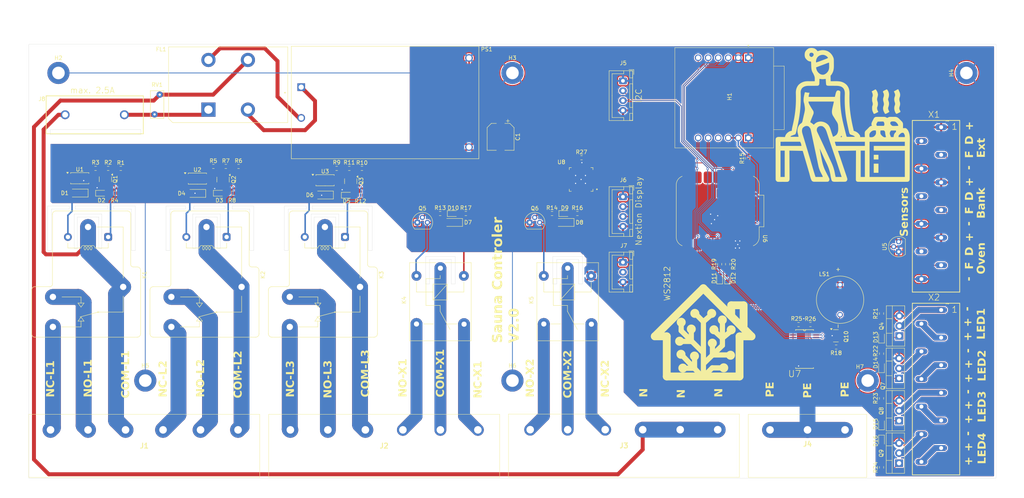
<source format=kicad_pcb>
(kicad_pcb (version 20240108) (generator "pcbnew") (generator_version "8.0")
  (layers (0 "F.Cu" signal) (31 "B.Cu" signal) (34 "B.Paste" user) (35 "F.Paste" user) (36 "B.SilkS" user "B.Silkscreen") (37 "F.SilkS" user "F.Silkscreen") (38 "B.Mask" user) (39 "F.Mask" user) (44 "Edge.Cuts" user))
  (net 0 "")
  (net 1 "Net-(D1-K)")
  (net 2 "GND")
  (net 3 "Net-(D2-A)")
  (net 4 "+5V")
  (net 5 "Net-(Q1-B)")
  (net 6 "Net-(D3-A)")
  (net 7 "Net-(D4-K)")
  (net 8 "Net-(D5-A)")
  (net 9 "Net-(D6-K)")
  (net 10 "Net-(D10-K)")
  (net 11 "Net-(Q2-B)")
  (net 12 "Net-(Q3-B)")
  (net 13 "LED1")
  (net 14 "SIG-LED1")
  (net 15 "Net-(Q5-B)")
  (net 16 "Net-(Q6-B)")
  (net 17 "SIG-LED2")
  (net 18 "LED2")
  (net 19 "SIG-LED3")
  (net 20 "LED3")
  (net 21 "LED4")
  (net 22 "SIG-LED4")
  (net 23 "Net-(R5-Pad2)")
  (net 24 "Net-(R10-Pad1)")
  (net 25 "SIG-RELAY4")
  (net 26 "SIG-RELAY5")
  (net 27 "SIG-RELAY1")
  (net 28 "SIG-RELAY2")
  (net 29 "SIG-RELAY3")
  (net 30 "Net-(D9-A)")
  (net 31 "RESTN")
  (net 32 "Net-(U8-A0)")
  (net 33 "+3.3V")
  (net 34 "Net-(J1-Pad6)")
  (net 35 "Net-(J1-Pad1)")
  (net 36 "Net-(J1-Pad2)")
  (net 37 "Net-(J1-Pad4)")
  (net 38 "Net-(J1-Pad5)")
  (net 39 "Net-(J2-Pad3)")
  (net 40 "Net-(J2-Pad2)")
  (net 41 "Net-(J2-Pad1)")
  (net 42 "Net-(J3-Pad1)")
  (net 43 "Net-(J3-Pad2)")
  (net 44 "Net-(J3-Pad3)")
  (net 45 "Net-(J2-Pad5)")
  (net 46 "Net-(J2-Pad6)")
  (net 47 "Net-(J2-Pad4)")
  (net 48 "N")
  (net 49 "TX")
  (net 50 "RX")
  (net 51 "Net-(D10-A)")
  (net 52 "Net-(D8-A)")
  (net 53 "SCLK")
  (net 54 "SCNN")
  (net 56 "MOSI")
  (net 57 "MISO")
  (net 58 "INTN")
  (net 59 "SDA")
  (net 60 "BEEPER1")
  (net 61 "SCK")
  (net 63 "1_Wire")
  (net 64 "Thermo-Fuse1")
  (net 65 "Thermo-Fuse3")
  (net 66 "Thermo-Fuse2")
  (net 67 "Net-(X2-PadL11)")
  (net 68 "Net-(X2-PadL5)")
  (net 69 "Net-(X2-PadL2)")
  (net 70 "Net-(X2-PadL8)")
  (net 71 "WS2812")
  (net 72 "L1")
  (net 73 "Net-(Q10-D)")
  (net 78 "Net-(D11-A)")
  (net 79 "Net-(D12-A)")
  (net 80 "Net-(D13-A)")
  (net 81 "Net-(D14-A)")
  (net 82 "Net-(D15-A)")
  (net 83 "Net-(D16-A)")
  (net 84 "unconnected-(U8-GPB6-Pad3)")
  (net 86 "unconnected-(U8-GPA5-Pad22)")
  (net 92 "Net-(PS1-AC1)")
  (net 93 "Net-(PS1-AC2)")
  (net 96 "Net-(R9-Pad2)")
  (net 97 "Net-(R6-Pad1)")
  (net 98 "Net-(R3-Pad2)")
  (net 99 "Net-(R1-Pad1)")
  (net 106 "Net-(U7-A0)")
  (net 107 "Net-(U7-~OE)")
  (net 108 "Net-(C2-Pad1)")
  (footprint "Resistor_SMD:R_0603_1608Metric" (layer "F.Cu") (at 44.225 115.5)
    (property "Reference" "R4")
    (property "Value" "1k")
  )
  (footprint "Resistor_SMD:R_0603_1608Metric" (layer "F.Cu") (at 72.4 108.7 180)
    (property "Reference" "R7")
    (property "Value" "10k")
  )
  (footprint "Snapeda:HLK-10M05_CONV_HLK-10M05" (layer "F.Cu") (at 112.75 92.5)
    (property "Reference" "PS1")
    (property "Value" "HLK-10M05")
  )
  (footprint "Package_TO_SOT_SMD:SOT-23" (layer "F.Cu") (at 104.04125 112.45 -90)
    (property "Reference" "Q3")
    (property "Value" "S8550")
  )
  (footprint "Inductor_THT:L_CommonMode_PulseElectronics_PH9455x105NL_1" (layer "F.Cu") (at 68 94.3 90)
    (property "Reference" "FL1")
    (property "Value" "Filter_EMI_CommonMode")
  )
  (footprint "Resistor_SMD:R_0603_1608Metric" (layer "F.Cu") (at 204.6 106.655 90)
    (property "Reference" "R15")
    (property "Value" "4.7k")
  )
  (footprint "Resistor_SMD:R_0603_1608Metric" (layer "F.Cu") (at 220.4824 148.7966)
    (property "Reference" "R26")
    (property "Value" "10k")
  )
  (footprint "Resistor_SMD:R_0603_1608Metric" (layer "F.Cu") (at 106.87875 109.2)
    (property "Reference" "R10")
    (property "Value" "1k")
  )
  (footprint "Package_SO:SOP-4_4.4x2.6mm_P1.27mm" (layer "F.Cu") (at 65.2 111.7875)
    (property "Reference" "U2")
    (property "Value" "FODM217A")
  )
  (footprint "Varistor:RV_Disc_D7mm_W3.4mm_P5mm" (layer "F.Cu") (at 54.35 95.5 90)
    (property "Reference" "RV1")
    (property "Value" "10D561K")
  )
  (footprint "Connector_JST:JST_XH_B4B-XH-A_1x04_P2.50mm_Vertical" (layer "F.Cu") (at 173 116.4 -90)
    (property "Reference" "J6")
    (property "Value" "Nextion Display")
  )
  (footprint "LED_SMD:LED_0603_1608Metric" (layer "F.Cu") (at 197.5 137 90)
    (property "Reference" "D11")
    (property "Value" "LED")
  )
  (footprint "Relay_THT:Relay_SPDT_SANYOU_SRD_Series_Form_C" (layer "F.Cu") (at 126.75 134.5 -90)
    (property "Reference" "K4")
    (property "Value" "SANYOU_SRD_Form_C")
  )
  (footprint "Resistor_SMD:R_0603_1608Metric" (layer "F.Cu") (at 227 154.5)
    (property "Reference" "R18")
    (property "Value" "2k74")
  )
  (footprint "Relay_THT:Relay_SPDT_SANYOU_SRD_Series_Form_C" (layer "F.Cu") (at 159 134.5 -90)
    (property "Reference" "K5")
    (property "Value" "SANYOU_SRD_Form_C")
  )
  (footprint "Diode_SMD:D_SOD-123" (layer "F.Cu") (at 35.155 115.45 180)
    (property "Reference" "D1")
    (property "Value" "1N4148W")
  )
  (footprint "MountingHole:MountingHole_3.2mm_M3_DIN965_Pad_TopBottom" (layer "F.Cu") (at 235 163)
    (property "Reference" "H7")
    (property "Value" "MountingHole_Pad")
  )
  (footprint "Package_TO_SOT_SMD:SOT-23" (layer "F.Cu") (at 71.7 112.0375 -90)
    (property "Reference" "Q2")
    (property "Value" "S8550")
  )
  (footprint "Resistor_SMD:R_0603_1608Metric" (layer "F.Cu") (at 199.5 133.49 90)
    (property "Reference" "R20")
    (property "Value" "1k")
  )
  (footprint "Snapeda:696106003002_696106003002" (layer "F.Cu") (at 39.2 95.6)
    (property "Reference" "J8")
    (property "Value" "696106003002")
    (property "VALUE" "696106003002" (hide yes))
  )
  (footprint "Resistor_SMD:R_0603_1608Metric" (layer "F.Cu") (at 238.5 156.175 90)
    (property "Reference" "R22")
    (property "Value" "1k")
  )
  (footprint "Resistor_SMD:R_0603_1608Metric" (layer "F.Cu") (at 100.47875 109.2 180)
    (property "Reference" "R9")
    (property "Value" "2.2k")
  )
  (footprint "Resistor_SMD:R_0603_1608Metric" (layer "F.Cu") (at 162.5 106.5)
    (property "Reference" "R27")
    (property "Value" "10k")
  )
  (footprint "Resistor_SMD:R_0603_1608Metric" (layer "F.Cu") (at 238.5 146 90)
    (property "Reference" "R21")
    (property "Value" "1k")
  )
  (footprint "MountingHole:MountingHole_3.2mm_M3_DIN965_Pad_TopBottom" (layer "F.Cu") (at 145 163)
    (property "Reference" "H6")
    (property "Value" "MountingHole_Pad")
  )
  (footprint "Snapeda:250-212_P-250-212" (layer "F.Cu") (at 252.3 165.15)
    (property "Reference" "X2")
    (property "Value" "LED's")
  )
  (footprint "Diode_SMD:D_SOD-123" (layer "F.Cu") (at 130 122.9 180)
    (property "Reference" "D7")
    (property "Value" "1N4148W")
  )
  (footprint "Resistor_SMD:R_0603_1608Metric" (layer "F.Cu") (at 155.025 120.65 180)
    (property "Reference" "R14")
    (property "Value" "2.2k")
  )
  (footprint "Diode_SMD:D_SOD-123" (layer "F.Cu") (at 64.95 115.5375 180)
    (property "Reference" "D4")
    (property "Value" "1N4148W")
  )
  (footprint "Resistor_SMD:R_0603_1608Metric" (layer "F.Cu") (at 103.67875 109.2 180)
    (property "Reference" "R11")
    (property "Value" "10k")
  )
  (footprint "LED_SMD:LED_0603_1608Metric" (layer "F.Cu") (at 238.5 174 90)
    (property "Reference" "D15")
    (property "Value" "LED")
  )
  (footprint "MountingHole:MountingHole_3.2mm_M3_DIN965_Pad_TopBottom" (layer "F.Cu") (at 260 85 90)
    (property "Reference" "H4")
    (property "Value" "MountingHole_Pad")
  )
  (footprint "Package_TO_SOT_SMD:SOT-23" (layer "F.Cu") (at 226.9375 151.646802)
    (property "Reference" "Q10")
    (property "Value" "2N7002")
  )
  (footprint "Resistor_SMD:R_0603_1608Metric" (layer "F.Cu") (at 45.8 109.2)
    (property "Reference" "R1")
    (property "Value" "1k")
  )
  (footprint "Snapeda:MCP23017T-E_ML_QFN65P600X600X100-29N" (layer "F.Cu") (at 162.4 112 180)
    (property "Reference" "U8")
    (property "Value" "MCP23017T-E_ML")
  )
  (footprint "MountingHole:MountingHole_3.2mm_M3_DIN965_Pad_TopBottom" (layer "F.Cu") (at 30 85)
    (property "Reference" "H2")
    (property "Value" "MountingHole_Pad")
  )
  (footprint "Package_TO_SOT_THT:TO-220-3_Vertical" (layer "F.Cu") (at 242.945 183.94 90)
    (property "Reference" "Q9")
    (property "Value" "IRLZ34N")
  )
  (footprint "Package_TO_SOT_THT:TO-220-3_Vertical" (layer "F.Cu") (at 242.945 162.44 90)
    (property "Reference" "Q7")
    (property "Value" "IRLZ34N")
  )
  (footprint "Package_TO_SOT_THT:TO-92L" (layer "F.Cu") (at 242.83975 130.33 90)
    (property "Reference" "U5")
    (property "Value" "DS18B20")
  )
  (footprint "Resistor_SMD:R_0603_1608Metric" (layer "F.Cu") (at 126.7 120.65 180)
    (property "Reference" "R13")
    (property "Value" "2.2k")
  )
  (footprint "Diode_SMD:D_SOD-123" (layer "F.Cu") (at 158.25 122.9 180)
    (property "Reference" "D8")
    (property "Value" "1N4148W")
  )
  (footprint "Resistor_SMD:R_0603_1608Metric" (layer "F.Cu") (at 75.625 108.7)
    (property "Reference" "R6")
    (property "Value" "1k")
  )
  (footprint "Resistor_SMD:R_0603_1608Metric" (layer "F.Cu") (at 42.6 109.2 180)
    (property "Reference" "R2")
    (property "Value" "10k")
  )
  (footprint "LED_SMD:LED_0603_1608Metric" (layer "F.Cu") (at 130 120.65)
    (property "Reference" "D10")
    (property "Value" "LED")
  )
  (footprint "Resistor_SMD:R_0603_1608Metric" (layer "F.Cu") (at 106.50375 116)
    (property "Reference" "R12")
    (property "Value" "1k")
  )
  (footprint "Connector_JST:JST_XH_B3B-XH-A_1x03_P2.50mm_Vertical" (layer "F.Cu") (at 173 133 -90)
    (property "Reference" "J7")
    (property "Value" "WS2812")
  )
  (footprint "Samacsys:HB9500M953P" (layer "F.Cu") (at 229.25 175.5 180)
    (property "Reference" "J4")
    (property "Value" "HB9500M-9.5-3P" (hide yes))
  )
  (footprint "Resistor_SMD:R_0603_1608Metric" (layer "F.Cu") (at 161.45 120.65)
    (property "Reference" "R16")
    (property "Value" "1k")
  )
  (footprint "LED_SMD:LED_0603_1608Metric" (layer "F.Cu") (at 199.5 137 90)
    (property "Reference" "D12")
    (property "Value" "LED")
  )
  (footprint "Samacsys:HB9500M956P" (layer "F.Cu") (at 88.75 175.5)
    (property "Reference" "J2")
    (property "Value" "HB9500M-9.5-6P" (hide yes))
  )
  (footprint "LED_SMD:LED_0603_1608Metric" (layer "F.Cu") (at 238.5 159.5 90)
    (property "Reference" "D14")
    (property "Value" "LED")
  )
  (footprint "Relay_THT:Relay_SPDT_RAYEX-L90" (layer "F.Cu") (at 37.5 124.05 -90)
    (property "Reference" "K1")
    (property "Value" "RAYEX-L90")
  )
  (footprint "LED_SMD:LED_0603_1608Metric" (layer "F.Cu") (at 40.905 115.5)
    (property "Reference" "D2")
    (property "Value" "LED")
  )
  (footprint "Resistor_SMD:R_0603_1608Metric" (layer "F.Cu") (at 69.25 108.7 180)
    (property "Reference" "R5")
    (property "Value" "2.2k")
  )
  (footprint "Diode_SMD:D_SOD-123" (layer "F.Cu") (at 97.29125 115.95 180)
    (property "Reference" "D6")
    (property "Value" "1N4148W")
  )
  (footprint "Package_SO:SOP-4_4.4x2.6mm_P1.27mm" (layer "F.Cu") (at 97.54125 112.2)
    (property "Reference" "U3")
    (property "Value" "FODM217A")
  )
  (footprint "Resistor_SMD:R_0603_1608Metric" (layer "F.Cu") (at 238.5 185 -90)
    (property "Reference" "R24")
    (property "Value" "1k")
  )
  (footprint "Resistor_SMD:R_0603_1608Metric" (layer "F.Cu") (at 217.4824 148.7966 180)
    (property "Reference" "R25")
    (property "Value" "10k")
  )
  (footprint "Snapeda:CEM-1205C_CUI_CEM-1205C" (layer "F.Cu") (at 228 142.5 -90)
    (property "Reference" "LS1")
    (property "Value" "CEM-1205C")
  )
  (footprint "Samacsys:HB9500M956P" (layer "F.Cu") (at 149.5 175.45)
    (property "Reference" "J3")
    (property "Value" "HB9500M-9.5-6P" (hide yes))
  )
  (footprint "LED_SMD:LED_0603_1608Metric" (layer "F.Cu") (at 70.75 115.5)
    (property "Reference" "D3")
    (property "Value" "LED")
  )
  (footprint "Package_TO_SOT_SMD:SOT-23" (layer "F.Cu") (at 41.905 111.95 -90)
    (property "Reference" "Q1")
    (property "Value" "S8550")
  )
  (footprint "Relay_THT:Relay_SPDT_RAYEX-L90" (layer "F.Cu") (at 67.5 124.05 -90)
    (property "Reference" "K2")
    (property "Value" "RAYEX-L90")
  )
  (footprint "Resistor_SMD:R_0603_1608Metric" (layer "F.Cu") (at 39.405 109.2 180)
    (property "Reference" "R3")
    (property "Value" "2.2k")
  )
  (footprint "RF_Module:MCU_Seeed_ESP32C3" (layer "F.Cu") (at 197 120 -90)
    (property "Reference" "U6")
    (property "Value" "MOUDLE-SEEEDUINO-XIAO-ESP32C3")
  )
  (footprint "MountingHole:MountingHole_3.2mm_M3_DIN965_Pad_TopBottom" (layer "F.Cu") (at 52 163)
    (property "Reference" "H5")
    (property "Value" "MountingHole_Pad")
  )
  (footprint "Samacsys:HB9500M956P" (layer "F.Cu") (at 28 175.5)
    (property "Reference" "J1")
    (property "Value" "HB9500M-9.5-6P" (hide yes))
  )
  (footprint "LED_SMD:LED_0603_1608Metric" (layer "F.Cu") (at 238.5 178.315 -90)
    (property "Reference" "D16")
    (property "Value" "LED")
  )
  (footprint "Resistor_SMD:R_0603_1608Metric" (layer "F.Cu") (at 197.5 133.49 90)
    (property "Reference" "R19")
    (property "Value" "1k")
  )
  (footprint "LED_SMD:LED_0603_1608Metric" (layer "F.Cu") (at 103.15875 116)
    (property "Reference" "D5")
    (property "Value" "LED")
  )
  (footprint "MountingHole:MountingHole_3.2mm_M3_DIN965_Pad_TopBottom" (layer "F.Cu") (at 145 85)
    (property "Reference" "H3")
    (property "Value" "MountingHole_Pad")
  )
  (footprint "Package_TO_SOT_THT:TO-220-3_Vertical" (layer "F.Cu") (at 243 151.69 90)
    (property "Reference" "Q4")
    (property "Value" "IRLZ34N")
  )
  (footprint "Relay_THT:Relay_SPDT_RAYEX-L90" (layer "F.Cu") (at 97.5 124.05 -90)
    (property "Reference" "K3")
    (property "Value" "RAYEX-L90")
  )
  (footprint "Resistor_SMD:R_0603_1608Metric" (layer "F.Cu") (at 238.5 167.5 90)
    (property "Reference" "R23")
    (property "Value" "1k")
  )
  (footprint "Capacitor_SMD:CP_Elec_6.3x3.9" (layer "F.Cu") (at 142 101.2 -90)
    (property "Reference" "C1")
    (property "Value" "220uF")
  )
  (footprint "LED_SMD:LED_0603_1608Metric" (layer "F.Cu") (at 238.5 152 90)
    (property "Reference" "D13")
    (property "Value" "LED")
  )
  (footprint "Snapeda:250-212_P-250-212" (layer "F.Cu") (at 252.3 118.8)
    (property "Reference" "X1")
    (property "Value" "Sensors")
  )
  (footprint "Snapeda:WIZ850IO_WIZ850IO" (layer "F.Cu") (at 200 91 -90)
    (property "Reference" "H1")
    (property "Value" "WIZ850IO")
  )
  (footprint "Package_TO_SOT_THT:TO-92L" (layer "F.Cu") (at 120.92 122.9)
    (property "Reference" "Q5")
    (property "Value" "2N222")
  )
  (footprint "Resistor_SMD:R_0603_1608Metric" (layer "F.Cu") (at 133.2 120.65)
    (property "Reference" "R17")
    (property "Value" "1k")
  )
  (footprint "Resistor_SMD:R_0603_1608Metric" (layer "F.Cu") (at 74 115.5)
    (property "Reference" "R8")
    (property "Value" "1k")
  )
  (footprint "LED_SMD:LED_0603_1608Metric" (layer "F.Cu") (at 158.2625 120.65)
    (property "Reference" "D9")
    (property "Value" "LED")
  )
  (footprint "Package_SO:SOP-4_4.4x2.6mm_P1.27mm" (layer "F.Cu") (at 35.405 111.7)
    (property "Reference" "U1")
    (property "Value" "FODM217A")
  )
  (footprint "Package_TO_SOT_THT:TO-92L" (layer "F.Cu") (at 149.37 122.9)
    (property "Reference" "Q6")
    (property "Value" "2N222")
  )
  (footprint "Package_TO_SOT_THT:TO-220-3_Vertical" (layer "F.Cu") (at 242.945 173.19 90)
    (property "Reference" "Q8")
    (property "Value" "IRLZ34N")
  )
  (footprint "Snapeda:PCA9685PW_118_SOP65P640X110-28N" (layer "F.Cu") (at 219 155)
    (property "Reference" "U7")
    (property "Value" "PCA9685PW_118")
  )
  (footprint "Connector_JST:JST_XH_B4B-XH-A_1x04_P2.50mm_Vertical" (layer "F.Cu") (at 173 87 -90)
    (property "Reference" "J5")
    (property "Value" "I2C")
  )
  (gr_poly (pts (xy 187.3765 152.544937) (xy 187.400771 152.546782) (xy 187.424688 152.549821) (xy 187.448222 152.554024) (xy 187.471343 152.55936) (xy 187.494022 152.5658) (xy 187.516227 152.573314) (xy 187.53793 152.581871) (xy 187.559099 152.591441) (xy 187.579705 152.601995) (xy 187.599718 152.613503) (xy 187.619109 152.625933) (xy 187.637845 152.639257) (xy 187.655899 152.653445) (xy 187.67324 152.668466) (xy 187.689837 152.68429) (xy 187.705661 152.700887) (xy 187.720682 152.718227) (xy 187.734869 152.736281) (xy 187.748193 152.755018) (xy 187.760624 152.774408) (xy 187.772131 152.794421) (xy 187.782685 152.815027) (xy 187.792256 152.836197) (xy 187.800813 152.857899) (xy 187.808326 152.880104) (xy 187.814766 152.902783) (xy 187.820102 152.925904) (xy 187.824305 152.949438) (xy 187.827344 152.973355) (xy 187.82919 152.997625) (xy 187.829812 153.022218) (xy 187.82919 153.04681) (xy 187.827344 153.07108) (xy 187.824305 153.094998) (xy 187.820102 153.118532) (xy 187.814766 153.141653) (xy 187.808326 153.164331) (xy 187.800813 153.186537) (xy 187.792256 153.208239) (xy 187.782685 153.229409) (xy 187.772131 153.250015) (xy 187.760624 153.270028) (xy 187.748193 153.289418) (xy 187.734869 153.308155) (xy 187.720682 153.326209) (xy 187.705661 153.343549) (xy 187.689837 153.360147) (xy 187.67324 153.375971) (xy 187.655899 153.390992) (xy 187.637845 153.405179) (xy 187.619109 153.418503) (xy 187.599718 153.430934) (xy 187.579705 153.442441) (xy 187.559099 153.452995) (xy 187.53793 153.462566) (xy 187.516227 153.471123) (xy 187.494022 153.478636) (xy 187.471343 153.485076) (xy 187.448222 153.490412) (xy 187.424688 153.494615) (xy 187.400771 153.497654) (xy 187.3765 153.4995) (xy 187.351908 153.500122) (xy 187.327315 153.4995) (xy 187.303045 153.497654) (xy 187.279128 153.494615) (xy 187.255593 153.490412) (xy 187.232472 153.485076) (xy 187.209794 153.478636) (xy 187.187588 153.471123) (xy 187.165886 153.462566) (xy 187.144717 153.452995) (xy 187.12411 153.442441) (xy 187.104097 153.430934) (xy 187.084707 153.418503) (xy 187.06597 153.405179) (xy 187.047917 153.390992) (xy 187.030576 153.375971) (xy 187.013979 153.360147) (xy 186.998155 153.343549) (xy 186.983134 153.326209) (xy 186.968947 153.308155) (xy 186.955622 153.289418) (xy 186.943192 153.270028) (xy 186.931684 153.250015) (xy 186.921131 153.229409) (xy 186.91156 153.208239) (xy 186.903003 153.186537) (xy 186.89549 153.164331) (xy 186.88905 153.141653) (xy 186.883713 153.118532) (xy 186.879511 153.094998) (xy 186.876471 153.07108) (xy 186.874626 153.04681) (xy 186.874004 153.022218) (xy 186.874626 152.997625) (xy 186.876471 152.973355) (xy 186.879511 152.949438) (xy 186.883713 152.925904) (xy 186.88905 152.902783) (xy 186.89549 152.880104) (xy 186.903003 152.857899) (xy 186.91156 152.836197) (xy 186.921131 152.815027) (xy 186.931684 152.794421) (xy 186.943192 152.774408) (xy 186.955622 152.755018) (xy 186.968947 152.736281) (xy 186.983134 152.718227) (xy 186.998155 152.700887) (xy 187.013979 152.68429) (xy 187.030576 152.668466) (xy 187.047917 152.653445) (xy 187.06597 152.639257) (xy 187.084707 152.625933) (xy 187.104097 152.613503) (xy 187.12411 152.601995) (xy 187.144717 152.591441) (xy 187.165886 152.581871) (xy 187.187588 152.573314) (xy 187.209794 152.5658) (xy 187.232472 152.55936) (xy 187.255593 152.554024) (xy 187.279128 152.549821) (xy 187.303045 152.546782) (xy 187.327315 152.544937) (xy 187.351908 152.544315)) (stroke (width 1.322916)) (fill none) (layer "F.SilkS"))
  (gr_line (start 193.524966 158.613525) (end 198.19354 154.075261) (stroke (width 1.322916)) (layer "F.SilkS"))
  (gr_poly (pts (xy 200.441127 149.646592) (xy 200.465397 149.648438) (xy 200.489314 149.651477) (xy 200.512849 149.65568) (xy 200.53597 149.661016) (xy 200.558649 149.667456) (xy 200.580854 149.674969) (xy 200.602556 149.683526) (xy 200.623726 149.693097) (xy 200.644332 149.703651) (xy 200.664345 149.715158) (xy 200.683736 149.727589) (xy 200.702473 149.740913) (xy 200.720526 149.7551) (xy 200.737867 149.770121) (xy 200.754464 149.785945) (xy 200.770288 149.802542) (xy 200.785309 149.819883) (xy 200.799497 149.837936) (xy 200.812821 149.856673) (xy 200.825252 149.876063) (xy 200.836759 149.896076) (xy 200.847313 149.916683) (xy 200.856883 149.937852) (xy 200.86544 149.959554) (xy 200.872954 149.98176) (xy 200.879394 150.004438) (xy 200.88473 150.027559) (xy 200.888933 150.051093) (xy 200.891972 150.07501) (xy 200.893818 150.09928) (xy 200.89444 150.123873) (xy 200.893818 150.148466) (xy 200.891972 150.172736) (xy 200.888933 150.196653) (xy 200.88473 150.220187) (xy 200.879394 150.243309) (xy 200.872954 150.265987) (xy 200.86544 150.288192) (xy 200.856883 150.309895) (xy 200.847313 150.331064) (xy 200.836759 150.35167) (xy 200.825252 150.371683) (xy 200.812821 150.391073) (xy 200.799497 150.40981) (xy 200.785309 150.427864) (xy 200.770288 150.445204) (xy 200.754464 150.461802) (xy 200.737867 150.477626) (xy 200.720526 150.492646) (xy 200.702473 150.506834) (xy 200.683736 150.520158) (xy 200.664345 150.532589) (xy 200.644332 150.544096) (xy 200.623726 150.55465) (xy 200.602556 150.56422) (xy 200.580854 150.572777) (xy 200.558649 150.580291) (xy 200.53597 150.586731) (xy 200.512849 150.592067) (xy 200.489314 150.59627) (xy 200.465397 150.599309) (xy 200.441127 150.601154) (xy 200.416534 150.601776) (xy 200.391942 150.601154) (xy 200.367672 150.599309) (xy 200.343755 150.59627) (xy 200.32022 150.592067) (xy 200.297099 150.586731) (xy 200.274421 150.580291) (xy 200.252216 150.572777) (xy 200.230513 150.56422) (xy 200.209344 150.55465) (xy 200.188738 150.544096) (xy 200.168725 150.532589) (xy 200.149335 150.520158) (xy 200.130598 150.506834) (xy 200.112544 150.492646) (xy 200.095204 150.477626) (xy 200.078606 150.461802) (xy 200.062782 150.445204) (xy 200.047761 150.427864) (xy 200.033574 150.40981) (xy 200.02025 150.391073) (xy 200.007819 150.371683) (xy 199.996312 150.35167) (xy 199.985758 150.331064) (xy 199.976187 150.309895) (xy 199.96763 150.288192) (xy 199.960117 150.265987) (xy 199.953677 150.243309) (xy 199.948341 150.220187) (xy 199.944138 150.196653) (xy 199.941099 150.172736) (xy 199.939253 150.148466) (xy 199.938631 150.123873) (xy 199.939253 150.09928) (xy 199.941099 150.07501) (xy 199.944138 150.051093) (xy 199.948341 150.027559) (xy 199.953677 150.004438) (xy 199.960117 149.98176) (xy 199.96763 149.959554) (xy 199.976187 149.937852) (xy 199.985758 149.916683) (xy 199.996312 149.896076) (xy 200.007819 149.876063) (xy 200.02025 149.856673) (xy 200.033574 149.837936) (xy 200.047761 149.819883) (xy 200.062782 149.802542) (xy 200.078606 149.785945) (xy 200.095204 149.770121) (xy 200.112544 149.7551) (xy 200.130598 149.740913) (xy 200.149335 149.727589) (xy 200.168725 149.715158) (xy 200.188738 149.703651) (xy 200.209344 149.693097) (xy 200.230513 149.683526) (xy 200.252216 149.674969) (xy 200.274421 149.667456) (xy 200.297099 149.661016) (xy 200.32022 149.65568) (xy 200.343755 149.651477) (xy 200.367672 149.648438) (xy 200.391942 149.646592) (xy 200.416534 149.64597)) (stroke (width 1.322916)) (fill none) (layer "F.SilkS"))
  (gr_poly (pts (xy 198.549524 159.282219) (xy 198.573794 159.284064) (xy 198.597711 159.287103) (xy 198.621245 159.291306) (xy 198.644366 159.296643) (xy 198.667044 159.303083) (xy 198.68925 159.310596) (xy 198.710952 159.319153) (xy 198.732121 159.328723) (xy 198.752728 159.339277) (xy 198.772741 159.350785) (xy 198.792131 159.363215) (xy 198.810868 159.37654) (xy 198.828921 159.390727) (xy 198.846262 159.405748) (xy 198.862859 159.421572) (xy 198.878683 159.438169) (xy 198.893704 159.45551) (xy 198.907891 159.473563) (xy 198.921215 159.4923) (xy 198.933646 159.51169) (xy 198.945154 159.531703) (xy 198.955708 159.55231) (xy 198.965278 159.573479) (xy 198.973835 159.595181) (xy 198.981348 159.617387) (xy 198.987788 159.640065) (xy 198.993125 159.663186) (xy 198.997328 159.68672) (xy 199.000367 159.710637) (xy 199.002212 159.734907) (xy 199.002834 159.7595) (xy 199.002212 159.784093) (xy 199.000367 159.808363) (xy 198.997328 159.83228) (xy 198.993125 159.855814) (xy 198.987788 159.878936) (xy 198.981348 159.901614) (xy 198.973835 159.92382) (xy 198.965278 159.945522) (xy 198.955708 159.966691) (xy 198.945154 159.987298) (xy 198.933646 160.007311) (xy 198.921215 160.026701) (xy 198.907891 160.045438) (xy 198.893704 160.063492) (xy 198.878683 160.080832) (xy 198.862859 160.09743) (xy 198.846262 160.113254) (xy 198.828921 160.128275) (xy 198.810868 160.142462) (xy 198.792131 160.155786) (xy 198.772741 160.168217) (xy 198.752728 160.179724) (xy 198.732121 160.190278) (xy 198.710952 160.199849) (xy 198.68925 160.208406) (xy 198.667044 160.215919) (xy 198.644366 160.222359) (xy 198.621245 160.227696) (xy 198.597711 160.231899) (xy 198.573794 160.234938) (xy 198.549524 160.236783) (xy 198.524931 160.237405) (xy 198.500338 160.236783) (xy 198.476068 160.234938) (xy 198.452151 160.231899) (xy 198.428617 160.227696) (xy 198.405495 160.222359) (xy 198.382817 160.215919) (xy 198.360611 160.208406) (xy 198.338909 160.199849) (xy 198.31774 160.190278) (xy 198.297133 160.179724) (xy 198.27712 160.168217) (xy 198.25773 160.155786) (xy 198.238993 160.142462) (xy 198.220939 160.128275) (xy 198.203598 160.113254) (xy 198.187001 160.09743) (xy 198.171177 160.080832) (xy 198.156156 160.063492) (xy 198.141969 160.045438) (xy 198.128645 160.026701) (xy 198.116214 160.007311) (xy 198.104706 159.987298) (xy 198.094153 159.966691) (xy 198.084582 159.945522) (xy 198.076025 159.92382) (xy 198.068512 159.901614) (xy 198.062072 159.878936) (xy 198.056735 159.855814) (xy 198.052532 159.83228) (xy 198.049493 159.808363) (xy 198.047648 159.784093) (xy 198.047026 159.7595) (xy 198.047648 159.734907) (xy 198.049493 159.710637) (xy 198.052532 159.68672) (xy 198.056735 159.663186) (xy 198.062072 159.640065) (xy 198.068512 159.617387) (xy 198.076025 159.595181) (xy 198.084582 159.573479) (xy 198.094153 159.55231) (xy 198.104706 159.531703) (xy 198.116214 159.51169) (xy 198.128645 159.4923) (xy 198.141969 159.473563) (xy 198.156156 159.45551) (xy 198.171177 159.438169) (xy 198.187001 159.421572) (xy 198.203598 159.405748) (xy 198.220939 159.390727) (xy 198.238993 159.37654) (xy 198.25773 159.363215) (xy 198.27712 159.350785) (xy 198.297133 159.339277) (xy 198.31774 159.328723) (xy 198.338909 159.319153) (xy 198.360611 159.310596) (xy 198.382817 159.303083) (xy 198.405495 159.296643) (xy 198.428617 159.291306) (xy 198.452151 159.287103) (xy 198.476068 159.284064) (xy 198.500338 159.282219) (xy 198.524931 159.281597)) (stroke (width 1.322916)) (fill none) (layer "F.SilkS"))
  (gr_poly (pts (xy 196.062771 149.639811) (xy 196.087041 149.641657) (xy 196.110958 149.644696) (xy 196.134492 149.648899) (xy 196.157613 149.654235) (xy 196.180292 149.660675) (xy 196.202497 149.668189) (xy 196.224199 149.676746) (xy 196.245369 149.686316) (xy 196.265975 149.69687) (xy 196.285988 149.708378) (xy 196.305378 149.720808) (xy 196.324115 149.734132) (xy 196.342169 149.74832) (xy 196.359509 149.763341) (xy 196.376106 149.779165) (xy 196.391931 149.795762) (xy 196.406951 149.813103) (xy 196.421139 149.831156) (xy 196.434463 149.849893) (xy 196.446893 149.869283) (xy 196.458401 149.889297) (xy 196.468955 149.909903) (xy 196.478525 149.931072) (xy 196.487082 149.952775) (xy 196.494595 149.97498) (xy 196.501035 149.997658) (xy 196.506372 150.02078) (xy 196.510575 150.044314) (xy 196.513614 150.068231) (xy 196.515459 150.092501) (xy 196.516081 150.117094) (xy 196.515459 150.141686) (xy 196.513614 150.165956) (xy 196.510575 150.189873) (xy 196.506372 150.213408) (xy 196.501035 150.236529) (xy 196.494595 150.259207) (xy 196.487082 150.281412) (xy 196.478525 150.303115) (xy 196.468955 150.324284) (xy 196.458401 150.34489) (xy 196.446893 150.364903) (xy 196.434463 150.384293) (xy 196.421139 150.40303) (xy 196.406951 150.421084) (xy 196.391931 150.438424) (xy 196.376106 150.455022) (xy 196.359509 150.470846) (xy 196.342169 150.485867) (xy 196.324115 150.500054) (xy 196.305378 150.513378) (xy 196.285988 150.525809) (xy 196.265975 150.537316) (xy 196.245369 150.54787) (xy 196.224199 150.557441) (xy 196.202497 150.565998) (xy 196.180292 150.573511) (xy 196.157613 150.579951) (xy 196.134492 150.585287) (xy 196.110958 150.58949) (xy 196.087041 150.592529) (xy 196.062771 150.594375) (xy 196.038178 150.594997) (xy 196.013585 150.594375) (xy 195.989315 150.592529) (xy 195.965398 150.58949) (xy 195.941864 150.585287) (xy 195.918743 150.579951) (xy 195.896064 150.573511) (xy 195.873859 150.565998) (xy 195.852156 150.557441) (xy 195.830987 150.54787) (xy 195.810381 150.537316) (xy 195.790368 150.525809) (xy 195.770978 150.513378) (xy 195.752241 150.500054) (xy 195.734187 150.485867) (xy 195.716846 150.470846) (xy 195.700249 150.455022) (xy 195.684425 150.438424) (xy 195.669404 150.421084) (xy 195.655217 150.40303) (xy 195.641893 150.384293) (xy 195.629462 150.364903) (xy 195.617955 150.34489) (xy 195.607401 150.324284) (xy 195.59783 150.303115) (xy 195.589273 150.281412) (xy 195.58176 150.259207) (xy 195.57532 150.236529) (xy 195.569983 150.213408) (xy 195.56578 150.189873) (xy 195.562741 150.165956) (xy 195.560896 150.141686) (xy 195.560274 150.117094) (xy 195.560896 150.092501) (xy 195.562741 150.068231) (xy 195.56578 150.044314) (xy 195.569983 150.02078) (xy 195.57532 149.997658) (xy 195.58176 149.97498) (xy 195.589273 149.952775) (xy 195.59783 149.931072) (xy 195.607401 149.909903) (xy 195.617955 149.889297) (xy 195.629462 149.869283) (xy 195.641893 149.849893) (xy 195.655217 149.831156) (xy 195.669404 149.813103) (xy 195.684425 149.795762) (xy 195.700249 149.779165) (xy 195.716846 149.763341) (xy 195.734187 149.74832) (xy 195.752241 149.734132) (xy 195.770978 149.720808) (xy 195.790368 149.708378) (xy 195.810381 149.69687) (xy 195.830987 149.686316) (xy 195.852156 149.676746) (xy 195.873859 149.668189) (xy 195.896064 149.660675) (xy 195.918743 149.654235) (xy 195.941864 149.648899) (xy 195.965398 149.644696) (xy 195.989315 149.641657) (xy 196.013585 149.639811) (xy 196.038178 149.63919)) (stroke (width 1.322916)) (fill none) (layer "F.SilkS"))
  (gr_line (start 191.133629 157.68798) (end 191.133629 159.875753) (stroke (width 1.322916)) (layer "F.SilkS"))
  (gr_line (start 195.66776 154.366961) (end 195.66776 156.5) (stroke (width 1.322916)) (layer "F.SilkS"))
  (gr_poly (pts (xy 237.715625 110.31302) (xy 236.524999 110.31302) (xy 236.524999 107.997917) (xy 237.715625 107.997917)) (stroke (width -0.000001)) (fill solid) (layer "F.SilkS"))
  (gr_line (start 202.528406 161.954053) (end 184.092572 161.954053) (stroke (width 1.984374)) (layer "F.SilkS"))
  (gr_poly (pts (xy 237.715625 106.939582) (xy 236.524999 106.939582) (xy 236.524999 105.748958) (xy 237.715625 105.748958)) (stroke (width -0.000001)) (fill solid) (layer "F.SilkS"))
  (gr_line (start 190.309289 150.800545) (end 190.309289 153.064718) (stroke (width 1.322916)) (layer "F.SilkS"))
  (gr_line (start 200.422323 143.909307) (end 203.563092 143.909307) (stroke (width 1.984374)) (layer "F.SilkS"))
  (gr_line (start 197.687356 159.781331) (end 195.615339 159.781331) (stroke (width 1.322916)) (layer "F.SilkS"))
  (gr_poly (pts (xy 200.267992 156.095149) (xy 200.292261 156.096995) (xy 200.316179 156.100034) (xy 200.339713 156.104236) (xy 200.362834 156.109573) (xy 200.385512 156.116013) (xy 200.407717 156.123526) (xy 200.42942 156.132083) (xy 200.450589 156.141654) (xy 200.471195 156.152208) (xy 200.491208 156.163715) (xy 200.510598 156.176146) (xy 200.529335 156.18947) (xy 200.547389 156.203657) (xy 200.56473 156.218678) (xy 200.581327 156.234502) (xy 200.597151 156.251099) (xy 200.612172 156.26844) (xy 200.626359 156.286494) (xy 200.639683 156.305231) (xy 200.652114 156.324621) (xy 200.663621 156.344634) (xy 200.674175 156.36524) (xy 200.683746 156.386409) (xy 200.692303 156.408112) (xy 200.699816 156.430317) (xy 200.706256 156.452995) (xy 200.711593 156.476116) (xy 200.715795 156.49965) (xy 200.718834 156.523568) (xy 200.72068 156.547837) (xy 200.721302 156.57243) (xy 200.72068 156.597023) (xy 200.718834 156.621293) (xy 200.715795 156.64521) (xy 200.711593 156.668745) (xy 200.706256 156.691866) (xy 200.699816 156.714544) (xy 200.692303 156.73675) (xy 200.683746 156.758452) (xy 200.674175 156.779621) (xy 200.663621 156.800228) (xy 200.652114 156.820241) (xy 200.639683 156.839631) (xy 200.626359 156.858368) (xy 200.612172 156.876421) (xy 200.597151 156.893762) (xy 200.581327 156.910359) (xy 200.56473 156.926183) (xy 200.547389 156.941204) (xy 200.529335 156.955391) (xy 200.510598 156.968715) (xy 200.491208 156.981146) (xy 200.471195 156.992653) (xy 200.450589 157.003207) (xy 200.42942 157.012777) (xy 200.407717 157.021334) (xy 200.385512 157.028848) (xy 200.362834 157.035288) (xy 200.339713 157.040624) (xy 200.316179 157.044827) (xy 200.292261 157.047866) (xy 200.267992 157.049711) (xy 200.243399 157.050333) (xy 200.218806 157.049711) (xy 200.194536 157.047866) (xy 200.170619 157.044827) (xy 200.147085 157.040624) (xy 200.123964 157.035288) (xy 200.101286 157.028848) (xy 200.07908 157.021334) (xy 200.057378 157.012777) (xy 200.036209 157.003207) (xy 200.015602 156.992653) (xy 199.995589 156.981146) (xy 199.976199 156.968715) (xy 199.957462 156.955391) (xy 199.939409 156.941204) (xy 199.922068 156.926183) (xy 199.905471 156.910359) (xy 199.889647 156.893762) (xy 199.874626 156.876421) (xy 199.860439 156.858368) (xy 199.847114 156.839631) (xy 199.834684 156.820241) (xy 199.823176 156.800228) (xy 199.812622 156.779621) (xy 199.803052 156.758452) (xy 199.794495 156.73675) (xy 199.786982 156.714544) (xy 199.780542 156.691866) (xy 199.775205 156.668745) (xy 199.771002 156.64521) (xy 199.767963 156.621293) (xy 199.766118 156.597023) (xy 199.765496 156.57243) (xy 199.766118 156.547837) (xy 199.767963 156.523568) (xy 199.771002 156.49965) (xy 199.775205 156.476116) (xy 199.780542 156.452995) (xy 199.786982 156.430317) (xy 199.794495 156.408112) (xy 199.803052 156.386409) (xy 199.812622 156.36524) (xy 199.823176 156.344634) (xy 199.834684 156.324621) (xy 199.847114 156.305231) (xy 199.860439 156.286494) (xy 199.874626 156.26844) (xy 199.889647 156.251099) (xy 199.905471 156.234502) (xy 199.922068 156.218678) (xy 199.939409 156.203657) (xy 199.957462 156.18947) (xy 199.976199 156.176146) (xy 199.995589 156.163715) (xy 200.015602 156.152208) (xy 200.036209 156.141654) (xy 200.057378 156.132083) (xy 200.07908 156.123526) (xy 200.101286 156.116013) (xy 200.123964 156.109573) (xy 200.147085 156.104236) (xy 200.170619 156.100034) (xy 200.194536 156.096995) (xy 200.218806 156.095149) (xy 200.243399 156.094527)) (stroke (width 1.322916)) (fill none) (layer "F.SilkS"))
  (gr_poly (pts (xy 195.660604 153.024162) (xy 195.684874 153.026008) (xy 195.708791 153.029047) (xy 195.732325 153.03325) (xy 195.755446 153.038586) (xy 195.778125 153.045026) (xy 195.80033 153.05254) (xy 195.822033 153.061097) (xy 195.843202 153.070667) (xy 195.863808 153.081221) (xy 195.883821 153.092728) (xy 195.903211 153.105159) (xy 195.921948 153.118483) (xy 195.940002 153.13267) (xy 195.957343 153.147691) (xy 195.97394 153.163515) (xy 195.989764 153.180112) (xy 196.004785 153.197453) (xy 196.018972 153.215507) (xy 196.032296 153.234243) (xy 196.044727 153.253633) (xy 196.056234 153.273647) (xy 196.066788 153.294253) (xy 196.076359 153.315422) (xy 196.084916 153.337125) (xy 196.092429 153.35933) (xy 196.098869 153.382008) (xy 196.104206 153.405129) (xy 196.108409 153.428664) (xy 196.111448 153.452581) (xy 196.113293 153.476851) (xy 196.113915 153.501444) (xy 196.113293 153.526036) (xy 196.111448 153.550306) (xy 196.108409 153.574224) (xy 196.104206 153.597758) (xy 196.098869 153.620879) (xy 196.092429 153.643557) (xy 196.084916 153.665763) (xy 196.076359 153.687465) (xy 196.066788 153.708634) (xy 196.056234 153.729241) (xy 196.044727 153.749254) (xy 196.032296 153.768644) (xy 196.018972 153.787381) (xy 196.004785 153.805435) (xy 195.989764 153.822775) (xy 195.97394 153.839373) (xy 195.957343 153.855197) (xy 195.940002 153.870217) (xy 195.921948 153.884405) (xy 195.903211 153.897729) (xy 195.883821 153.91016) (xy 195.863808 153.921667) (xy 195.843202 153.932221) (xy 195.822033 153.941792) (xy 195.80033 153.950349) (xy 195.778125 153.957862) (xy 195.755446 153.964302) (xy 195.732325 153.969638) (xy 195.708791 153.973841) (xy 195.684874 153.97688) (xy 195.660604 153.978726) (xy 195.636011 153.979348) (xy 195.611418 153.978726) (xy 195.587148 153.97688) (xy 195.563231 153.973841) (xy 195.539697 153.969638) (xy 195.516576 153.964302) (xy 195.493897 153.957862) (xy 195.471692 153.950349) (xy 195.44999 153.941792) (xy 195.42882 153.932221) (xy 195.408214 153.921667) (xy 195.388201 153.91016) (xy 195.368811 153.897729) (xy 195.350074 153.884405) (xy 195.33202 153.870217) (xy 195.31468 153.855197) (xy 195.298082 153.839373) (xy 195.282258 153.822775) (xy 195.267238 153.805435) (xy 195.25305 153.787381) (xy 195.239726 153.768644) (xy 195.227296 153.749254) (xy 195.215788 153.729241) (xy 195.205234 153.708634) (xy 195.195664 153.687465) (xy 195.187107 153.665763) (xy 195.179594 153.643557) (xy 195.173154 153.620879) (xy 195.167817 153.597758) (xy 195.163614 153.574224) (xy 195.160575 153.550306) (xy 195.15873 153.526036) (xy 195.158108 153.501444) (xy 195.15873 153.476851) (xy 195.160575 153.452581) (xy 195.163614 153.428664) (xy 195.167817 153.405129) (xy 195.173154 153.382008) (xy 195.179594 153.35933) (xy 195.187107 153.337125) (xy 195.195664 153.315422) (xy 195.205234 153.294253) (xy 195.215788 153.273647) (xy 195.227296 153.253633) (xy 195.239726 153.234243) (xy 195.25305 153.215507) (xy 195.267238 153.197453) (xy 195.282258 153.180112) (xy 195.298082 153.163515) (xy 195.31468 153.147691) (xy 195.33202 153.13267) (xy 195.350074 153.118483) (xy 195.368811 153.105159) (xy 195.388201 153.092728) (xy 195.408214 153.081221) (xy 195.42882 153.070667) (xy 195.44999 153.061097) (xy 195.471692 153.05254) (xy 195.493897 153.045026) (xy 195.516576 153.038586) (xy 195.539697 153.03325) (xy 195.563231 153.029047) (xy 195.587148 153.026008) (xy 195.611418 153.024162) (xy 195.636011 153.023541)) (stroke (width 1.322916)) (fill none) (layer "F.SilkS"))
  (gr_poly (pts (xy 187.780155 147.735638) (xy 187.804425 147.737484) (xy 187.828342 147.740523) (xy 187.851877 147.744726) (xy 187.874998 147.750062) (xy 187.897676 147.756502) (xy 187.919882 147.764016) (xy 187.941584 147.772573) (xy 187.962753 147.782143) (xy 187.98336 147.792697) (xy 188.003373 147.804204) (xy 188.022763 147.816635) (xy 188.0415 147.829959) (xy 188.059554 147.844147) (xy 188.076894 147.859167) (xy 188.093491 147.874991) (xy 188.109315 147.891589) (xy 188.124336 147.908929) (xy 188.138524 147.926983) (xy 188.151848 147.94572) (xy 188.164279 147.96511) (xy 188.175786 147.985123) (xy 188.18634 148.00573) (xy 188.19591 148.026899) (xy 188.204467 148.048601) (xy 188.211981 148.070807) (xy 188.218421 148.093485) (xy 188.223757 148.116606) (xy 188.22796 148.140141) (xy 188.230999 148.164058) (xy 188.232845 148.188328) (xy 188.233467 148.21292) (xy 188.232845 148.237513) (xy 188.230999 148.261783) (xy 188.22796 148.2857) (xy 188.223757 148.309235) (xy 188.218421 148.332356) (xy 188.211981 148.355034) (xy 188.204467 148.37724) (xy 188.19591 148.398942) (xy 188.18634 148.420111) (xy 188.175786 148.440717) (xy 188.164279 148.460731) (xy 188.151848 148.480121) (xy 188.138524 148.498857) (xy 188.124336 148.516911) (xy 188.109315 148.534252) (xy 188.093491 148.550849) (xy 188.076894 148.566673) (xy 188.059554 148.581694) (xy 188.0415 148.595881) (xy 188.022763 148.609205) (xy 188.003373 148.621636) (xy 187.98336 148.633143) (xy 187.962753 148.643697) (xy 187.941584 148.653267) (xy 187.919882 148.661824) (xy 187.897676 148.669338) (xy 187.874998 148.675778) (xy 187.851877 148.681114) (xy 187.828342 148.685317) (xy 187.804425 148.688356) (xy 187.780155 148.690202) (xy 187.755562 148.690823) (xy 187.730969 148.690202) (xy 187.706699 148.688356) (xy 187.682782 148.685317) (xy 187.659248 148.681114) (xy 187.636127 148.675778) (xy 187.613448 148.669338) (xy 187.591243 148.661824) (xy 187.56954 148.653267) (xy 187.548371 148.643697) (xy 187.527765 148.633143) (xy 187.507752 148.621636) (xy 187.488361 148.609205) (xy 187.469625 148.595881) (xy 187.451571 148.581694) (xy 187.43423 148.566673) (xy 187.417633 148.550849) (xy 187.401809 148.534252) (xy 187.386788 148.516911) (xy 187.372601 148.498857) (xy 187.359277 148.480121) (xy 187.346846 148.460731) (xy 187.335339 148.440717) (xy 187.324785 148.420111) (xy 187.315214 148.398942) (xy 187.306657 148.37724) (xy 187.299144 148.355034) (xy 187.292704 148.332356) (xy 187.287368 148.309235) (xy 187.283165 148.2857) (xy 187.280126 148.261783) (xy 187.27828 148.237513) (xy 187.277658 148.21292) (xy 187.27828 148.188328) (xy 187.280126 148.164058) (xy 187.283165 148.140141) (xy 187.287368 148.116606) (xy 187.292704 148.093485) (xy 187.299144 148.070807) (xy 187.306657 148.048601) (xy 187.315214 148.026899) (xy 187.324785 148.00573) (xy 187.335339 147.985123) (xy 187.346846 147.96511) (xy 187.359277 147.94572) (xy 187.372601 147.926983) (xy 187.386788 147.908929) (xy 187.401809 147.891589) (xy 187.417633 147.874991) (xy 187.43423 147.859167) (xy 187.451571 147.844147) (xy 187.469625 147.829959) (xy 187.488361 147.816635) (xy 187.507752 147.804204) (xy 187.527765 147.792697) (xy 187.548371 147.782143) (xy 187.56954 147.772573) (xy 187.591243 147.764016) (xy 187.613448 147.756502) (xy 187.636127 147.750062) (xy 187.659248 147.744726) (xy 187.682782 147.740523) (xy 187.706699 147.737484) (xy 187.730969 147.735638) (xy 187.755562 147.735016)) (stroke (width 1.322916)) (fill none) (layer "F.SilkS"))
  (gr_line (start 188.229498 153.064718) (end 190.309289 153.064718) (stroke (width 1.322916)) (layer "F.SilkS"))
  (gr_poly (pts (xy 187.718143 155.857851) (xy 187.742413 155.859697) (xy 187.766331 155.862736) (xy 187.789865 155.866939) (xy 187.812986 155.872275) (xy 187.835665 155.878715) (xy 187.85787 155.886228) (xy 187.879572 155.894785) (xy 187.900742 155.904356) (xy 187.921348 155.91491) (xy 187.941361 155.926417) (xy 187.960751 155.938848) (xy 187.979488 155.952172) (xy 187.997542 155.96636) (xy 188.014882 155.98138) (xy 188.03148 155.997204) (xy 188.047304 156.013802) (xy 188.062325 156.031142) (xy 188.076512 156.049196) (xy 188.089836 156.067933) (xy 188.102267 156.087323) (xy 188.113774 156.107336) (xy 188.124328 156.127942) (xy 188.133898 156.149111) (xy 188.142455 156.170814) (xy 188.149969 156.193019) (xy 188.156409 156.215697) (xy 188.161745 156.238819) (xy 188.165948 156.262353) (xy 188.168987 156.28627) (xy 188.170833 156.31054) (xy 188.171454 156.335132) (xy 188.170833 156.359725) (xy 188.168987 156.383995) (xy 188.165948 156.407912) (xy 188.161745 156.431447) (xy 188.156409 156.454568) (xy 188.149969 156.477246) (xy 188.142455 156.499452) (xy 188.133898 156.521154) (xy 188.124328 156.542324) (xy 188.113774 156.56293) (xy 188.102267 156.582943) (xy 188.089836 156.602333) (xy 188.076512 156.62107) (xy 188.062325 156.639123) (xy 188.047304 156.656464) (xy 188.03148 156.673061) (xy 188.014882 156.688885) (xy 187.997542 156.703906) (xy 187.979488 156.718093) (xy 187.960751 156.731417) (xy 187.941361 156.743848) (xy 187.921348 156.755355) (xy 187.900742 156.765909) (xy 187.879572 156.775479) (xy 187.85787 156.784036) (xy 187.835665 156.79155) (xy 187.812986 156.79799) (xy 187.789865 156.803326) (xy 187.766331 156.807529) (xy 187.742413 156.810568) (xy 187.718143 156.812413) (xy 187.69355 156.813035) (xy 187.668957 156.812413) (xy 187.644687 156.810568) (xy 187.62077 156.807529) (xy 187.597236 156.803326) (xy 187.574115 156.79799) (xy 187.551437 156.79155) (xy 187.529231 156.784036) (xy 187.507529 156.775479) (xy 187.48636 156.765909) (xy 187.465753 156.755355) (xy 187.44574 156.743848) (xy 187.42635 156.731417) (xy 187.407613 156.718093) (xy 187.38956 156.703906) (xy 187.372219 156.688885) (xy 187.355622 156.673061) (xy 187.339798 156.656464) (xy 187.324777 156.639123) (xy 187.31059 156.62107) (xy 187.297266 156.602333) (xy 187.284835 156.582943) (xy 187.273328 156.56293) (xy 187.262774 156.542324) (xy 187.253203 156.521154) (xy 187.244646 156.499452) (xy 187.237133 156.477246) (xy 187.230693 156.454568) (xy 187.225357 156.431447) (xy 187.221154 156.407912) (xy 187.218115 156.383995) (xy 187.216269 156.359725) (xy 187.215647 156.335132) (xy 187.216269 156.31054) (xy 187.218115 156.28627) (xy 187.221154 156.262353) (xy 187.225357 156.238819) (xy 187.230693 156.215697) (xy 187.237133 156.193019) (xy 187.244646 156.170814) (xy 187.253203 156.149111) (xy 187.262774 156.127942) (xy 187.273328 156.107336) (xy 187.284835 156.087323) (xy 187.297266 156.067933) (xy 187.31059 156.049196) (xy 187.324777 156.031142) (xy 187.339798 156.013802) (xy 187.355622 155.997204) (xy 187.372219 155.98138) (xy 187.38956 155.96636) (xy 187.407613 155.952172) (xy 187.42635 155.938848) (xy 187.44574 155.926417) (xy 187.465753 155.91491) (xy 187.48636 155.904356) (xy 187.507529 155.894785) (xy 187.529231 155.886228) (xy 187.551437 155.878715) (xy 187.574115 155.872275) (xy 187.597236 155.866939) (xy 187.62077 155.862736) (xy 187.644687 155.859697) (xy 187.668957 155.857851) (xy 187.69355 155.857229)) (stroke (width 1.322916)) (fill none) (layer "F.SilkS"))
  (gr_line (start 205.553586 151.785621) (end 202.528406 151.785621) (stroke (width 1.984374)) (layer "F.SilkS"))
  (gr_line (start 196.591653 150.825845) (end 198.176838 152.256249) (stroke (width 1.322916)) (layer "F.SilkS"))
  (gr_poly (pts (xy 242.840154 89.350854) (xy 242.937011 89.555632) (xy 243.046306 89.785851) (xy 243.080995 89.872141) (xy 243.111876 89.958218) (xy 243.138881 90.044131) (xy 243.161943 90.129928) (xy 243.180993 90.215656) (xy 243.195965 90.301365) (xy 243.206791 90.387101) (xy 243.213404 90.472914) (xy 243.215735 90.558851) (xy 243.213718 90.644961) (xy 243.207284 90.731291) (xy 243.196367 90.817891) (xy 243.180898 90.904806) (xy 243.160811 90.992087) (xy 243.136037 91.079782) (xy 243.106509 91.167937) (xy 243.081996 91.240308) (xy 243.061043 91.310751) (xy 243.043586 91.379547) (xy 243.029564 91.446974) (xy 243.018915 91.513313) (xy 243.011576 91.578842) (xy 243.007484 91.643841) (xy 243.006577 91.708589) (xy 243.008794 91.773366) (xy 243.01407 91.83845) (xy 243.022345 91.904123) (xy 243.033556 91.970662) (xy 243.04764 92.038347) (xy 243.064535 92.107458) (xy 243.084179 92.178275) (xy 243.106509 92.251075) (xy 243.134571 92.34578) (xy 243.157684 92.437055) (xy 243.17601 92.525382) (xy 243.189711 92.611239) (xy 243.19895 92.695107) (xy 243.203889 92.777465) (xy 243.204691 92.858794) (xy 243.201518 92.939573) (xy 243.194532 93.020282) (xy 243.183895 93.101401) (xy 243.16977 93.18341) (xy 243.15232 93.266789) (xy 243.131706 93.352018) (xy 243.108091 93.439576) (xy 243.052508 93.623601) (xy 243.035908 93.683459) (xy 243.022311 93.740741) (xy 243.011705 93.795764) (xy 243.004074 93.848848) (xy 242.999406 93.90031) (xy 242.997686 93.950469) (xy 242.998901 93.999643) (xy 243.003036 94.048151) (xy 243.010077 94.096311) (xy 243.020011 94.144441) (xy 243.032824 94.192859) (xy 243.048502 94.241885) (xy 243.06703 94.291836) (xy 243.088396 94.34303) (xy 243.112585 94.395787) (xy 243.139583 94.450424) (xy 243.213996 94.581423) (xy 243.2331 94.62181) (xy 243.24083 94.638914) (xy 243.247457 94.654581) (xy 243.253067 94.669282) (xy 243.257744 94.683483) (xy 243.261573 94.697654) (xy 243.26464 94.712261) (xy 243.267028 94.727774) (xy 243.268822 94.74466) (xy 243.270108 94.763389) (xy 243.27097 94.784427) (xy 243.271493 94.808243) (xy 243.271761 94.835306) (xy 243.271874 94.901043) (xy 243.046852 95.019418) (xy 242.821256 95.136686) (xy 242.692452 95.205288) (xy 242.649886 95.226715) (xy 242.607023 95.247544) (xy 242.563901 95.267849) (xy 242.520563 95.287702) (xy 242.433392 95.326346) (xy 242.345832 95.364063) (xy 242.280125 95.341913) (xy 242.253132 95.332329) (xy 242.229451 95.323291) (xy 242.208636 95.314468) (xy 242.190241 95.305523) (xy 242.17382 95.296124) (xy 242.158925 95.285935) (xy 242.145112 95.274623) (xy 242.131933 95.261854) (xy 242.118943 95.247292) (xy 242.105694 95.230605) (xy 242.091742 95.211457) (xy 242.07664 95.189515) (xy 242.0412 95.135912) (xy 241.989727 95.027413) (xy 241.941649 94.919083) (xy 241.897276 94.8108) (xy 241.856917 94.702443) (xy 241.820882 94.593891) (xy 241.789483 94.485023) (xy 241.763027 94.375717) (xy 241.741826 94.265853) (xy 241.72619 94.155309) (xy 241.716428 94.043964) (xy 241.712851 93.931698) (xy 241.715768 93.818388) (xy 241.725489 93.703915) (xy 241.742325 93.588156) (xy 241.766585 93.470992) (xy 241.798579 93.352299) (xy 241.853873 93.218458) (xy 241.876758 93.157597) (xy 241.895457 93.098901) (xy 241.910143 93.042064) (xy 241.92099 92.986782) (xy 241.92817 92.93275) (xy 241.931856 92.879663) (xy 241.932221 92.827217) (xy 241.929438 92.775107) (xy 241.92368 92.723028) (xy 241.91512 92.670676) (xy 241.903931 92.617746) (xy 241.890285 92.563932) (xy 241.874356 92.508932) (xy 241.856317 92.452439) (xy 241.814599 92.333757) (xy 241.791388 92.251749) (xy 241.771165 92.168246) (xy 241.754022 92.083481) (xy 241.740053 91.997691) (xy 241.72935 91.911109) (xy 241.722007 91.82397) (xy 241.718117 91.73651) (xy 241.717774 91.648963) (xy 241.72107 91.561564) (xy 241.728098 91.474547) (xy 241.738953 91.388148) (xy 241.753726 91.302601) (xy 241.772512 91.218142) (xy 241.795403 91.135004) (xy 241.822492 91.053423) (xy 241.853873 90.973633) (xy 241.876436 90.913198) (xy 241.89519 90.855242) (xy 241.910245 90.799418) (xy 241.921709 90.745378) (xy 241.92969 90.692775) (xy 241.934298 90.641262) (xy 241.935641 90.59049) (xy 241.933827 90.540114) (xy 241.928966 90.489784) (xy 241.921166 90.439153) (xy 241.910535 90.387875) (xy 241.897183 90.335602) (xy 241.881218 90.281985) (xy 241.862749 90.226678) (xy 241.841884 90.169333) (xy 241.818732 90.109603) (xy 241.770245 90.000251) (xy 241.720717 89.891523) (xy 241.670071 89.783314) (xy 241.618228 89.675521) (xy 242.106053 89.410939) (xy 242.246097 89.334457) (xy 242.361691 89.272369) (xy 242.450356 89.225711) (xy 242.51791 89.192279) (xy 242.545589 89.179833) (xy 242.570172 89.169868) (xy 242.592388 89.162107) (xy 242.612964 89.156275) (xy 242.632627 89.152096) (xy 242.652104 89.149294) (xy 242.672123 89.147595) (xy 242.693412 89.146723) (xy 242.742707 89.146355)) (stroke (width -0.000001)) (fill solid) (layer "F.SilkS"))
  (gr_line (start 195.615339 159.781331) (end 193.379445 162.007117) (stroke (width 1.322916)) (layer "F.SilkS"))
  (gr_poly (pts (xy 188.19059 159.354484) (xy 188.21486 159.356329) (xy 188.238777 159.359368) (xy 188.262311 159.363571) (xy 188.285432 159.368907) (xy 188.308111 159.375347) (xy 188.330316 159.382861) (xy 188.352018 159.391418) (xy 188.373188 159.400988) (xy 188.393794 159.411542) (xy 188.413807 159.42305) (xy 188.433197 159.43548) (xy 188.451934 159.448804) (xy 188.469988 159.462992) (xy 188.487328 159.478013) (xy 188.503926 159.493837) (xy 188.51975 159.510434) (xy 188.534771 159.527774) (xy 188.548958 159.545828) (xy 188.562282 159.564565) (xy 188.574713 159.583955) (xy 188.58622 159.603968) (xy 188.596774 159.624574) (xy 188.606345 159.645744) (xy 188.614902 159.667446) (xy 188.622415 159.689651) (xy 188.628855 159.71233) (xy 188.634192 159.735451) (xy 188.638394 159.758985) (xy 188.641433 159.782902) (xy 188.643279 159.807172) (xy 188.643901 159.831765) (xy 188.643279 159.856357) (xy 188.641433 159.880627) (xy 188.638394 159.904544) (xy 188.634192 159.928078) (xy 188.628855 159.9512) (xy 188.622415 159.973878) (xy 188.614902 159.996083) (xy 188.606345 160.017786) (xy 188.596774 160.038955) (xy 188.58622 160.059561) (xy 188.574713 160.079574) (xy 188.562282 160.098964) (xy 188.548958 160.117701) (xy 188.534771 160.135755) (xy 188.51975 160.153095) (xy 188.503926 160.169693) (xy 188.487328 160.185517) (xy 188.469988 160.200537) (xy 188.451934 160.214725) (xy 188.433197 160.228049) (xy 188.413807 160.24048) (xy 188.393794 160.251987) (xy 188.373188 160.262541) (xy 188.352018 160.272112) (xy 188.330316 160.280669) (xy 188.308111 160.288182) (xy 188.285432 160.294622) (xy 188.262311 160.299958) (xy 188.238777 160.304161) (xy 188.21486 160.3072) (xy 188.19059 160.309046) (xy 188.165997 160.309668) (xy 188.141404 160.309046) (xy 188.117134 160.3072) (xy 188.093217 160.304161) (xy 188.069683 160.299958) (xy 188.046561 160.294622) (xy 188.023883 160.288182) (xy 188.001678 160.280669) (xy 187.979975 160.272112) (xy 187.958806 160.262541) (xy 187.9382 160.251987) (xy 187.918187 160.24048) (xy 187.898797 160.228049) (xy 187.88006 160.214725) (xy 187.862006 160.200537) (xy 187.844666 160.185517) (xy 187.828068 160.169693) (xy 187.812244 160.153095) (xy 187.797224 160.135755) (xy 187.783036 160.117701) (xy 187.769712 160.098964) (xy 187.757281 160.079574) (xy 187.745774 160.059561) (xy 187.73522 160.038955) (xy 187.72565 160.017786) (xy 187.717093 159.996083) (xy 187.709579 159.973878) (xy 187.703139 159.9512) (xy 187.697803 159.928078) (xy 187.6936 159.904544) (xy 187.690561 159.880627) (xy 187.688716 159.856357) (xy 187.688094 159.831765) (xy 187.688716 159.807172) (xy 187.690561 159.782902) (xy 187.6936 159.758985) (xy 187.697803 159.735451) (xy 187.703139 159.71233) (xy 187.709579 159.689651) (xy 187.717093 159.667446) (xy 187.72565 159.645744) (xy 187.73522 159.624574) (xy 187.745774 159.603968) (xy 187.757281 159.583955) (xy 187.769712 159.564565) (xy 187.783036 159.545828) (xy 187.797224 159.527774) (xy 187.812244 159.510434) (xy 187.828068 159.493837) (xy 187.844666 159.478013) (xy 187.862006 159.462992) (xy 187.88006 159.448804) (xy 187.898797 159.43548) (xy 187.918187 159.42305) (xy 187.9382 159.411542) (xy 187.958806 159.400988) (xy 187.979975 159.391418) (xy 188.001678 159.382861) (xy 188.023883 159.375347) (xy 188.046561 159.368907) (xy 188.069683 159.363571) (xy 188.093217 159.359368) (xy 188.117134 159.356329) (xy 188.141404 159.354484) (xy 188.165997 159.353862)) (stroke (width 1.322916)) (fill none) (layer "F.SilkS"))
  (gr_line (start 198.19354 154.075261) (end 198.19354 148.536705) (stroke (width 1.322916)) (layer "F.SilkS"))
  (gr_line (start 200.422323 146.387626) (end 200.422323 143.909307) (stroke (width 1.984374)) (layer "F.SilkS"))
  (gr_line (start 187.750437 150.36514) (end 187.750437 149.094644) (stroke (width 1.322916)) (layer "F.SilkS"))
  (gr_poly (pts (xy 195.497059 145.485027) (xy 195.521329 145.486873) (xy 195.545246 145.489912) (xy 195.56878 145.494115) (xy 195.591901 145.499451) (xy 195.61458 145.505891) (xy 195.636785 145.513404) (xy 195.658487 145.521961) (xy 195.679657 145.531532) (xy 195.700263 145.542086) (xy 195.720276 145.553593) (xy 195.739666 145.566024) (xy 195.758403 145.579348) (xy 195.776457 145.593535) (xy 195.793797 145.608556) (xy 195.810395 145.62438) (xy 195.826219 145.640977) (xy 195.84124 145.658318) (xy 195.855427 145.676371) (xy 195.868751 145.695108) (xy 195.881182 145.714498) (xy 195.892689 145.734511) (xy 195.903243 145.755118) (xy 195.912814 145.776287) (xy 195.921371 145.797989) (xy 195.928884 145.820194) (xy 195.935324 145.842873) (xy 195.94066 145.865994) (xy 195.944863 145.889528) (xy 195.947902 145.913445) (xy 195.949748 145.937715) (xy 195.95037 145.962308) (xy 195.949748 145.986901) (xy 195.947902 146.011171) (xy 195.944863 146.035088) (xy 195.94066 146.058622) (xy 195.935324 146.081744) (xy 195.928884 146.104422) (xy 195.921371 146.126627) (xy 195.912814 146.14833) (xy 195.903243 146.169499) (xy 195.892689 146.190105) (xy 195.881182 146.210119) (xy 195.868751 146.229509) (xy 195.855427 146.248246) (xy 195.84124 146.266299) (xy 195.826219 146.28364) (xy 195.810395 146.300237) (xy 195.793797 146.316061) (xy 195.776457 146.331082) (xy 195.758403 146.34527) (xy 195.739666 146.358594) (xy 195.720276 146.371024) (xy 195.700263 146.382532) (xy 195.679657 146.393086) (xy 195.658487 146.402656) (xy 195.636785 146.411213) (xy 195.61458 146.418727) (xy 195.591901 146.425167) (xy 195.56878 146.430503) (xy 195.545246 146.434706) (xy 195.521329 146.437745) (xy 195.497059 146.43959) (xy 195.472466 146.440212) (xy 195.447873 146.43959) (xy 195.423603 146.437745) (xy 195.399686 146.434706) (xy 195.376152 146.430503) (xy 195.35303 146.425167) (xy 195.330352 146.418727) (xy 195.308147 146.411213) (xy 195.286444 146.402656) (xy 195.265275 146.393086) (xy 195.244669 146.382532) (xy 195.224656 146.371024) (xy 195.205266 146.358594) (xy 195.186529 146.34527) (xy 195.168475 146.331082) (xy 195.151135 146.316061) (xy 195.134537 146.300237) (xy 195.118713 146.28364) (xy 195.103693 146.266299) (xy 195.089505 146.248246) (xy 195.076181 146.229509) (xy 195.06375 146.210119) (xy 195.052243 146.190105) (xy 195.041689 146.169499) (xy 195.032119 146.14833) (xy 195.023562 146.126627) (xy 195.016048 146.104422) (xy 195.009608 146.081744) (xy 195.004272 146.058622) (xy 195.000069 146.035088) (xy 194.99703 146.011171) (xy 194.995185 145.986901) (xy 194.994563 145.962308) (xy 194.995185 145.937715) (xy 194.99703 145.913445) (xy 195.000069 145.889528) (xy 195.004272 145.865994) (xy 195.009608 145.842873) (xy 195.016048 145.820194) (xy 195.023562 145.797989) (xy 195.032119 145.776287) (xy 195.041689 145.755118) (xy 195.052243 145.734511) (xy 195.06375 145.714498) (xy 195.076181 145.695108) (xy 195.089505 145.676371) (xy 195.103693 145.658318) (xy 195.118713 145.640977) (xy 195.134537 145.62438) (xy 195.151135 145.608556) (xy 195.168475 145.593535) (xy 195.186529 145.579348) (xy 195.205266 145.566024) (xy 195.224656 145.553593) (xy 195.244669 145.542086) (xy 195.265275 145.531532) (xy 195.286444 145.521961) (xy 195.308147 145.513404) (xy 195.330352 145.505891) (xy 195.35303 145.499451) (xy 195.376152 145.494115) (xy 195.399686 145.489912) (xy 195.423603 145.486873) (xy 195.447873 145.485027) (xy 195.472466 145.484405)) (stroke (width 1.322916)) (fill none) (layer "F.SilkS"))
  (gr_poly (pts (xy 220.854168 78.655695) (xy 220.95377 78.6625) (xy 221.052734 78.673554) (xy 221.150704 78.688903) (xy 221.247327 78.708596) (xy 221.342247 78.732679) (xy 221.435111 78.761199) (xy 221.525563 78.794203) (xy 221.613249 78.83174) (xy 221.66759 78.864485) (xy 221.719627 78.898195) (xy 221.769533 78.932902) (xy 221.817482 78.968635) (xy 221.863649 79.005428) (xy 221.908208 79.043311) (xy 221.951333 79.082317) (xy 221.993198 79.122476) (xy 222.033976 79.16382) (xy 222.073843 79.206381) (xy 222.112972 79.25019) (xy 222.151538 79.295279) (xy 222.189714 79.34168) (xy 222.227675 79.389423) (xy 222.303646 79.489064) (xy 222.461517 79.431186) (xy 222.619586 79.380172) (xy 222.775366 79.335814) (xy 222.929157 79.298247) (xy 223.081255 79.267607) (xy 223.231962 79.244026) (xy 223.381575 79.22764) (xy 223.530394 79.218584) (xy 223.678718 79.21699) (xy 223.826844 79.222995) (xy 223.975073 79.236732) (xy 224.123703 79.258336) (xy 224.273034 79.287942) (xy 224.423363 79.325683) (xy 224.57499 79.371694) (xy 224.728214 79.426109) (xy 224.883333 79.489064) (xy 225.01648 79.566177) (xy 225.143007 79.646752) (xy 225.263127 79.730914) (xy 225.377052 79.818789) (xy 225.484996 79.910504) (xy 225.587172 80.006185) (xy 225.683792 80.105958) (xy 225.775071 80.209948) (xy 225.86122 80.318283) (xy 225.942453 80.431088) (xy 226.018983 80.548489) (xy 226.091023 80.670613) (xy 226.158785 80.797585) (xy 226.222484 80.929532) (xy 226.282331 81.06658) (xy 226.338541 81.208855) (xy 226.352451 81.260522) (xy 226.364605 81.312092) (xy 226.375123 81.363596) (xy 226.384128 81.415062) (xy 226.391739 81.46652) (xy 226.398077 81.517998) (xy 226.407423 81.621134) (xy 226.413131 81.724702) (xy 226.416172 81.828935) (xy 226.418123 82.040329) (xy 226.419266 82.207953) (xy 226.420578 82.559225) (xy 226.422424 82.825073) (xy 226.425358 83.090911) (xy 226.424118 83.364596) (xy 226.414729 83.627481) (xy 226.405978 83.755596) (xy 226.393988 83.881877) (xy 226.378358 84.006613) (xy 226.358689 84.130092) (xy 226.334578 84.252603) (xy 226.305626 84.374435) (xy 226.271432 84.495876) (xy 226.231596 84.617215) (xy 226.185716 84.738741) (xy 226.133393 84.860742) (xy 226.074225 84.983507) (xy 226.007812 85.107325) (xy 225.908593 85.286901) (xy 225.87564 85.33833) (xy 225.849604 85.378049) (xy 225.838436 85.394408) (xy 225.828103 85.408908) (xy 225.818307 85.421905) (xy 225.808751 85.433755) (xy 225.799136 85.444815) (xy 225.789165 85.45544) (xy 225.77854 85.465986) (xy 225.766962 85.476811) (xy 225.739757 85.500716) (xy 225.705166 85.530006) (xy 225.682454 85.557985) (xy 225.662863 85.584912) (xy 225.646171 85.611011) (xy 225.638841 85.623822) (xy 225.632153 85.636512) (xy 225.626078 85.649108) (xy 225.620588 85.66164) (xy 225.611253 85.686623) (xy 225.603925 85.711686) (xy 225.598382 85.737057) (xy 225.594401 85.762964) (xy 225.591759 85.789631) (xy 225.590233 85.817287) (xy 225.589601 85.846159) (xy 225.590128 85.908454) (xy 225.591558 85.978332) (xy 225.593496 86.175348) (xy 225.598534 86.380632) (xy 225.601248 86.588243) (xy 225.605438 86.842052) (xy 225.610937 87.095834) (xy 225.793694 87.093735) (xy 226.475306 87.088567) (xy 226.768376 87.085854) (xy 227.180867 87.087946) (xy 227.379129 87.095478) (xy 227.572499 87.108448) (xy 227.761299 87.12769) (xy 227.94585 87.154039) (xy 228.126474 87.188332) (xy 228.303494 87.231401) (xy 228.477232 87.284084) (xy 228.648008 87.347214) (xy 228.816146 87.421627) (xy 228.981967 87.508158) (xy 229.145793 87.607642) (xy 229.307946 87.720914) (xy 229.468749 87.848809) (xy 229.628522 87.992162) (xy 229.743525 88.124144) (xy 229.847017 88.258229) (xy 229.939515 88.394496) (xy 230.021535 88.533024) (xy 230.093594 88.67389) (xy 230.156208 88.817173) (xy 230.209893 88.962951) (xy 230.255166 89.111302) (xy 230.292544 89.262304) (xy 230.322542 89.416036) (xy 230.345676 89.572575) (xy 230.362464 89.731999) (xy 230.373422 89.894388) (xy 230.379066 90.059819) (xy 230.379912 90.22837) (xy 230.376477 90.40012) (xy 230.37189 90.58592) (xy 230.368634 90.771741) (xy 230.364022 91.143423) (xy 230.361972 91.302448) (xy 230.370074 92.336393) (xy 230.418041 93.355271) (xy 230.503222 94.362807) (xy 230.622965 95.36273) (xy 230.774621 96.358768) (xy 230.955537 97.354646) (xy 231.163063 98.354092) (xy 231.394547 99.360834) (xy 231.406834 99.417343) (xy 231.416067 99.461422) (xy 231.422683 99.49662) (xy 231.425146 99.511997) (xy 231.427118 99.526484) (xy 231.428654 99.540524) (xy 231.429808 99.554561) (xy 231.43119 99.584397) (xy 231.431699 99.619542) (xy 231.431771 99.663541) (xy 231.548043 99.697649) (xy 231.668033 99.737457) (xy 231.78406 99.781241) (xy 231.896201 99.829081) (xy 232.004532 99.881056) (xy 232.109127 99.937246) (xy 232.210063 99.997729) (xy 232.307415 100.062587) (xy 232.401259 100.131897) (xy 232.49167 100.20574) (xy 232.578723 100.284195) (xy 232.662495 100.367342) (xy 232.743061 100.45526) (xy 232.820496 100.548029) (xy 232.894876 100.645727) (xy 232.966277 100.748436) (xy 233.034774 100.856233) (xy 233.05149 100.899735) (xy 233.058253 100.918353) (xy 233.064051 100.935654) (xy 233.06896 100.952217) (xy 233.073052 100.968618) (xy 233.076403 100.985438) (xy 233.079086 101.003254) (xy 233.081175 101.022644) (xy 233.082745 101.044188) (xy 233.08387 101.068462) (xy 233.084624 101.096046) (xy 233.085082 101.127517) (xy 233.085317 101.163455) (xy 233.085416 101.251043) (xy 234.276042 101.251043) (xy 234.259763 100.980257) (xy 234.253016 100.798686) (xy 234.251918 100.752309) (xy 235.4145 100.752309) (xy 235.414846 100.814278) (xy 235.417544 100.876479) (xy 235.422301 100.93885) (xy 235.428823 101.001327) (xy 235.445982 101.12635) (xy 235.466666 101.251043) (xy 235.613035 101.272142) (xy 235.683968 101.280444) (xy 235.753608 101.286889) (xy 235.822114 101.291208) (xy 235.889642 101.293133) (xy 235.956349 101.292395) (xy 236.022392 101.288726) (xy 236.087928 101.281857) (xy 236.153114 101.271518) (xy 236.218107 101.257442) (xy 236.283064 101.239359) (xy 236.348142 101.217002) (xy 236.413498 101.190101) (xy 236.479288 101.158388) (xy 236.54567 101.121593) (xy 236.599266 101.076543) (xy 236.650513 101.031555) (xy 236.699373 100.986379) (xy 236.745806 100.940768) (xy 236.78977 100.894473) (xy 236.831228 100.847244) (xy 236.870138 100.798834) (xy 236.906461 100.748993) (xy 236.940157 100.697473) (xy 236.971186 100.644026) (xy 236.999509 100.588402) (xy 237.025085 100.530353) (xy 237.047874 100.46963) (xy 237.067837 100.405985) (xy 237.084933 100.339168) (xy 237.099124 100.268932) (xy 237.098666 100.183706) (xy 237.096891 100.099344) (xy 237.096806 100.097087) (xy 238.191757 100.097087) (xy 238.194088 100.158888) (xy 238.199459 100.220286) (xy 238.208182 100.281205) (xy 238.220573 100.341567) (xy 238.236946 100.401297) (xy 238.257616 100.460317) (xy 238.282895 100.518551) (xy 238.3131 100.575922) (xy 238.404085 100.691872) (xy 238.451673 100.749144) (xy 238.50073 100.805534) (xy 238.551311 100.860731) (xy 238.60347 100.914424) (xy 238.657261 100.966304) (xy 238.712739 101.01606) (xy 238.769958 101.063382) (xy 238.828972 101.107959) (xy 238.889836 101.14948) (xy 238.952604 101.187636) (xy 239.01733 101.222115) (xy 239.084069 101.252609) (xy 239.152874 101.278805) (xy 239.188069 101.290195) (xy 239.223802 101.300394) (xy 239.282906 101.302142) (xy 239.330157 101.302784) (xy 239.35084 101.30251) (xy 239.370361 101.301743) (xy 239.389322 101.300411) (xy 239.408323 101.298441) (xy 239.427965 101.29576) (xy 239.448848 101.292297) (xy 239.471573 101.28798) (xy 239.496741 101.282736) (xy 239.556807 101.269177) (xy 239.633853 101.251043) (xy 239.592771 101.115133) (xy 239.553906 100.976113) (xy 239.518731 100.839007) (xy 239.487557 100.702928) (xy 239.460695 100.566991) (xy 239.438457 100.430309) (xy 239.433109 100.387561) (xy 240.57669 100.387561) (xy 240.607122 100.498795) (xy 240.640807 100.60872) (xy 240.677377 100.71752) (xy 240.716464 100.825378) (xy 240.757699 100.932477) (xy 240.800716 101.038998) (xy 240.890624 101.251043) (xy 241.552083 101.251043) (xy 242.808852 101.251043) (xy 244.396354 101.251043) (xy 244.39958 101.103757) (xy 244.400208 101.042838) (xy 244.399855 100.98886) (xy 244.39828 100.940664) (xy 244.39524 100.897096) (xy 244.390493 100.856998) (xy 244.383797 100.819213) (xy 244.374909 100.782586) (xy 244.363588 100.745958) (xy 244.34959 100.708174) (xy 244.332675 100.668077) (xy 244.312599 100.624511) (xy 244.28912 100.576318) (xy 244.230987 100.461425) (xy 244.137969 100.306655) (xy 244.065623 100.192709) (xy 243.98763 100.178525) (xy 243.914699 100.169424) (xy 243.846322 100.165334) (xy 243.781987 100.166184) (xy 243.751176 100.16844) (xy 243.721184 100.171903) (xy 243.691948 100.176566) (xy 243.663404 100.18242) (xy 243.635488 100.189456) (xy 243.608136 100.197664) (xy 243.55487 100.217563) (xy 243.503095 100.242048) (xy 243.452302 100.271046) (xy 243.40198 100.304486) (xy 243.351619 100.342298) (xy 243.300709 100.384411) (xy 243.24874 100.430753) (xy 243.195201 100.481253) (xy 243.139583 100.535841) (xy 243.040799 100.632427) (xy 243.002186 100.673667) (xy 242.968099 100.711386) (xy 242.938256 100.746264) (xy 242.912377 100.778984) (xy 242.890181 100.810224) (xy 242.880377 100.825503) (xy 242.871388 100.840668) (xy 242.86318 100.855803) (xy 242.855717 100.870995) (xy 242.848965 100.886327) (xy 242.842887 100.901886) (xy 242.83745 100.917756) (xy 242.832618 100.934022) (xy 242.828356 100.95077) (xy 242.824629 100.968085) (xy 242.821401 100.986051) (xy 242.818639 101.004755) (xy 242.814367 101.044713) (xy 242.811533 101.088639) (xy 242.809857 101.137216) (xy 242.809056 101.191124) (xy 242.808852 101.251043) (xy 241.552083 101.251043) (xy 241.564744 101.096014) (xy 241.57537 101.011176) (xy 241.586997 100.930653) (xy 241.599974 100.854071) (xy 241.614652 100.78106) (xy 241.631379 100.711248) (xy 241.650507 100.644265) (xy 241.672385 100.579738) (xy 241.697363 100.517297) (xy 241.72579 100.456569) (xy 241.758017 100.397184) (xy 241.794393 100.33877) (xy 241.835268 100.280957) (xy 241.880992 100.223371) (xy 241.931916 100.165643) (xy 241.988388 100.107401) (xy 242.050759 100.048273) (xy 242.073842 100.02401) (xy 242.093992 100.002307) (xy 242.11135 99.982504) (xy 242.119027 99.973108) (xy 242.126059 99.963939) (xy 242.132464 99.954915) (xy 242.138259 99.945953) (xy 242.143463 99.936971) (xy 242.148092 99.927886) (xy 242.152166 99.918614) (xy 242.155701 99.909075) (xy 242.158714 99.899185) (xy 242.161225 99.888862) (xy 242.16325 99.878023) (xy 242.164807 99.866585) (xy 242.165914 99.854467) (xy 242.166589 99.841585) (xy 242.166849 99.827857) (xy 242.166712 99.8132) (xy 242.166195 99.797532) (xy 242.165317 99.780771) (xy 242.162547 99.743636) (xy 242.158542 99.701136) (xy 242.147395 99.597396) (xy 240.890624 99.597396) (xy 240.803089 99.717346) (xy 240.767485 99.767528) (xy 240.73671 99.812725) (xy 240.710305 99.854094) (xy 240.687808 99.892793) (xy 240.668761 99.929979) (xy 240.652704 99.96681) (xy 240.639177 100.004443) (xy 240.627719 100.044035) (xy 240.617872 100.086745) (xy 240.609174 100.133729) (xy 240.601167 100.186146) (xy 240.593391 100.245151) (xy 240.57669 100.387561) (xy 239.433109 100.387561) (xy 239.421154 100.291996) (xy 239.409099 100.151166) (xy 239.405136 100.07953) (xy 239.402602 100.006933) (xy 239.393245 99.969324) (xy 239.3831 99.934561) (xy 239.372071 99.902377) (xy 239.360064 99.872506) (xy 239.346981 99.84468) (xy 239.332727 99.818634) (xy 239.317206 99.7941) (xy 239.300323 99.770813) (xy 239.281981 99.748505) (xy 239.262084 99.726911) (xy 239.240536 99.705764) (xy 239.217243 99.684796) (xy 239.192107 99.663742) (xy 239.165032 99.642335) (xy 239.104686 99.597396) (xy 239.032754 99.586889) (xy 238.975893 99.57918) (xy 238.92887 99.574077) (xy 238.907413 99.572442) (xy 238.886454 99.571385) (xy 238.865337 99.570883) (xy 238.843411 99.570912) (xy 238.794509 99.572462) (xy 238.734517 99.575843) (xy 238.658202 99.58086) (xy 238.423591 99.588094) (xy 238.24479 99.597396) (xy 238.223984 99.722126) (xy 238.206534 99.847393) (xy 238.199853 99.910037) (xy 238.194953 99.972585) (xy 238.19215 100.034961) (xy 238.191757 100.097087) (xy 237.096806 100.097087) (xy 237.09372 100.015599) (xy 237.089075 99.932221) (xy 237.082875 99.84896) (xy 237.075043 99.765569) (xy 237.0655 99.681797) (xy 237.054166 99.597396) (xy 236.926102 99.576778) (xy 236.804251 99.565124) (xy 236.688221 99.562309) (xy 236.577623 99.568205) (xy 236.524239 99.574381) (xy 236.472066 99.582687) (xy 236.421055 99.593108) (xy 236.371157 99.605629) (xy 236.322324 99.620232) (xy 236.274507 99.636903) (xy 236.181724 99.676384) (xy 236.092418 99.723945) (xy 236.006197 99.779461) (xy 235.922671 99.842804) (xy 235.841449 99.913849) (xy 235.762139 99.992469) (xy 235.684351 100.078537) (xy 235.607694 100.171928) (xy 235.531777 100.272516) (xy 235.5027 100.33035) (xy 235.478331 100.388922) (xy 235.458375 100.448169) (xy 235.442539 100.508026) (xy 235.430528 100.568433) (xy 235.422047 100.629324) (xy 235.416803 100.690637) (xy 235.4145 100.752309) (xy 234.251918 100.752309) (xy 234.248719 100.617308) (xy 234.247231 100.435891) (xy 234.248912 100.254203) (xy 234.251737 100.086223) (xy 234.262852 100.026283) (xy 234.27708 99.970123) (xy 234.294307 99.917417) (xy 234.314417 99.867842) (xy 234.337296 99.821072) (xy 234.36283 99.776784) (xy 234.390906 99.734652) (xy 234.421408 99.694352) (xy 234.454222 99.655559) (xy 234.489234 99.617949) (xy 234.52633 99.581198) (xy 234.565395 99.544981) (xy 234.606315 99.508972) (xy 234.648976 99.472849) (xy 234.739062 99.398958) (xy 234.795296 99.340967) (xy 234.851188 99.282645) (xy 234.906763 99.224021) (xy 234.962045 99.165123) (xy 235.206216 98.906999) (xy 235.32433 98.780941) (xy 235.367464 98.737543) (xy 235.409066 98.696844) (xy 235.44955 98.658838) (xy 235.489328 98.623518) (xy 235.528815 98.590877) (xy 235.568422 98.560909) (xy 235.608562 98.533606) (xy 235.64965 98.508963) (xy 235.692096 98.486973) (xy 235.713959 98.476971) (xy 235.736316 98.46763) (xy 235.759219 98.458948) (xy 235.78272 98.450926) (xy 235.806871 98.443562) (xy 235.831723 98.436855) (xy 235.857328 98.430805) (xy 235.883738 98.425411) (xy 235.911003 98.420672) (xy 235.939176 98.416587) (xy 235.998452 98.410376) (xy 236.061978 98.406772) (xy 235.991698 98.270345) (xy 235.972685 98.203837) (xy 235.958496 98.138944) (xy 235.948896 98.075487) (xy 235.945646 98.03694) (xy 237.184744 98.03694) (xy 237.185347 98.050042) (xy 237.186683 98.063454) (xy 237.188767 98.077281) (xy 237.191611 98.091629) (xy 237.195229 98.106605) (xy 237.199634 98.122315) (xy 237.204839 98.138866) (xy 237.210859 98.156363) (xy 237.225392 98.194622) (xy 237.243341 98.237942) (xy 237.264813 98.287174) (xy 237.318749 98.406772) (xy 239.104686 98.406772) (xy 239.134583 98.343476) (xy 239.159487 98.28317) (xy 239.179631 98.225403) (xy 239.19525 98.169724) (xy 239.206575 98.115682) (xy 239.213841 98.062828) (xy 239.21728 98.010709) (xy 239.217125 97.958875) (xy 239.21361 97.906875) (xy 239.206968 97.854259) (xy 239.197432 97.800575) (xy 239.185236 97.745373) (xy 239.179919 97.724588) (xy 240.704638 97.724588) (xy 240.705776 97.747743) (xy 240.708542 97.77126) (xy 240.712918 97.795563) (xy 240.718887 97.821079) (xy 240.72643 97.84823) (xy 240.735531 97.877443) (xy 240.758332 97.94375) (xy 240.781967 97.980047) (xy 240.806039 98.015078) (xy 240.830605 98.048904) (xy 240.855723 98.081587) (xy 240.881453 98.113187) (xy 240.90785 98.143765) (xy 240.934974 98.173383) (xy 240.962883 98.202101) (xy 240.991634 98.22998) (xy 241.021286 98.257082) (xy 241.051896 98.283466) (xy 241.083522 98.309195) (xy 241.116223 98.334329) (xy 241.150056 98.35893) (xy 241.18508 98.383057) (xy 241.221352 98.406772) (xy 241.271105 98.416293) (xy 241.320601 98.42437) (xy 241.369882 98.431094) (xy 241.418994 98.436552) (xy 241.46798 98.440834) (xy 241.516882 98.444028) (xy 241.614615 98.447509) (xy 241.71254 98.447707) (xy 241.811008 98.445332) (xy 241.910368 98.441097) (xy 242.010968 98.435711) (xy 242.224523 98.42938) (xy 242.354149 98.424906) (xy 242.483686 98.419637) (xy 242.613187 98.413588) (xy 242.742707 98.406772) (xy 242.727179 98.326622) (xy 242.70742 98.249736) (xy 242.683577 98.175936) (xy 242.655795 98.105043) (xy 242.624222 98.036879) (xy 242.589003 97.971264) (xy 242.550286 97.90802) (xy 242.508216 97.846967) (xy 242.462941 97.787927) (xy 242.414606 97.73072) (xy 242.363359 97.675169) (xy 242.309345 97.621093) (xy 242.252712 97.568315) (xy 242.193605 97.516655) (xy 242.132171 97.465934) (xy 242.068557 97.415973) (xy 242.027623 97.394142) (xy 241.986684 97.374793) (xy 241.945693 97.357779) (xy 241.904603 97.342955) (xy 241.863368 97.330172) (xy 241.821939 97.319284) (xy 241.780271 97.310145) (xy 241.738316 97.302606) (xy 241.696027 97.296521) (xy 241.653358 97.291743) (xy 241.610261 97.288125) (xy 241.566689 97.28552) (xy 241.477934 97.282762) (xy 241.386718 97.282293) (xy 241.247563 97.282341) (xy 241.205402 97.28525) (xy 241.166013 97.288664) (xy 241.129129 97.292781) (xy 241.094485 97.297802) (xy 241.061812 97.303927) (xy 241.030845 97.311356) (xy 241.001316 97.320289) (xy 240.972959 97.330927) (xy 240.945507 97.343469) (xy 240.918692 97.358115) (xy 240.892249 97.375067) (xy 240.865911 97.394523) (xy 240.83941 97.416684) (xy 240.81248 97.441751) (xy 240.784853 97.469923) (xy 240.756265 97.5014) (xy 240.743742 97.536952) (xy 240.732988 97.569468) (xy 240.723987 97.599372) (xy 240.71672 97.62709) (xy 240.711169 97.653045) (xy 240.707317 97.677664) (xy 240.705146 97.701369) (xy 240.704638 97.724588) (xy 239.179919 97.724588) (xy 239.170611 97.688202) (xy 239.153793 97.628611) (xy 239.114505 97.500366) (xy 239.072725 97.445919) (xy 239.05517 97.423839) (xy 239.039264 97.40484) (xy 239.024574 97.38866) (xy 239.01755 97.381546) (xy 239.010668 97.375038) (xy 239.003875 97.369105) (xy 238.997116 97.363714) (xy 238.990337 97.358831) (xy 238.983485 97.354425) (xy 238.976505 97.350463) (xy 238.969344 97.346911) (xy 238.961947 97.343738) (xy 238.954261 97.340911) (xy 238.946231 97.338396) (xy 238.937804 97.336163) (xy 238.919541 97.332406) (xy 238.899042 97.329379) (xy 238.875874 97.326821) (xy 238.819804 97.322067) (xy 238.746136 97.320173) (xy 238.672668 97.319168) (xy 238.526071 97.319537) (xy 238.379486 97.322596) (xy 238.232388 97.327768) (xy 238.024779 97.332288) (xy 237.770946 97.339272) (xy 237.517186 97.348438) (xy 237.436475 97.490646) (xy 237.245885 97.826444) (xy 237.229893 97.865133) (xy 237.216142 97.899533) (xy 237.204739 97.930493) (xy 237.195791 97.958863) (xy 237.192271 97.972343) (xy 237.189405 97.985495) (xy 237.187206 97.998424) (xy 237.185687 98.011237) (xy 237.184862 98.02404) (xy 237.184744 98.03694) (xy 235.945646 98.03694) (xy 235.943652 98.013287) (xy 235.94253 97.952165) (xy 235.945296 97.891943) (xy 235.951717 97.832442) (xy 235.961558 97.773483) (xy 235.974585 97.714886) (xy 235.990566 97.656475) (xy 236.009265 97.598068) (xy 236.030449 97.539489) (xy 236.053885 97.480557) (xy 236.079337 97.421094) (xy 236.13536 97.299862) (xy 236.22215 97.133695) (xy 236.310025 96.968099) (xy 236.396325 96.797826) (xy 236.482625 96.634269) (xy 236.560075 96.486799) (xy 236.583907 96.455587) (xy 236.607273 96.426626) (xy 236.630356 96.399739) (xy 236.65334 96.374747) (xy 236.676408 96.351472) (xy 236.699742 96.329736) (xy 236.723526 96.30936) (xy 236.747943 96.290167) (xy 236.773176 96.271978) (xy 236.799407 96.254616) (xy 236.82682 96.237901) (xy 236.855598 96.221657) (xy 236.885924 96.205704) (xy 236.917981 96.189864) (xy 236.951953 96.17396) (xy 236.988021 96.157814) (xy 237.060552 96.151152) (xy 237.132062 96.14545) (xy 237.202887 96.14071) (xy 237.273364 96.136932) (xy 237.34383 96.134117) (xy 237.414621 96.132266) (xy 237.486075 96.131379) (xy 237.558528 96.131458) (xy 237.723796 96.130882) (xy 237.89625 96.13105) (xy 238.068704 96.131942) (xy 238.331931 96.132186) (xy 238.595157 96.130683) (xy 238.931054 96.131458) (xy 239.089345 96.130241) (xy 239.145781 96.131516) (xy 239.199519 96.13395) (xy 239.250851 96.137661) (xy 239.300069 96.142769) (xy 239.347467 96.149392) (xy 239.393336 96.157649) (xy 239.437969 96.167659) (xy 239.481658 96.179541) (xy 239.524696 96.193414) (xy 239.567375 96.209397) (xy 239.609988 96.227608) (xy 239.652827 96.248166) (xy 239.696184 96.271191) (xy 239.740352 96.2968) (xy 239.785624 96.325114) (xy 239.832292 96.35625) (xy 239.898785 96.361966) (xy 239.926258 96.363834) (xy 239.950563 96.364851) (xy 239.972211 96.364874) (xy 239.991713 96.363761) (xy 240.009581 96.361369) (xy 240.018061 96.359648) (xy 240.026324 96.357554) (xy 240.034433 96.355068) (xy 240.042454 96.352174) (xy 240.058482 96.345085) (xy 240.074919 96.336146) (xy 240.092276 96.325213) (xy 240.111064 96.312142) (xy 240.131794 96.296792) (xy 240.181123 96.25868) (xy 240.221688 96.236905) (xy 240.260756 96.217783) (xy 240.298593 96.201139) (xy 240.335463 96.1868) (xy 240.371634 96.174593) (xy 240.407371 96.164345) (xy 240.44294 96.155882) (xy 240.478608 96.149031) (xy 240.51464 96.143618) (xy 240.551303 96.139472) (xy 240.588862 96.136417) (xy 240.627583 96.134281) (xy 240.709578 96.132072) (xy 240.799415 96.131458) (xy 241.053018 96.130683) (xy 241.316438 96.133009) (xy 241.579083 96.130683) (xy 241.832944 96.131458) (xy 242.063792 96.132137) (xy 242.133087 96.142004) (xy 242.199623 96.154749) (xy 242.263607 96.170327) (xy 242.325244 96.188692) (xy 242.384739 96.209798) (xy 242.442299 96.233602) (xy 242.498129 96.260056) (xy 242.552433 96.289117) (xy 242.605419 96.320739) (xy 242.657291 96.354875) (xy 242.708254 96.391482) (xy 242.758516 96.430514) (xy 242.80828 96.471925) (xy 242.857753 96.51567) (xy 242.90714 96.561704) (xy 242.956647 96.609981) (xy 243.104701 96.757259) (xy 243.255338 96.910223) (xy 243.409076 97.061634) (xy 243.556094 97.209428) (xy 243.689097 97.343109) (xy 243.723773 97.387352) (xy 243.755623 97.431384) (xy 243.784721 97.475346) (xy 243.811143 97.519376) (xy 243.83496 97.563616) (xy 243.856248 97.608206) (xy 243.875081 97.653286) (xy 243.891531 97.698997) (xy 243.905673 97.745478) (xy 243.917581 97.79287) (xy 243.927329 97.841313) (xy 243.93499 97.890947) (xy 243.940639 97.941914) (xy 243.94435 97.994352) (xy 243.946195 98.048402) (xy 243.94625 98.104206) (xy 243.944961 98.263757) (xy 243.9416 98.427442) (xy 243.939792 98.595003) (xy 243.936932 98.798549) (xy 243.933333 99.002084) (xy 244.080867 98.992782) (xy 244.276465 98.985548) (xy 244.469474 98.976245) (xy 244.499721 98.980842) (xy 244.529007 98.986324) (xy 244.55737 98.992672) (xy 244.584848 98.999869) (xy 244.61148 99.007897) (xy 244.637306 99.016738) (xy 244.662362 99.026375) (xy 244.686688 99.036788) (xy 244.733305 99.059876) (xy 244.777463 99.08586) (xy 244.819472 99.114595) (xy 244.85964 99.14594) (xy 244.898276 99.179751) (xy 244.935688 99.215885) (xy 244.972184 99.2542) (xy 245.008074 99.294553) (xy 245.043666 99.3368) (xy 245.079268 99.380799) (xy 245.151736 99.47348) (xy 245.264301 99.675529) (xy 245.359951 99.881879) (xy 245.44 100.092142) (xy 245.50576 100.305926) (xy 245.558544 100.522841) (xy 245.599664 100.742499) (xy 245.630435 100.964509) (xy 245.652168 101.188482) (xy 245.666177 101.414027) (xy 245.673774 101.640754) (xy 245.674985 102.096198) (xy 245.658233 103.004123) (xy 245.656379 103.489727) (xy 245.656562 103.975336) (xy 245.654743 104.788772) (xy 245.650054 105.602197) (xy 245.645525 106.542023) (xy 245.644816 107.481861) (xy 245.641536 109.29631) (xy 245.64014 110.066455) (xy 245.638823 110.518787) (xy 245.635276 110.971105) (xy 245.63441 111.136972) (xy 245.634414 111.302843) (xy 245.63429 111.416017) (xy 245.633545 111.52916) (xy 245.630759 111.75546) (xy 245.629336 112.011221) (xy 245.618651 112.062889) (xy 245.607198 112.11045) (xy 245.59478 112.154291) (xy 245.581202 112.194798) (xy 245.566267 112.232361) (xy 245.549779 112.267366) (xy 245.531541 112.3002) (xy 245.511356 112.331252) (xy 245.489029 112.360908) (xy 245.464363 112.389556) (xy 245.437161 112.417584) (xy 245.407228 112.445379) (xy 245.374366 112.473328) (xy 245.33838 112.50182) (xy 245.299072 112.531241) (xy 245.256247 112.561979) (xy 245.186698 112.573209) (xy 245.119919 112.582592) (xy 245.054994 112.590188) (xy 244.991005 112.596059) (xy 244.927036 112.600267) (xy 244.862168 112.602873) (xy 244.795485 112.60394) (xy 244.726069 112.603529) (xy 244.565352 112.604951) (xy 244.299073 112.605221) (xy 244.032794 112.603723) (xy 243.650748 112.605157) (xy 243.132126 112.605639) (xy 242.613501 112.604223) (xy 241.528563 112.604063) (xy 239.706765 112.601461) (xy 237.599461 112.600484) (xy 235.573325 112.599962) (xy 234.710519 112.600061) (xy 234.202755 112.599878) (xy 233.694993 112.597955) (xy 233.508444 112.597612) (xy 233.321896 112.597971) (xy 233.067667 112.59776) (xy 232.813445 112.596021) (xy 232.6636 112.597677) (xy 232.584473 112.595486) (xy 232.547612 112.593537) (xy 232.512269 112.590831) (xy 232.478229 112.587224) (xy 232.44528 112.582576) (xy 232.413206 112.576745) (xy 232.381796 112.569588) (xy 232.350835 112.560964) (xy 232.32011 112.550731) (xy 232.289407 112.538747) (xy 232.258513 112.52487) (xy 232.227214 112.508958) (xy 232.195297 112.49087) (xy 232.162547 112.470463) (xy 232.128753 112.447595) (xy 232.10778 112.415851) (xy 232.089069 112.385844) (xy 232.072497 112.35727) (xy 232.05794 112.329822) (xy 232.045273 112.303193) (xy 232.034373 112.277077) (xy 232.025115 112.251169) (xy 232.017376 112.225162) (xy 232.011032 112.19875) (xy 232.005959 112.171626) (xy 232.002032 112.143485) (xy 231.999129 112.11402) (xy 231.997124 112.082924) (xy 231.995895 112.049893) (xy 231.995316 112.014619) (xy 231.995265 111.976797) (xy 231.994162 111.78174) (xy 231.997046 111.569082) (xy 231.996942 111.371355) (xy 233.217708 111.371355) (xy 234.276042 111.371355) (xy 235.466666 111.371355) (xy 244.396354 111.371355) (xy 244.396354 104.690626) (xy 236.524999 104.690626) (xy 236.524999 103.5) (xy 244.396354 103.5) (xy 244.396354 102.441667) (xy 235.466666 102.441667) (xy 235.466666 111.371355) (xy 234.276042 111.371355) (xy 234.276042 104.690626) (xy 233.217708 104.690626) (xy 233.217708 111.371355) (xy 231.996942 111.371355) (xy 231.996928 111.344137) (xy 231.99838 110.975854) (xy 232.001244 110.607576) (xy 232.002379 110.097074) (xy 232.008027 108.890417) (xy 232.014163 107.381675) (xy 232.027083 104.690626) (xy 227.46302 104.756771) (xy 227.95033 106.199577) (xy 228.255996 107.105724) (xy 228.741139 108.543264) (xy 229.132279 109.702535) (xy 229.281493 110.144308) (xy 229.490514 110.764154) (xy 229.552796 110.947694) (xy 229.66118 111.271947) (xy 229.741261 111.519212) (xy 229.771484 111.618644) (xy 229.795585 111.704435) (xy 229.813882 111.77845) (xy 229.826693 111.84256) (xy 229.834337 111.898631) (xy 229.837131 111.948533) (xy 229.835394 111.994132) (xy 229.829442 112.037297) (xy 229.819595 112.079897) (xy 229.806169 112.123799) (xy 229.769856 112.222982) (xy 229.725294 112.295825) (xy 229.705261 112.326884) (xy 229.686177 112.354798) (xy 229.667629 112.379891) (xy 229.649208 112.402484) (xy 229.630499 112.422902) (xy 229.611092 112.441465) (xy 229.590574 112.458498) (xy 229.568534 112.474323) (xy 229.544559 112.489263) (xy 229.518238 112.50364) (xy 229.489158 112.517778) (xy 229.456908 112.531998) (xy 229.421076 112.546624) (xy 229.381249 112.561979) (xy 229.291861 112.572231) (xy 229.259014 112.575432) (xy 229.229123 112.577651) (xy 229.198483 112.579111) (xy 229.163387 112.580039) (xy 229.065005 112.581197) (xy 228.875676 112.583757) (xy 228.672507 112.584199) (xy 228.462466 112.585531) (xy 228.02295 112.586492) (xy 227.686976 112.588261) (xy 227.351012 112.591692) (xy 226.923777 112.59247) (xy 226.721013 112.59535) (xy 226.616817 112.594328) (xy 226.521287 112.591521) (xy 226.47605 112.588903) (xy 226.432114 112.585186) (xy 226.38919 112.580152) (xy 226.34699 112.573583) (xy 226.305224 112.565262) (xy 226.263605 112.55497) (xy 226.221844 112.54249) (xy 226.179652 112.527605) (xy 226.13674 112.510096) (xy 226.092821 112.489746) (xy 226.047605 112.466338) (xy 226.000804 112.439653) (xy 225.971705 112.405448) (xy 225.945335 112.372032) (xy 225.921489 112.3392) (xy 225.89996 112.306745) (xy 225.880542 112.274461) (xy 225.86303 112.242141) (xy 225.847216 112.20958) (xy 225.832896 112.17657) (xy 225.819863 112.142905) (xy 225.807911 112.108379) (xy 225.796834 112.072786) (xy 225.786426 112.035918) (xy 225.776481 111.997571) (xy 225.766793 111.957537) (xy 225.747363 111.871584) (xy 225.715001 111.734605) (xy 225.689699 111.621075) (xy 225.665778 111.507423) (xy 225.621527 111.279671) (xy 225.581137 111.051178) (xy 225.5435 110.821775) (xy 225.502453 110.595253) (xy 225.456628 110.373559) (xy 225.406127 110.156209) (xy 225.351051 109.942717) (xy 225.291503 109.732597) (xy 225.227585 109.525364) (xy 225.159398 109.320532) (xy 225.087045 109.117616) (xy 224.93025 108.715588) (xy 224.758014 108.315395) (xy 224.571154 107.913153) (xy 224.370486 107.504978) (xy 224.190783 107.138626) (xy 224.016541 106.76986) (xy 223.84617 106.399268) (xy 223.678076 106.027439) (xy 223.491703 105.614793) (xy 223.266798 105.117506) (xy 222.832812 104.161459) (xy 222.933718 104.758537) (xy 223.041861 105.354058) (xy 223.155838 105.948507) (xy 223.274242 106.542369) (xy 223.32376 106.792821) (xy 223.372105 107.043501) (xy 223.460851 107.472986) (xy 223.561181 107.888865) (xy 223.674524 108.293789) (xy 223.80231 108.690409) (xy 223.945967 109.081376) (xy 224.024194 109.275568) (xy 224.106924 109.469342) (xy 224.286612 109.856958) (xy 224.486458 110.246875) (xy 224.600923 110.473083) (xy 224.714352 110.699819) (xy 224.849262 110.962262) (xy 224.985136 111.224207) (xy 225.099706 111.449974) (xy 225.145666 111.542759) (xy 225.184556 111.624208) (xy 225.216734 111.69587) (xy 225.242561 111.759293) (xy 225.262396 111.816023) (xy 225.276598 111.86761) (xy 225.285528 111.9156) (xy 225.289544 111.961543) (xy 225.289007 112.006984) (xy 225.284275 112.053473) (xy 225.275709 112.102557) (xy 225.263668 112.155784) (xy 225.230598 112.280859) (xy 225.202919 112.330243) (xy 225.190957 112.350732) (xy 225.179697 112.368968) (xy 225.168728 112.385364) (xy 225.157638 112.40033) (xy 225.146015 112.414278) (xy 225.133447 112.427621) (xy 225.119523 112.440771) (xy 225.10383 112.454138) (xy 225.085957 112.468135) (xy 225.065493 112.483173) (xy 225.042024 112.499665) (xy 225.01514 112.518022) (xy 224.949479 112.561979) (xy 224.851116 112.571962) (xy 224.81446 112.57506) (xy 224.780476 112.577181) (xy 224.744907 112.578537) (xy 224.703492 112.579341) (xy 224.586097 112.580144) (xy 224.360636 112.582056) (xy 224.116972 112.581873) (xy 223.866606 112.582735) (xy 223.341825 112.582861) (xy 223.006316 112.583274) (xy 222.670812 112.585126) (xy 222.350029 112.586055) (xy 222.029244 112.586008) (xy 221.786391 112.587858) (xy 221.559667 112.586607) (xy 221.360739 112.586732) (xy 221.321101 112.580802) (xy 221.283495 112.574077) (xy 221.247704 112.566497) (xy 221.213509 112.558006) (xy 221.180693 112.548542) (xy 221.149038 112.538049) (xy 221.118327 112.526468) (xy 221.088341 112.513738) (xy 221.058862 112.499803) (xy 221.029674 112.484602) (xy 221.000558 112.468077) (xy 220.971296 112.45017) (xy 220.941671 112.430822) (xy 220.911465 112.409974) (xy 220.880459 112.387567) (xy 220.848437 112.363542) (xy 220.785087 112.258515) (xy 220.726701 112.148249) (xy 220.672858 112.033368) (xy 220.623133 111.914495) (xy 220.577102 111.792255) (xy 220.534342 111.667271) (xy 220.494429 111.540166) (xy 220.45694 111.411565) (xy 220.193438 110.403713) (xy 220.081276 110.023119) (xy 219.787734 109.023891) (xy 219.491544 108.016908) (xy 219.011413 106.383207) (xy 218.533334 104.756771) (xy 215.159896 104.690626) (xy 215.171523 106.32851) (xy 215.176516 107.485445) (xy 215.184846 108.984598) (xy 215.189108 109.641423) (xy 215.191275 110.298261) (xy 215.19263 110.549028) (xy 215.194864 110.799787) (xy 215.197109 111.150639) (xy 215.197442 111.501497) (xy 215.201045 111.711561) (xy 215.199835 111.821816) (xy 215.196441 111.92056) (xy 215.193255 111.966554) (xy 215.188718 112.010797) (xy 215.182564 112.053665) (xy 215.174524 112.095532) (xy 215.164329 112.136776) (xy 215.151712 112.17777) (xy 215.136406 112.218892) (xy 215.118141 112.260516) (xy 215.096651 112.303018) (xy 215.071666 112.346774) (xy 215.042919 112.39216) (xy 215.010143 112.43955) (xy 214.947334 112.481344) (xy 214.918618 112.499633) (xy 214.891236 112.516252) (xy 214.864846 112.531256) (xy 214.839105 112.544697) (xy 214.813668 112.556627) (xy 214.788194 112.567101) (xy 214.762338 112.57617) (xy 214.735757 112.583887) (xy 214.70811 112.590306) (xy 214.679051 112.595479) (xy 214.648239 112.599459) (xy 214.615329 112.6023) (xy 214.579979 112.604053) (xy 214.541846 112.604772) (xy 214.376611 112.607931) (xy 214.200782 112.605905) (xy 214.017718 112.606866) (xy 213.826577 112.606584) (xy 213.635441 112.605096) (xy 213.48943 112.60438) (xy 213.343467 112.604689) (xy 213.051498 112.607195) (xy 212.679428 112.605905) (xy 212.503599 112.607931) (xy 212.338363 112.604772) (xy 212.194057 112.603975) (xy 212.15337 112.590875) (xy 212.115328 112.576309) (xy 212.07968 112.560302) (xy 212.046177 112.542875) (xy 212.014567 112.524051) (xy 211.984601 112.503852) (xy 211.956029 112.482302) (xy 211.928601 112.459423) (xy 211.902065 112.435237) (xy 211.876173 112.409766) (xy 211.850673 112.383035) (xy 211.825316 112.355065) (xy 211.77403 112.295499) (xy 211.720313 112.231248) (xy 211.706513 112.162764) (xy 211.696135 112.108422) (xy 211.688681 112.063045) (xy 211.685895 112.0421) (xy 211.683654 112.021454) (xy 211.681896 112.000461) (xy 211.680557 111.978473) (xy 211.678893 111.928924) (xy 211.678163 111.867628) (xy 211.677871 111.789407) (xy 211.676166 111.657476) (xy 211.675468 111.548437) (xy 211.675433 111.43942) (xy 211.675756 111.371355) (xy 212.910938 111.371355) (xy 213.969271 111.371355) (xy 213.969271 104.690626) (xy 212.910938 104.690626) (xy 212.910938 111.371355) (xy 211.675756 111.371355) (xy 211.676469 111.221365) (xy 211.674391 110.908067) (xy 211.67308 110.48312) (xy 211.673709 110.058168) (xy 211.673054 109.348522) (xy 211.673562 107.674518) (xy 211.673962 106.811026) (xy 211.671376 105.947538) (xy 211.669398 105.206019) (xy 211.669521 104.464498) (xy 211.669633 104.021683) (xy 211.668243 103.578868) (xy 211.667527 103.162557) (xy 211.669373 102.74625) (xy 211.669489 102.5935) (xy 211.668557 102.441667) (xy 212.910938 102.441667) (xy 212.910938 103.5) (xy 218.202604 103.5) (xy 218.174951 103.308587) (xy 218.151139 103.158871) (xy 218.139462 103.095773) (xy 218.127291 103.038449) (xy 218.114143 102.985347) (xy 218.099533 102.934918) (xy 218.082976 102.885612) (xy 218.063988 102.835877) (xy 218.042084 102.784164) (xy 218.01678 102.728923) (xy 217.954035 102.601654) (xy 217.871875 102.441667) (xy 217.755969 102.437732) (xy 217.640429 102.435257) (xy 217.524884 102.434111) (xy 217.408967 102.434158) (xy 217.262311 102.434127) (xy 216.78021 102.435207) (xy 216.446818 102.435491) (xy 215.567631 102.437126) (xy 214.671166 102.438438) (xy 212.910938 102.441667) (xy 211.668557 102.441667) (xy 211.668552 102.440752) (xy 211.666589 102.187665) (xy 211.666853 101.994697) (xy 211.670934 101.850208) (xy 211.674902 101.792506) (xy 211.680421 101.742561) (xy 211.68769 101.698916) (xy 211.696906 101.660117) (xy 211.708269 101.624709) (xy 211.721978 101.591238) (xy 211.738231 101.558249) (xy 211.757228 101.524287) (xy 211.804245 101.447624) (xy 211.848726 101.410244) (xy 211.893052 101.376995) (xy 211.937362 101.34765) (xy 211.981795 101.321983) (xy 212.026493 101.29977) (xy 212.071595 101.280783) (xy 212.117239 101.264798) (xy 212.163567 101.251588) (xy 212.210718 101.240928) (xy 212.258832 101.232593) (xy 212.308048 101.226355) (xy 212.358506 101.221991) (xy 212.410346 101.219273) (xy 212.463709 101.217976) (xy 212.518733 101.217875) (xy 212.575558 101.218744) (xy 212.83394 101.221975) (xy 213.101107 101.230371) (xy 213.372925 101.234893) (xy 213.704199 101.241866) (xy 214.035417 101.251043) (xy 214.052054 101.184896) (xy 215.424479 101.184896) (xy 217.475 101.184896) (xy 217.420273 100.908382) (xy 217.399728 100.808506) (xy 217.380499 100.719749) (xy 217.360163 100.631257) (xy 217.336299 100.532178) (xy 217.268294 100.258855) (xy 217.240408 100.132306) (xy 217.219229 100.00544) (xy 217.204678 99.878436) (xy 217.196674 99.751469) (xy 217.195672 99.668996) (xy 218.349241 99.668996) (xy 218.352463 99.781357) (xy 218.362167 99.893581) (xy 218.377667 100.005854) (xy 218.39828 100.118365) (xy 218.42332 100.231302) (xy 218.452102 100.344853) (xy 218.518153 100.574547) (xy 218.590953 100.80895) (xy 218.676107 101.091449) (xy 218.768167 101.394915) (xy 218.861237 101.698074) (xy 219.009157 102.181023) (xy 219.155647 102.664409) (xy 219.465518 103.686346) (xy 219.848688 104.956371) (xy 220.226512 106.227998) (xy 220.280526 106.410883) (xy 220.598339 107.487911) (xy 221.042741 108.991912) (xy 221.088416 109.146135) (xy 221.25525 109.703931) (xy 221.424978 110.260735) (xy 221.597941 110.816543) (xy 221.774479 111.371355) (xy 223.626562 111.371355) (xy 223.593 111.271698) (xy 223.56068 111.179043) (xy 223.528415 111.091641) (xy 223.495017 111.007741) (xy 223.459297 110.925594) (xy 223.420067 110.84345) (xy 223.376138 110.759559) (xy 223.326322 110.672172) (xy 223.174855 110.394352) (xy 223.037066 110.11881) (xy 222.973103 109.981194) (xy 222.912324 109.843308) (xy 222.85465 109.704873) (xy 222.800001 109.565609) (xy 222.7483 109.425235) (xy 222.699467 109.283474) (xy 222.653423 109.140043) (xy 222.61009 108.994665) (xy 222.56939 108.847059) (xy 222.531242 108.696945) (xy 222.495569 108.544043) (xy 222.462293 108.388074) (xy 222.397548 108.084575) (xy 222.252878 107.396907) (xy 221.978569 106.095804) (xy 221.57739 104.201128) (xy 221.494834 103.81067) (xy 221.215115 102.482265) (xy 220.939226 101.175802) (xy 220.835756 100.683076) (xy 220.691148 99.999374) (xy 220.649692 99.797185) (xy 220.599077 99.564598) (xy 220.576841 99.468481) (xy 220.572126 99.44972) (xy 222.096956 99.44972) (xy 222.097531 99.501055) (xy 222.09923 99.553691) (xy 222.105208 99.663541) (xy 222.130448 99.739753) (xy 222.150804 99.799849) (xy 222.1685 99.849231) (xy 222.185758 99.893301) (xy 222.204801 99.937461) (xy 222.227851 99.987112) (xy 222.294861 100.124496) (xy 222.35618 100.256853) (xy 222.457615 100.473041) (xy 222.559961 100.688802) (xy 222.703622 100.996923) (xy 223.007931 101.646883) (xy 223.347537 102.376206) (xy 223.684356 103.106823) (xy 223.909394 103.594438) (xy 224.632186 105.163982) (xy 224.699997 105.311889) (xy 225.030191 106.036296) (xy 225.31438 106.658147) (xy 225.458996 106.967856) (xy 225.606387 107.276352) (xy 225.796346 107.680831) (xy 225.971444 108.080972) (xy 226.131478 108.479994) (xy 226.276248 108.881117) (xy 226.342846 109.083472) (xy 226.405553 109.287558) (xy 226.464342 109.493779) (xy 226.519191 109.702537) (xy 226.570072 109.914234) (xy 226.616961 110.129273) (xy 226.659832 110.348055) (xy 226.698662 110.570983) (xy 226.717311 110.671516) (xy 226.737052 110.771839) (xy 226.779043 110.971999) (xy 226.867708 111.371355) (xy 228.389062 111.371355) (xy 227.198393 107.727534) (xy 226.589881 105.910009) (xy 225.971429 104.095781) (xy 225.632299 103.095352) (xy 225.415745 102.441667) (xy 226.66927 102.441667) (xy 226.768587 102.834052) (xy 226.804397 102.967288) (xy 226.836143 103.07509) (xy 226.867701 103.169859) (xy 226.902946 103.263999) (xy 226.945753 103.369912) (xy 227 103.5) (xy 234.276042 103.5) (xy 234.276042 102.441667) (xy 226.66927 102.441667) (xy 225.415745 102.441667) (xy 225.300103 102.092592) (xy 225.138453 101.60157) (xy 225.023737 101.251043) (xy 228.124478 101.251043) (xy 228.455209 101.251043) (xy 228.389062 100.920312) (xy 228.322917 100.920312) (xy 228.272177 101.00231) (xy 228.222178 101.084766) (xy 228.172939 101.167678) (xy 228.124478 101.251043) (xy 225.023737 101.251043) (xy 224.901085 100.87627) (xy 224.680503 100.202785) (xy 224.61567 100.00041) (xy 224.575132 99.881896) (xy 224.533037 99.766726) (xy 224.488955 99.654922) (xy 224.442457 99.546507) (xy 224.393113 99.441505) (xy 224.340494 99.33994) (xy 224.284171 99.241833) (xy 224.223715 99.147209) (xy 224.158696 99.056092) (xy 224.088685 98.968503) (xy 224.013253 98.884467) (xy 223.93197 98.804007) (xy 223.844407 98.727147) (xy 223.750135 98.653908) (xy 223.648724 98.584316) (xy 223.539746 98.518392) (xy 223.441995 98.495352) (xy 223.347445 98.477252) (xy 223.255901 98.464327) (xy 223.167165 98.456811) (xy 223.081042 98.45494) (xy 222.997335 98.458947) (xy 222.915847 98.469068) (xy 222.836382 98.485535) (xy 222.758743 98.508585) (xy 222.682734 98.538451) (xy 222.608159 98.575369) (xy 222.53482 98.619571) (xy 222.462521 98.671294) (xy 222.391067 98.730771) (xy 222.320259 98.798237) (xy 222.249903 98.873926) (xy 222.221526 98.922775) (xy 222.196652 98.970905) (xy 222.175082 99.018485) (xy 222.156619 99.065684) (xy 222.141063 99.112668) (xy 222.128218 99.159608) (xy 222.117885 99.20667) (xy 222.109865 99.254024) (xy 222.10396 99.301838) (xy 222.099973 99.350279) (xy 222.097704 99.399517) (xy 222.096956 99.44972) (xy 220.572126 99.44972) (xy 220.555466 99.383424) (xy 220.534063 99.307631) (xy 220.511741 99.239308) (xy 220.487612 99.17666) (xy 220.460785 99.117894) (xy 220.430371 99.061213) (xy 220.39548 99.004825) (xy 220.355222 98.946935) (xy 220.308707 98.885747) (xy 220.255045 98.819468) (xy 220.193348 98.746302) (xy 220.042285 98.572136) (xy 219.985912 98.54665) (xy 219.930092 98.524148) (xy 219.874822 98.504576) (xy 219.820102 98.487884) (xy 219.76593 98.47402) (xy 219.712303 98.462933) (xy 219.659221 98.454572) (xy 219.606682 98.448885) (xy 219.554684 98.445822) (xy 219.503226 98.44533) (xy 219.452306 98.447359) (xy 219.401922 98.451858) (xy 219.352073 98.458775) (xy 219.302757 98.468058) (xy 219.253972 98.479657) (xy 219.205717 98.49352) (xy 219.110792 98.527833) (xy 219.017966 98.570589) (xy 218.927228 98.621375) (xy 218.838564 98.679782) (xy 218.751961 98.745399) (xy 218.667408 98.817817) (xy 218.58489 98.896625) (xy 218.504394 98.981412) (xy 218.454339 99.098546) (xy 218.414876 99.214415) (xy 218.385319 99.329207) (xy 218.364985 99.443109) (xy 218.353187 99.556309) (xy 218.349241 99.668996) (xy 217.195672 99.668996) (xy 217.195134 99.624717) (xy 217.199979 99.498356) (xy 217.211126 99.372563) (xy 217.228496 99.247515) (xy 217.252006 99.123388) (xy 217.281576 99.00036) (xy 217.317125 98.878606) (xy 217.358572 98.758305) (xy 217.405835 98.639631) (xy 217.458833 98.522763) (xy 217.517486 98.407877) (xy 217.581712 98.29515) (xy 217.643116 98.213279) (xy 217.702696 98.137189) (xy 217.732418 98.101187) (xy 217.762424 98.066482) (xy 217.79296 98.033024) (xy 217.824271 98.000764) (xy 217.856605 97.969651) (xy 217.890207 97.939638) (xy 217.925325 97.910673) (xy 217.962203 97.882708) (xy 218.00109 97.855694) (xy 218.042231 97.82958) (xy 218.085872 97.804317) (xy 218.13226 97.779855) (xy 218.158817 97.75735) (xy 218.18391 97.734789) (xy 218.207594 97.712152) (xy 218.229925 97.689419) (xy 218.25096 97.666571) (xy 218.270753 97.643588) (xy 218.289362 97.62045) (xy 218.306841 97.597139) (xy 218.338635 97.549915) (xy 218.366582 97.501761) (xy 218.39113 97.452518) (xy 218.412725 97.402031) (xy 218.431814 97.350142) (xy 218.448844 97.296695) (xy 218.464263 97.241533) (xy 218.478516 97.184499) (xy 218.505315 97.064188) (xy 218.532817 96.934509) (xy 218.580054 96.730648) (xy 218.628453 96.516431) (xy 218.675702 96.301958) (xy 218.711502 96.140794) (xy 218.748183 95.979865) (xy 218.823238 95.658361) (xy 218.935766 95.177541) (xy 218.980324 94.977476) (xy 219.017256 94.798672) (xy 219.046694 94.636902) (xy 219.068772 94.487938) (xy 219.083621 94.347555) (xy 219.091376 94.211524) (xy 219.092168 94.07562) (xy 219.086131 93.935614) (xy 219.073397 93.78728) (xy 219.0541 93.626392) (xy 219.028372 93.448721) (xy 218.996345 93.250042) (xy 218.91393 92.772749) (xy 218.855925 92.6115) (xy 218.811693 92.444036) (xy 218.780206 92.271237) (xy 218.778418 92.25521) (xy 219.988542 92.25521) (xy 220.009557 92.380623) (xy 220.027213 92.47879) (xy 220.035571 92.520218) (xy 220.044036 92.557909) (xy 220.052924 92.592886) (xy 220.06255 92.626175) (xy 220.073231 92.6588) (xy 220.085282 92.691786) (xy 220.099019 92.726157) (xy 220.114756 92.762938) (xy 220.153498 92.847827) (xy 220.204033 92.95465) (xy 220.295791 93.120482) (xy 220.393685 93.292872) (xy 220.492871 93.471075) (xy 220.571205 93.609202) (xy 220.650652 93.746202) (xy 220.731433 93.882077) (xy 220.813771 94.016833) (xy 220.897889 94.150472) (xy 220.984009 94.282999) (xy 221.072354 94.414419) (xy 221.163147 94.544734) (xy 221.190026 94.598915) (xy 221.21382 94.652289) (xy 221.234571 94.705012) (xy 221.252324 94.75724) (xy 221.267121 94.809129) (xy 221.279005 94.860836) (xy 221.28802 94.912517) (xy 221.294209 94.964327) (xy 221.297615 95.016423) (xy 221.29828 95.068962) (xy 221.296249 95.122099) (xy 221.291565 95.17599) (xy 221.284269 95.230792) (xy 221.274407 95.286661) (xy 221.262021 95.343752) (xy 221.247153 95.402223) (xy 221.222619 95.464432) (xy 221.197674 95.526478) (xy 221.172333 95.588365) (xy 221.14661 95.650093) (xy 221.093414 95.784124) (xy 221.008718 95.993944) (xy 220.922852 96.203289) (xy 220.753706 96.624578) (xy 220.701047 96.75509) (xy 220.647919 96.885414) (xy 220.589619 97.032038) (xy 220.562112 97.105258) (xy 220.536053 97.178761) (xy 220.511705 97.252802) (xy 220.489332 97.327639) (xy 220.469196 97.40353) (xy 220.451563 97.48073) (xy 220.58928 97.575039) (xy 220.76989 97.699838) (xy 220.948948 97.823085) (xy 220.998641 97.860285) (xy 221.046602 97.897613) (xy 221.093073 97.935391) (xy 221.138292 97.973936) (xy 221.1825 98.013569) (xy 221.225937 98.054609) (xy 221.268844 98.097376) (xy 221.311459 98.142189) (xy 221.418428 98.035734) (xy 221.513356 97.947976) (xy 221.606693 97.866485) (xy 221.698999 97.79114) (xy 221.790835 97.721818) (xy 221.882761 97.658397) (xy 221.975338 97.600756) (xy 222.069126 97.548772) (xy 222.164685 97.502323) (xy 222.262576 97.461288) (xy 222.36336 97.425544) (xy 222.467597 97.394969) (xy 222.575847 97.369442) (xy 222.688671 97.348839) (xy 222.806629 97.33304) (xy 222.930281 97.321923) (xy 223.060189 97.315364) (xy 223.205648 97.322662) (xy 223.34792 97.336248) (xy 223.487054 97.356143) (xy 223.623098 97.382366) (xy 223.756099 97.414936) (xy 223.886107 97.453873) (xy 224.013168 97.499197) (xy 224.137331 97.550928) (xy 224.258643 97.609084) (xy 224.377153 97.673685) (xy 224.492908 97.744751) (xy 224.605957 97.822302) (xy 224.716348 97.906357) (xy 224.824128 97.996935) (xy 224.929345 98.094056) (xy 225.032048 98.19774) (xy 225.11097 98.301547) (xy 225.184209 98.41057) (xy 225.252211 98.524252) (xy 225.315424 98.642033) (xy 225.374295 98.763356) (xy 225.42927 98.887663) (xy 225.480796 99.014396) (xy 225.529322 99.142995) (xy 225.619157 99.403564) (xy 225.70235 99.664905) (xy 225.782479 99.922551) (xy 225.863118 100.172039) (xy 225.963758 100.468015) (xy 226.20625 101.184896) (xy 226.337102 101.130243) (xy 226.439652 101.086181) (xy 226.483024 101.066622) (xy 226.522573 101.047912) (xy 226.559382 101.029452) (xy 226.594536 101.010642) (xy 226.629119 100.990883) (xy 226.664215 100.969574) (xy 226.700907 100.946117) (xy 226.740279 100.919912) (xy 226.831403 100.856859) (xy 226.946257 100.775619) (xy 227.073122 100.669424) (xy 227.124853 100.606235) (xy 227.172703 100.541856) (xy 227.216809 100.476335) (xy 227.257308 100.409719) (xy 227.294339 100.342057) (xy 227.328037 100.273394) (xy 227.358542 100.20378) (xy 227.38599 100.133261) (xy 227.432266 99.989699) (xy 227.467965 99.843089) (xy 227.494186 99.69381) (xy 227.51203 99.542244) (xy 227.522596 99.38877) (xy 227.526983 99.233767) (xy 227.526292 99.077617) (xy 227.521622 98.9207) (xy 227.485145 98.292953) (xy 227.476527 98.219492) (xy 227.465907 98.148508) (xy 227.453252 98.07976) (xy 227.438529 98.013008) (xy 227.421706 97.948012) (xy 227.40275 97.884532) (xy 227.381629 97.822329) (xy 227.358309 97.761161) (xy 227.33276 97.700788) (xy 227.304947 97.640972) (xy 227.274838 97.58147) (xy 227.242402 97.522044) (xy 227.207604 97.462453) (xy 227.170413 97.402457) (xy 227.130796 97.341816) (xy 227.088721 97.28029) (xy 227.030057 97.192633) (xy 226.972681 97.104169) (xy 226.916365 97.01504) (xy 226.86088 96.925385) (xy 226.64269 96.564346) (xy 226.517814 96.360322) (xy 226.391478 96.157199) (xy 226.27317 95.967643) (xy 226.166636 95.798662) (xy 226.128929 95.725884) (xy 226.094971 95.652935) (xy 226.064631 95.579819) (xy 226.037779 95.506541) (xy 225.994019 95.359519) (xy 225.962648 95.211908) (xy 225.942624 95.063745) (xy 225.932905 94.91507) (xy 225.932448 94.765921) (xy 225.940211 94.616337) (xy 225.955152 94.466357) (xy 225.976229 94.316018) (xy 226.0024 94.16536) (xy 226.032622 94.014421) (xy 226.10105 93.711854) (xy 226.173177 93.408627) (xy 226.272259 92.974433) (xy 226.362184 92.585276) (xy 226.377733 92.523726) (xy 226.389362 92.47571) (xy 226.393861 92.455568) (xy 226.397568 92.437359) (xy 226.400543 92.420599) (xy 226.402849 92.404805) (xy 226.404548 92.389494) (xy 226.405703 92.374182) (xy 226.406376 92.358385) (xy 226.406629 92.34162) (xy 226.406124 92.303252) (xy 226.404687 92.25521) (xy 219.988542 92.25521) (xy 218.778418 92.25521) (xy 218.760433 92.093983) (xy 218.751348 91.913156) (xy 218.75192 91.729636) (xy 218.761121 91.544304) (xy 218.777923 91.35804) (xy 218.801296 91.171727) (xy 218.830213 90.986243) (xy 218.900559 90.621291) (xy 218.980731 90.270229) (xy 219.0625 89.940105) (xy 219.128646 89.873959) (xy 219.195634 89.884416) (xy 219.262374 89.89579) (xy 219.395328 89.920695) (xy 219.660655 89.974987) (xy 219.735448 89.985756) (xy 219.809407 89.994134) (xy 219.882843 90.000334) (xy 219.95607 90.004574) (xy 220.029399 90.00707) (xy 220.103143 90.008037) (xy 220.177615 90.007692) (xy 220.253125 90.006251) (xy 220.209717 90.170582) (xy 220.153907 90.38659) (xy 220.098096 90.60053) (xy 220.080691 90.669862) (xy 220.067726 90.725083) (xy 220.06275 90.7491) (xy 220.058692 90.771629) (xy 220.055491 90.793349) (xy 220.053081 90.814939) (xy 220.0514 90.83708) (xy 220.050384 90.860452) (xy 220.049969 90.885733) (xy 220.050091 90.913605) (xy 220.051696 90.979836) (xy 220.054687 91.064584) (xy 226.66927 91.064584) (xy 226.933854 90.006251) (xy 226.999782 89.853208) (xy 227.051999 89.736887) (xy 227.074496 89.690409) (xy 227.0954 89.650604) (xy 227.115322 89.616637) (xy 227.134875 89.587671) (xy 227.154671 89.562873) (xy 227.17532 89.541405) (xy 227.197435 89.522432) (xy 227.221627 89.505118) (xy 227.248508 89.488628) (xy 227.278689 89.472126) (xy 227.351399 89.435743) (xy 227.402963 89.43119) (xy 227.451072 89.428435) (xy 227.496138 89.427533) (xy 227.538571 89.428538) (xy 227.578784 89.431506) (xy 227.617187 89.436491) (xy 227.654192 89.443548) (xy 227.69021 89.452733) (xy 227.725653 89.464099) (xy 227.760931 89.477703) (xy 227.796457 89.493599) (xy 227.83264 89.511841) (xy 227.869894 89.532485) (xy 227.908629 89.555585) (xy 227.949256 89.581197) (xy 227.992186 89.609376) (xy 228.007326 89.641492) (xy 228.020095 89.672446) (xy 228.030668 89.702437) (xy 228.03922 89.731667) (xy 228.045926 89.760335) (xy 228.050961 89.788642) (xy 228.054498 89.81679) (xy 228.056712 89.844978) (xy 228.057779 89.873407) (xy 228.057872 89.902279) (xy 228.057167 89.931793) (xy 228.055837 89.96215) (xy 228.047772 90.096022) (xy 228.019334 91.130866) (xy 228.030806 92.147727) (xy 228.08125 93.151441) (xy 228.169725 94.146849) (xy 228.295293 95.13879) (xy 228.457013 96.1321) (xy 228.653947 97.13162) (xy 228.885156 98.142189) (xy 228.939717 98.366569) (xy 229.214949 99.477859) (xy 229.499719 100.586742) (xy 229.541789 100.748619) (xy 229.55763 100.827382) (xy 229.571034 100.888998) (xy 229.577446 100.914973) (xy 229.583996 100.938578) (xy 229.590935 100.960453) (xy 229.598511 100.981236) (xy 229.606973 101.001567) (xy 229.616572 101.022084) (xy 229.627555 101.043428) (xy 229.640173 101.066235) (xy 229.671311 101.118802) (xy 229.711978 101.184896) (xy 229.825689 101.188445) (xy 229.939443 101.190537) (xy 230.053217 101.191423) (xy 230.166989 101.191356) (xy 230.304627 101.19107) (xy 230.741374 101.189031) (xy 231.036834 101.188125) (xy 231.7625 101.184896) (xy 231.708444 101.129807) (xy 231.654132 101.079768) (xy 231.599415 101.034366) (xy 231.544149 100.99319) (xy 231.488185 100.955825) (xy 231.431376 100.921861) (xy 231.373576 100.890884) (xy 231.314638 100.862482) (xy 231.254415 100.836243) (xy 231.19276 100.811754) (xy 231.129525 100.788602) (xy 231.064565 100.766375) (xy 230.928878 100.723046) (xy 230.784524 100.678466) (xy 230.742786 100.660723) (xy 230.704972 100.643914) (xy 230.670699 100.627715) (xy 230.639586 100.611803) (xy 230.611249 100.595851) (xy 230.585307 100.579536) (xy 230.561376 100.562533) (xy 230.539076 100.544517) (xy 230.518022 100.525165) (xy 230.497832 100.504151) (xy 230.478125 100.481151) (xy 230.458518 100.45584) (xy 230.438628 100.427894) (xy 230.418072 100.396989) (xy 230.39647 100.362799) (xy 230.373437 100.325) (xy 230.334303 100.19878) (xy 230.320379 100.151739) (xy 230.308269 100.108125) (xy 230.296511 100.062471) (xy 230.283643 100.009313) (xy 230.248734 99.858621) (xy 230.215737 99.716495) (xy 230.162529 99.481366) (xy 230.110404 99.245996) (xy 230.07359 99.079996) (xy 229.93637 98.446132) (xy 229.80293 97.811458) (xy 229.763347 97.622959) (xy 229.607724 96.823413) (xy 229.476445 96.029023) (xy 229.369017 95.237383) (xy 229.284949 94.446088) (xy 229.223749 93.652736) (xy 229.184926 92.854919) (xy 229.167988 92.050235) (xy 229.172444 91.236279) (xy 229.174985 91.082153) (xy 229.182507 90.727678) (xy 229.187703 90.550507) (xy 229.194169 90.37332) (xy 229.196241 90.264678) (xy 229.196171 90.158564) (xy 229.19363 90.054802) (xy 229.188288 89.953219) (xy 229.179813 89.85364) (xy 229.167876 89.755891) (xy 229.152146 89.659797) (xy 229.132294 89.565185) (xy 229.107988 89.471879) (xy 229.078899 89.379706) (xy 229.044697 89.288492) (xy 229.00505 89.198061) (xy 228.95963 89.108239) (xy 228.908105 89.018853) (xy 228.850145 88.929728) (xy 228.78542 88.840689) (xy 228.645377 88.720542) (xy 228.508435 88.596777) (xy 228.418351 88.545438) (xy 228.327451 88.499401) (xy 228.235737 88.458396) (xy 228.143209 88.42215) (xy 228.049867 88.390392) (xy 227.955711 88.362851) (xy 227.860742 88.339254) (xy 227.764961 88.31933) (xy 227.668368 88.302808) (xy 227.570963 88.289416) (xy 227.472747 88.278882) (xy 227.373719 88.270936) (xy 227.273882 88.265305) (xy 227.173234 88.261717) (xy 226.969511 88.259588) (xy 226.778492 88.257415) (xy 226.378316 88.254266) (xy 225.97813 88.252643) (xy 225.684201 88.250366) (xy 225.390279 88.247185) (xy 225.20779 88.247791) (xy 225.122159 88.246534) (xy 225.040984 88.244108) (xy 224.963099 88.239379) (xy 224.925025 88.235795) (xy 224.887337 88.23121) (xy 224.849889 88.225481) (xy 224.812535 88.218466) (xy 224.775128 88.210024) (xy 224.737525 88.200011) (xy 224.699578 88.188288) (xy 224.661142 88.17471) (xy 224.622072 88.159137) (xy 224.582221 88.141427) (xy 224.559628 88.112081) (xy 224.53963 88.083702) (xy 224.522048 88.056081) (xy 224.506703 88.029004) (xy 224.493415 88.002262) (xy 224.482005 87.975642) (xy 224.472293 87.948933) (xy 224.464099 87.921925) (xy 224.457244 87.894405) (xy 224.451549 87.866162) (xy 224.446835 87.836986) (xy 224.442921 87.806665) (xy 224.439628 87.774987) (xy 224.436777 87.741741) (xy 224.431682 87.669701) (xy 224.416179 87.463642) (xy 224.403776 87.248797) (xy 224.388273 87.031626) (xy 224.370407 86.766126) (xy 224.354167 86.500522) (xy 224.141002 86.533078) (xy 224.003952 86.550252) (xy 223.936597 86.557481) (xy 223.869559 86.563635) (xy 223.80249 86.568585) (xy 223.735043 86.572204) (xy 223.66687 86.574364) (xy 223.597624 86.574936) (xy 223.461456 86.575453) (xy 223.374061 86.569937) (xy 223.286975 86.562839) (xy 223.200121 86.5544) (xy 223.113424 86.544861) (xy 222.940191 86.523446) (xy 222.766666 86.500522) (xy 222.764793 86.629907) (xy 222.758218 86.920766) (xy 222.750131 87.211589) (xy 222.747288 87.415195) (xy 222.740828 87.611565) (xy 222.736629 87.79211) (xy 222.727099 87.833163) (xy 222.717291 87.870811) (xy 222.706999 87.905376) (xy 222.696018 87.937179) (xy 222.684143 87.966542) (xy 222.67117 87.993785) (xy 222.656894 88.01923) (xy 222.641109 88.043198) (xy 222.623611 88.06601) (xy 222.604195 88.087987) (xy 222.582656 88.109451) (xy 222.558788 88.130723) (xy 222.532388 88.152124) (xy 222.503249 88.173976) (xy 222.471167 88.196598) (xy 222.435938 88.220314) (xy 222.394966 88.226988) (xy 222.354048 88.232764) (xy 222.272325 88.241867) (xy 222.190668 88.248113) (xy 222.108979 88.251993) (xy 222.027158 88.253996) (xy 221.945105 88.254612) (xy 221.779905 88.253645) (xy 221.585113 88.255533) (xy 221.276722 88.25728) (xy 220.968327 88.25752) (xy 220.661703 88.258277) (xy 220.355084 88.260216) (xy 220.164472 88.261178) (xy 219.97386 88.260679) (xy 219.864594 88.263059) (xy 219.756101 88.268656) (xy 219.648529 88.277702) (xy 219.542026 88.290432) (xy 219.436739 88.307079) (xy 219.332815 88.327878) (xy 219.230402 88.353062) (xy 219.129648 88.382865) (xy 219.030701 88.41752) (xy 218.933707 88.457263) (xy 218.838815 88.502325) (xy 218.746172 88.552942) (xy 218.655926 88.609346) (xy 218.568224 88.671772) (xy 218.483213 88.740454) (xy 218.401042 88.815626) (xy 218.350815 88.883565) (xy 218.304013 88.950104) (xy 218.260637 89.015606) (xy 218.220686 89.080434) (xy 218.18416 89.144952) (xy 218.15106 89.209522) (xy 218.121385 89.274508) (xy 218.095135 89.340272) (xy 218.07231 89.407179) (xy 218.05291 89.475591) (xy 218.036935 89.545871) (xy 218.024384 89.618383) (xy 218.015259 89.693489) (xy 218.009558 89.771553) (xy 218.007282 89.852937) (xy 218.00843 89.938006) (xy 218.015293 90.188571) (xy 218.019138 90.324048) (xy 218.031695 91.260677) (xy 218.019939 92.186857) (xy 217.982819 93.105276) (xy 217.919282 94.018621) (xy 217.828276 94.929581) (xy 217.708747 95.840844) (xy 217.559645 96.755099) (xy 217.379916 97.675033) (xy 217.340143 97.863727) (xy 217.020392 99.36087) (xy 216.914721 99.826019) (xy 216.833076 100.144981) (xy 216.766375 100.349824) (xy 216.73579 100.419473) (xy 216.705534 100.472618) (xy 216.674474 100.513269) (xy 216.641473 100.545434) (xy 216.565107 100.600339) (xy 216.427002 100.650045) (xy 216.276365 100.707407) (xy 216.119011 100.763216) (xy 215.964854 100.819885) (xy 215.811019 100.877422) (xy 215.672914 100.926675) (xy 215.626686 100.946821) (xy 215.607563 100.955736) (xy 215.590615 100.964381) (xy 215.57548 100.973137) (xy 215.568477 100.977675) (xy 215.561792 100.982382) (xy 215.555377 100.987305) (xy 215.549188 100.992493) (xy 215.543178 100.997991) (xy 215.537304 101.003848) (xy 215.531518 101.010111) (xy 215.525776 101.016827) (xy 215.520032 101.024043) (xy 215.51424 101.031807) (xy 215.502332 101.049166) (xy 215.489689 101.069284) (xy 215.475946 101.092537) (xy 215.460739 101.119305) (xy 215.424479 101.184896) (xy 214.052054 101.184896) (xy 214.088902 101.038393) (xy 214.122002 100.942423) (xy 214.159605 100.850119) (xy 214.201561 100.761356) (xy 214.247719 100.676006) (xy 214.297929 100.593944) (xy 214.352041 100.515043) (xy 214.409904 100.439176) (xy 214.471367 100.366217) (xy 214.53628 100.296039) (xy 214.604493 100.228517) (xy 214.675855 100.163523) (xy 214.750215 100.100931) (xy 214.827423 100.040615) (xy 214.907328 99.982448) (xy 214.989781 99.926304) (xy 215.07463 99.872057) (xy 215.116425 99.851654) (xy 215.157994 99.832609) (xy 215.199407 99.814841) (xy 215.240735 99.79827) (xy 215.282045 99.782815) (xy 215.323408 99.768397) (xy 215.364893 99.754935) (xy 215.406569 99.742348) (xy 215.490774 99.719481) (xy 215.576579 99.699152) (xy 215.664538 99.68072) (xy 215.755208 99.663541) (xy 215.775362 99.421632) (xy 215.795717 99.263501) (xy 215.820814 99.106566) (xy 215.849888 98.950579) (xy 215.882172 98.795297) (xy 215.916897 98.640473) (xy 215.953299 98.485861) (xy 216.02806 98.176294) (xy 216.220316 97.297489) (xy 216.386569 96.426208) (xy 216.526329 95.558915) (xy 216.639107 94.692074) (xy 216.724411 93.822149) (xy 216.781752 92.945607) (xy 216.81064 92.058909) (xy 216.810584 91.158522) (xy 216.803973 90.681271) (xy 216.801645 90.536019) (xy 216.79844 90.390839) (xy 216.789627 90.100491) (xy 216.789186 89.954248) (xy 216.793588 89.810359) (xy 216.803031 89.668784) (xy 216.817714 89.529486) (xy 216.837834 89.392427) (xy 216.863591 89.257568) (xy 216.895181 89.124872) (xy 216.932804 88.994299) (xy 216.976657 88.865813) (xy 217.02694 88.739375) (xy 217.083849 88.614947) (xy 217.147584 88.49249) (xy 217.218342 88.371967) (xy 217.296323 88.253339) (xy 217.381723 88.136569) (xy 217.474742 88.021617) (xy 217.59399 87.908414) (xy 217.716997 87.802548) (xy 217.843651 87.704016) (xy 217.973839 87.612812) (xy 218.10745 87.528933) (xy 218.244371 87.452373) (xy 218.38449 87.383128) (xy 218.527696 87.321193) (xy 218.673876 87.266565) (xy 218.822918 87.219237) (xy 218.97471 87.179206) (xy 219.12914 87.146467) (xy 219.286096 87.121016) (xy 219.445466 87.102847) (xy 219.607137 87.091957) (xy 219.770998 87.08834) (xy 219.909477 87.089375) (xy 220.054593 87.089658) (xy 220.50944 87.0917) (xy 220.819499 87.092604) (xy 221.576042 87.095834) (xy 221.586787 86.737967) (xy 221.589417 86.589536) (xy 221.589416 86.457485) (xy 221.586181 86.338847) (xy 221.57911 86.230655) (xy 221.567601 86.129943) (xy 221.551052 86.033744) (xy 221.528861 85.939091) (xy 221.500425 85.843019) (xy 221.465143 85.74256) (xy 221.422412 85.634748) (xy 221.37163 85.516616) (xy 221.312195 85.385197) (xy 221.164956 85.070635) (xy 221.100927 84.9794) (xy 221.042869 84.885037) (xy 220.990493 84.787819) (xy 220.943512 84.688016) (xy 220.901634 84.585903) (xy 220.864572 84.481752) (xy 220.832036 84.375834) (xy 220.803738 84.268422) (xy 220.779388 84.15979) (xy 220.758698 84.050208) (xy 220.741378 83.93995) (xy 220.727139 83.829289) (xy 220.715692 83.718495) (xy 220.706749 83.607843) (xy 220.705819 83.590106) (xy 221.906771 83.590106) (xy 221.967701 83.875957) (xy 222.001973 84.036748) (xy 222.027772 84.129084) (xy 222.058595 84.219864) (xy 222.094228 84.308938) (xy 222.134462 84.396156) (xy 222.179083 84.48137) (xy 222.22788 84.564431) (xy 222.280642 84.645188) (xy 222.337156 84.723493) (xy 222.397211 84.799197) (xy 222.460595 84.872151) (xy 222.527097 84.942204) (xy 222.596505 85.009209) (xy 222.668607 85.073015) (xy 222.74319 85.133473) (xy 222.820045 85.190435) (xy 222.898958 85.243751) (xy 222.958465 85.275693) (xy 223.017476 85.304856) (xy 223.076136 85.331242) (xy 223.134586 85.354851) (xy 223.19297 85.375686) (xy 223.251428 85.393746) (xy 223.310105 85.409033) (xy 223.369142 85.421548) (xy 223.428682 85.431293) (xy 223.488867 85.438269) (xy 223.54984 85.442477) (xy 223.611743 85.443918) (xy 223.674719 85.442593) (xy 223.73891 85.438503) (xy 223.804459 85.43165) (xy 223.871509 85.422035) (xy 223.964479 85.39101) (xy 224.054746 85.355158) (xy 224.142276 85.314664) (xy 224.227035 85.269713) (xy 224.308988 85.22049) (xy 224.388102 85.16718) (xy 224.464343 85.109968) (xy 224.537677 85.049039) (xy 224.60807 84.984578) (xy 224.675489 84.916771) (xy 224.739898 84.845801) (xy 224.801265 84.771855) (xy 224.859555 84.695117) (xy 224.914734 84.615772) (xy 224.966769 84.534005) (xy 225.015625 84.450001) (xy 225.052957 84.366597) (xy 225.085862 84.284484) (xy 225.114599 84.203405) (xy 225.139427 84.123105) (xy 225.160602 84.043328) (xy 225.178385 83.963818) (xy 225.193034 83.884319) (xy 225.204806 83.804575) (xy 225.213961 83.72433) (xy 225.220757 83.643328) (xy 225.225452 83.561313) (xy 225.228305 83.478029) (xy 225.229518 83.306631) (xy 225.226464 83.127085) (xy 225.223752 82.914436) (xy 225.219581 82.656945) (xy 225.214063 82.39948) (xy 225.18333 82.400059) (xy 225.153678 82.401755) (xy 225.124969 82.404507) (xy 225.097067 82.408254) (xy 225.069834 82.412936) (xy 225.043134 82.418492) (xy 225.01683 82.424862) (xy 224.990785 82.431985) (xy 224.964861 82.439799) (xy 224.938922 82.448245) (xy 224.88645 82.466787) (xy 224.775297 82.508776) (xy 224.582704 82.58101) (xy 224.37432 82.65993) (xy 224.161335 82.740012) (xy 223.486003 82.994793) (xy 223.028925 83.166875) (xy 221.906771 83.590106) (xy 220.705819 83.590106) (xy 220.695217 83.388051) (xy 220.68682 83.165842) (xy 220.678939 82.936915) (xy 220.670283 82.703338) (xy 220.650694 82.154344) (xy 221.898697 82.154344) (xy 221.900748 82.243472) (xy 221.906771 82.333335) (xy 222.119051 82.273143) (xy 222.329571 82.20842) (xy 222.538617 82.139788) (xy 222.746473 82.067871) (xy 223.159762 81.916672) (xy 223.571721 81.759807) (xy 224.038423 81.582605) (xy 224.335563 81.469046) (xy 224.476276 81.416004) (xy 224.54521 81.389155) (xy 224.609914 81.362819) (xy 224.671106 81.335695) (xy 224.700609 81.32143) (xy 224.729502 81.306481) (xy 224.757877 81.290683) (xy 224.785821 81.273876) (xy 224.813425 81.255896) (xy 224.840779 81.23658) (xy 224.867971 81.215766) (xy 224.895092 81.193292) (xy 224.922232 81.168994) (xy 224.949479 81.14271) (xy 224.893646 81.068799) (xy 224.836706 80.999174) (xy 224.778483 80.933729) (xy 224.718802 80.872358) (xy 224.657487 80.814955) (xy 224.594362 80.761415) (xy 224.529253 80.71163) (xy 224.461983 80.665495) (xy 224.392378 80.622905) (xy 224.320261 80.583753) (xy 224.245458 80.547933) (xy 224.167793 80.515339) (xy 224.08709 80.485865) (xy 224.003174 80.459406) (xy 223.915869 80.435854) (xy 223.825 80.415106) (xy 223.712404 80.408106) (xy 223.601475 80.406695) (xy 223.492292 80.410923) (xy 223.384936 80.420842) (xy 223.27949 80.436502) (xy 223.176033 80.457956) (xy 223.074648 80.485254) (xy 222.975414 80.518448) (xy 222.878415 80.557589) (xy 222.783729 80.602728) (xy 222.691439 80.653918) (xy 222.601627 80.711208) (xy 222.514371 80.774651) (xy 222.429755 80.844298) (xy 222.347859 80.9202) (xy 222.268764 81.002408) (xy 222.218634 81.07774) (xy 222.172019 81.154275) (xy 222.128952 81.231979) (xy 222.089465 81.31082) (xy 222.053591 81.390763) (xy 222.021363 81.471775) (xy 221.992814 81.553823) (xy 221.967975 81.636873) (xy 221.946879 81.720891) (xy 221.92956 81.805845) (xy 221.91605 81.891701) (xy 221.906381 81.978425) (xy 221.900586 82.065984) (xy 221.898697 82.154344) (xy 220.650694 82.154344) (xy 220.650001 82.134897) (xy 220.527042 82.109737) (xy 220.365263 82.075469) (xy 220.205098 82.042041) (xy 220.164252 82.030524) (xy 220.124138 82.017615) (xy 220.046052 81.987803) (xy 219.970733 81.952971) (xy 219.898074 81.913481) (xy 219.827969 81.869699) (xy 219.760311 81.821988) (xy 219.694992 81.770711) (xy 219.631907 81.716234) (xy 219.570947 81.65892) (xy 219.512007 81.599132) (xy 219.45498 81.537236) (xy 219.399758 81.473594) (xy 219.346235 81.408571) (xy 219.294305 81.342531) (xy 219.194792 81.208855) (xy 219.156504 81.126536) (xy 219.123639 81.042139) (xy 219.09596 80.955908) (xy 219.073232 80.868084) (xy 219.055219 80.778909) (xy 219.041687 80.688624) (xy 219.032399 80.597471) (xy 219.027122 80.505693) (xy 219.025618 80.41353) (xy 219.026789 80.360438) (xy 220.23168 80.360438) (xy 220.231734 80.398298) (xy 220.233415 80.43749) (xy 220.236557 80.478311) (xy 220.240999 80.521061) (xy 220.253125 80.613543) (xy 220.275379 80.643185) (xy 220.29714 80.670963) (xy 220.318586 80.697005) (xy 220.339897 80.72144) (xy 220.36125 80.744396) (xy 220.382824 80.766001) (xy 220.404798 80.786385) (xy 220.427351 80.805674) (xy 220.45066 80.823998) (xy 220.474904 80.841484) (xy 220.500261 80.858261) (xy 220.526911 80.874458) (xy 220.555031 80.890202) (xy 220.5848 80.905622) (xy 220.616397 80.920847) (xy 220.650001 80.936004) (xy 220.68254 80.937632) (xy 220.712754 80.938255) (xy 220.740921 80.937822) (xy 220.767317 80.936279) (xy 220.79222 80.933573) (xy 220.815906 80.929652) (xy 220.838654 80.924463) (xy 220.86074 80.917953) (xy 220.882442 80.910069) (xy 220.904037 80.900759) (xy 220.925801 80.889969) (xy 220.948013 80.877647) (xy 220.970949 80.86374) (xy 220.994886 80.848195) (xy 221.020102 80.830959) (xy 221.046875 80.811981) (xy 221.101652 80.753328) (xy 221.124196 80.728749) (xy 221.144026 80.706561) (xy 221.161532 80.686181) (xy 221.177099 80.667028) (xy 221.191117 80.648522) (xy 221.203971 80.63008) (xy 221.21605 80.611121) (xy 221.227742 80.591064) (xy 221.239434 80.569327) (xy 221.251514 80.54533) (xy 221.264368 80.518491) (xy 221.278385 80.488228) (xy 221.311459 80.415106) (xy 221.302604 80.343305) (xy 221.298614 80.313562) (xy 221.294656 80.287147) (xy 221.290537 80.26348) (xy 221.286063 80.24198) (xy 221.28104 80.222065) (xy 221.275275 80.203153) (xy 221.268573 80.184664) (xy 221.260741 80.166016) (xy 221.251586 80.146627) (xy 221.240912 80.125917) (xy 221.228528 80.103303) (xy 221.214238 80.078205) (xy 221.179167 80.018231) (xy 221.126849 79.985001) (xy 221.075138 79.955575) (xy 221.023929 79.930034) (xy 220.973118 79.908463) (xy 220.9226 79.890942) (xy 220.872272 79.877557) (xy 220.822029 79.868388) (xy 220.796907 79.865411) (xy 220.771767 79.863519) (xy 220.746596 79.862722) (xy 220.721381 79.863032) (xy 220.69611 79.864458) (xy 220.670769 79.867011) (xy 220.645344 79.870701) (xy 220.619824 79.875538) (xy 220.594195 79.881533) (xy 220.568444 79.888696) (xy 220.542557 79.897037) (xy 220.516523 79.906568) (xy 220.463958 79.929236) (xy 220.410644 79.956783) (xy 220.356478 79.989292) (xy 220.331292 80.030279) (xy 220.309366 80.069609) (xy 220.290536 80.10758) (xy 220.274638 80.144491) (xy 220.261508 80.180642) (xy 220.250985 80.21633) (xy 220.242903 80.251854) (xy 220.237101 80.287515) (xy 220.233414 80.32361) (xy 220.23168 80.360438) (xy 219.026789 80.360438) (xy 219.027653 80.321225) (xy 219.032992 80.229018) (xy 219.041399 80.137153) (xy 219.052638 80.04587) (xy 219.066475 79.955412) (xy 219.082674 79.86602) (xy 219.100999 79.777935) (xy 219.135894 79.693649) (xy 219.175201 79.611826) (xy 219.218721 79.532508) (xy 219.266254 79.455736) (xy 219.317599 79.381554) (xy 219.372558 79.310003) (xy 219.430929 79.241127) (xy 219.492515 79.174966) (xy 219.557114 79.111565) (xy 219.624527 79.050963) (xy 219.694554 78.993205) (xy 219.766995 78.938333) (xy 219.841651 78.886387) (xy 219.918322 78.837412) (xy 219.996807 78.791449) (xy 220.076908 78.748541) (xy 220.168855 78.723056) (xy 220.262999 78.701442) (xy 220.358987 78.683746) (xy 220.456464 78.670016) (xy 220.555075 78.660299) (xy 220.654465 78.654641) (xy 220.754281 78.653091)) (stroke (width -0.000001)) (fill solid) (layer "F.SilkS"))
  (gr_line (start 191.133629 159.875753) (end 189.070376 159.875753) (stroke (width 1.322916)) (layer "F.SilkS"))
  (gr_line (start 193.379445 162.007117) (end 193.379445 148.03813) (stroke (width 1.322916)) (layer "F.SilkS"))
  (gr_poly (pts (xy 191.229826 145.486018) (xy 191.254096 145.487864) (xy 191.278013 145.490903) (xy 191.301547 145.495106) (xy 191.324668 145.500442) (xy 191.347347 145.506882) (xy 191.369552 145.514395) (xy 191.391254 145.522952) (xy 191.412424 145.532523) (xy 191.43303 145.543077) (xy 191.453043 145.554584) (xy 191.472433 145.567015) (xy 191.49117 145.580339) (xy 191.509224 145.594527) (xy 191.526564 145.609547) (xy 191.543162 145.625371) (xy 191.558986 145.641969) (xy 191.574007 145.659309) (xy 191.588194 145.677363) (xy 191.601518 145.6961) (xy 191.613949 145.71549) (xy 191.625456 145.735503) (xy 191.63601 145.756109) (xy 191.645581 145.777279) (xy 191.654138 145.798981) (xy 191.661651 145.821187) (xy 191.668091 145.843865) (xy 191.673428 145.866986) (xy 191.67763 145.89052) (xy 191.68067 145.914438) (xy 191.682515 145.938708) (xy 191.683137 145.9633) (xy 191.682515 145.987893) (xy 191.68067 146.012163) (xy 191.67763 146.03608) (xy 191.673428 146.059615) (xy 191.668091 146.082736) (xy 191.661651 146.105414) (xy 191.654138 146.127619) (xy 191.645581 146.149322) (xy 191.63601 146.170491) (xy 191.625456 146.191097) (xy 191.613949 146.21111) (xy 191.601518 146.230501) (xy 191.588194 146.249237) (xy 191.574007 146.267291) (xy 191.558986 146.284632) (xy 191.543162 146.301229) (xy 191.526564 146.317053) (xy 191.509224 146.332074) (xy 191.49117 146.346261) (xy 191.472433 146.359585) (xy 191.453043 146.372016) (xy 191.43303 146.383523) (xy 191.412424 146.394077) (xy 191.391254 146.403647) (xy 191.369552 146.412204) (xy 191.347347 146.419718) (xy 191.324668 146.426158) (xy 191.301547 146.431494) (xy 191.278013 146.435697) (xy 191.254096 146.438736) (xy 191.229826 146.440582) (xy 191.205233 146.441203) (xy 191.18064 146.440582) (xy 191.15637 146.438736) (xy 191.132453 146.435697) (xy 191.108919 146.431494) (xy 191.085797 146.426158) (xy 191.063119 146.419718) (xy 191.040914 146.412204) (xy 191.019211 146.403647) (xy 190.998042 146.394077) (xy 190.977436 146.383523) (xy 190.957423 146.372016) (xy 190.938033 146.359585) (xy 190.919296 146.346261) (xy 190.901242 146.332074) (xy 190.883902 146.317053) (xy 190.867304 146.301229) (xy 190.85148 146.284632) (xy 190.83646 146.267291) (xy 190.822272 146.249237) (xy 190.808948 146.230501) (xy 190.796517 146.21111) (xy 190.78501 146.191097) (xy 190.774456 146.170491) (xy 190.764886 146.149322) (xy 190.756329 146.127619) (xy 190.748815 146.105414) (xy 190.742375 146.082736) (xy 190.737039 146.059615) (xy 190.732836 146.03608) (xy 190.729797 146.012163) (xy 190.727952 145.987893) (xy 190.72733 145.9633) (xy 190.727952 145.938708) (xy 190.729797 145.914438) (xy 190.732836 145.89052) (xy 190.737039 145.866986) (xy 190.742375 145.843865) (xy 190.748815 145.821187) (xy 190.756329 145.798981) (xy 190.764886 145.777279) (xy 190.774456 145.756109) (xy 190.78501 145.735503) (xy 190.796517 145.71549) (xy 190.808948 145.6961) (xy 190.822272 145.677363) (xy 190.83646 145.659309) (xy 190.85148 145.641969) (xy 190.867304 145.625371) (xy 190.883902 145.609547) (xy 190.901242 145.594527) (xy 190.919296 145.580339) (xy 190.938033 145.567015) (xy 190.957423 145.554584) (xy 190.977436 145.543077) (xy 190.998042 145.532523) (xy 191.019211 145.522952) (xy 191.040914 145.514395) (xy 191.063119 145.506882) (xy 191.085797 145.500442) (xy 191.108919 145.495106) (xy 191.132453 145.490903) (xy 191.15637 145.487864) (xy 191.18064 145.486018) (xy 191.205233 145.485396)) (stroke (width 1.322916)) (fill none) (layer "F.SilkS"))
  (gr_line (start 181.063093 151.774542) (end 193.362413 139.579235) (stroke (width 1.984374)) (layer "F.SilkS"))
  (gr_line (start 191.877936 146.573991) (end 193.361257 148.072194) (stroke (width 1.322916)) (layer "F.SilkS"))
  (gr_line (start 193.379445 148.03813) (end 193.361257 148.072194) (stroke (width 1.322916)) (layer "F.SilkS"))
  (gr_line (start 203.563092 143.909307) (end 203.563092 149.017418) (stroke (width 1.984374)) (layer "F.SilkS"))
  (gr_line (start 195.66776 156.5) (end 199.332239 156.5) (stroke (width 1.322916)) (layer "F.SilkS"))
  (gr_line (start 198.176838 152.256249) (end 199.903244 150.831633) (stroke (width 1.322916)) (layer "F.SilkS"))
  (gr_line (start 202.528406 151.785621) (end 202.528406 161.954053) (stroke (width 1.984374)) (layer "F.SilkS"))
  (gr_line (start 193.293952 155.879552) (end 187.750437 150.36514) (stroke (width 1.322916)) (layer "F.SilkS"))
  (gr_poly (pts (xy 237.052961 89.214667) (xy 237.114558 89.28627) (xy 237.172756 89.360942) (xy 237.227494 89.438463) (xy 237.278717 89.51861) (xy 237.326364 89.601161) (xy 237.370378 89.685894) (xy 237.410701 89.772588) (xy 237.447274 89.861021) (xy 237.480039 89.950971) (xy 237.508939 90.042215) (xy 237.533914 90.134532) (xy 237.554907 90.227701) (xy 237.571859 90.321499) (xy 237.584713 90.415705) (xy 237.593409 90.510096) (xy 237.589598 90.559177) (xy 237.584523 90.607899) (xy 237.578278 90.656299) (xy 237.570952 90.704409) (xy 237.553424 90.799903) (xy 237.532667 90.894658) (xy 237.50941 90.988949) (xy 237.484381 91.083053) (xy 237.43192 91.271806) (xy 237.415369 91.343392) (xy 237.401738 91.41303) (xy 237.391028 91.480966) (xy 237.383238 91.547446) (xy 237.378367 91.612716) (xy 237.376413 91.677024) (xy 237.377377 91.740616) (xy 237.381257 91.803737) (xy 237.388052 91.866635) (xy 237.397762 91.929556) (xy 237.410386 91.992745) (xy 237.425923 92.056451) (xy 237.444372 92.120918) (xy 237.465733 92.186394) (xy 237.490005 92.253124) (xy 237.517186 92.321355) (xy 237.534672 92.408436) (xy 237.549255 92.496178) (xy 237.560819 92.584432) (xy 237.569252 92.67305) (xy 237.574441 92.761881) (xy 237.576271 92.850777) (xy 237.574629 92.939588) (xy 237.569402 93.028164) (xy 237.560476 93.116357) (xy 237.547738 93.204016) (xy 237.531074 93.290994) (xy 237.510371 93.377139) (xy 237.485515 93.462304) (xy 237.456393 93.546338) (xy 237.42289 93.629092) (xy 237.384894 93.710417) (xy 237.379621 93.780956) (xy 237.376334 93.848164) (xy 237.375127 93.912434) (xy 237.376096 93.974157) (xy 237.379333 94.033725) (xy 237.384934 94.091528) (xy 237.392991 94.14796) (xy 237.4036 94.20341) (xy 237.416854 94.258271) (xy 237.432847 94.312933) (xy 237.451674 94.36779) (xy 237.473428 94.423232) (xy 237.498204 94.47965) (xy 237.526095 94.537436) (xy 237.557196 94.596982) (xy 237.591601 94.65868) (xy 237.610705 94.69527) (xy 237.618434 94.710583) (xy 237.625061 94.724382) (xy 237.630671 94.73702) (xy 237.635348 94.748854) (xy 237.639177 94.760239) (xy 237.642243 94.771528) (xy 237.644631 94.783078) (xy 237.646426 94.795244) (xy 237.647712 94.80838) (xy 237.648574 94.822841) (xy 237.649096 94.838983) (xy 237.649365 94.857161) (xy 237.649478 94.901043) (xy 237.424339 95.017132) (xy 237.198859 95.132553) (xy 237.070056 95.199474) (xy 236.999942 95.234855) (xy 236.934026 95.266788) (xy 236.902075 95.281339) (xy 236.870492 95.294881) (xy 236.839051 95.307366) (xy 236.807525 95.318744) (xy 236.775686 95.328966) (xy 236.743308 95.337984) (xy 236.710164 95.345749) (xy 236.676025 95.352212) (xy 236.640667 95.357323) (xy 236.603861 95.361035) (xy 236.56538 95.363298) (xy 236.524999 95.364063) (xy 236.363769 95.012662) (xy 236.273076 94.815) (xy 236.249275 94.758963) (xy 236.227962 94.704371) (xy 236.209004 94.650971) (xy 236.192265 94.598509) (xy 236.177613 94.546734) (xy 236.164912 94.495392) (xy 236.154028 94.44423) (xy 236.144828 94.392997) (xy 236.137177 94.341438) (xy 236.130941 94.289302) (xy 236.125985 94.236335) (xy 236.122176 94.182285) (xy 236.117461 94.069924) (xy 236.115722 93.950196) (xy 236.11288 93.688197) (xy 236.115904 93.64638) (xy 236.119608 93.606435) (xy 236.124025 93.568133) (xy 236.129185 93.531243) (xy 236.135119 93.495535) (xy 236.141858 93.460781) (xy 236.149434 93.426749) (xy 236.157878 93.393211) (xy 236.167221 93.359937) (xy 236.177495 93.326697) (xy 236.188729 93.293261) (xy 236.200956 93.2594) (xy 236.228513 93.189482) (xy 236.260415 93.115105) (xy 236.266356 93.016549) (xy 236.27043 92.924591) (xy 236.27154 92.837276) (xy 236.270641 92.794749) (xy 236.268591 92.752651) (xy 236.265251 92.710736) (xy 236.260485 92.668762) (xy 236.254157 92.626482) (xy 236.246128 92.583654) (xy 236.236262 92.540033) (xy 236.224421 92.495375) (xy 236.21047 92.449436) (xy 236.19427 92.40197) (xy 236.180691 92.356115) (xy 236.168654 92.311038) (xy 236.15807 92.266608) (xy 236.148848 92.222697) (xy 236.140898 92.179173) (xy 236.13413 92.135907) (xy 236.128453 92.09277) (xy 236.123778 92.04963) (xy 236.117069 91.962824) (xy 236.113283 91.87445) (xy 236.111696 91.783467) (xy 236.111588 91.688836) (xy 236.110555 91.432262) (xy 236.113995 91.391383) (xy 236.118095 91.3522) (xy 236.122883 91.314507) (xy 236.128387 91.278098) (xy 236.134634 91.242766) (xy 236.141653 91.208304) (xy 236.149471 91.174507) (xy 236.158116 91.141167) (xy 236.167617 91.108078) (xy 236.178001 91.075034) (xy 236.189296 91.041829) (xy 236.20153 91.008255) (xy 236.228927 90.939176) (xy 236.260415 90.866147) (xy 236.267265 90.781165) (xy 236.270271 90.699481) (xy 236.269588 90.62069) (xy 236.265372 90.544388) (xy 236.257779 90.47017) (xy 236.246964 90.397631) (xy 236.233082 90.326365) (xy 236.21629 90.255969) (xy 236.196743 90.186038) (xy 236.174596 90.116166) (xy 236.150005 90.045949) (xy 236.123125 89.974983) (xy 236.063123 89.82918) (xy 235.995833 89.675521) (xy 236.988021 89.146355)) (stroke (width -0.000001)) (fill solid) (layer "F.SilkS"))
  (gr_line (start 192.596113 161.486736) (end 188.322101 156.951612) (stroke (width 1.322916)) (layer "F.SilkS"))
  (gr_poly (pts (xy 239.894532 89.204599) (xy 239.952547 89.266585) (xy 240.006459 89.332016) (xy 240.05639 89.400596) (xy 240.102464 89.472027) (xy 240.144801 89.546012) (xy 240.183525 89.622254) (xy 240.218757 89.700456) (xy 240.250621 89.780322) (xy 240.279239 89.861554) (xy 240.304732 89.943856) (xy 240.327224 90.02693) (xy 240.346836 90.110479) (xy 240.363691 90.194207) (xy 240.377912 90.277816) (xy 240.389621 90.361009) (xy 240.390154 90.508627) (xy 240.388211 90.580142) (xy 240.384726 90.650379) (xy 240.379645 90.719525) (xy 240.372915 90.78777) (xy 240.364484 90.8553) (xy 240.354299 90.922304) (xy 240.342307 90.988971) (xy 240.328455 91.055487) (xy 240.31269 91.122042) (xy 240.29496 91.188824) (xy 240.275211 91.25602) (xy 240.253392 91.323818) (xy 240.229448 91.392408) (xy 240.203328 91.461976) (xy 240.189881 91.511164) (xy 240.17971 91.559809) (xy 240.172664 91.607956) (xy 240.168594 91.655651) (xy 240.16735 91.702942) (xy 240.168782 91.749875) (xy 240.172741 91.796495) (xy 240.179077 91.842851) (xy 240.187641 91.888988) (xy 240.198282 91.934953) (xy 240.210851 91.980793) (xy 240.225199 92.026553) (xy 240.241175 92.072281) (xy 240.25863 92.118022) (xy 240.277415 92.163824) (xy 240.297379 92.209734) (xy 240.327644 92.302679) (xy 240.351907 92.396385) (xy 240.370424 92.490716) (xy 240.383448 92.585535) (xy 240.391234 92.680705) (xy 240.394036 92.776091) (xy 240.392108 92.871554) (xy 240.385704 92.966959) (xy 240.375078 93.06217) (xy 240.360485 93.157048) (xy 240.342179 93.251459) (xy 240.320414 93.345265) (xy 240.295443 93.43833) (xy 240.267522 93.530516) (xy 240.236905 93.621688) (xy 240.203845 93.71171) (xy 240.187431 93.771985) (xy 240.175923 93.831162) (xy 240.169027 93.889338) (xy 240.166451 93.946613) (xy 240.167901 94.003084) (xy 240.173083 94.058849) (xy 240.181703 94.114006) (xy 240.193469 94.168653) (xy 240.208086 94.222889) (xy 240.225261 94.276811) (xy 240.244701 94.330518) (xy 240.266111 94.384107) (xy 240.289199 94.437677) (xy 240.313671 94.491326) (xy 240.365592 94.599252) (xy 240.429097 94.717386) (xy 240.461248 94.776237) (xy 240.493749 94.834896) (xy 240.422208 94.889855) (xy 240.350244 94.941926) (xy 240.277583 94.99142) (xy 240.203953 95.038647) (xy 240.129082 95.083919) (xy 240.052699 95.127544) (xy 239.97453 95.169835) (xy 239.894303 95.211101) (xy 239.722478 95.298692) (xy 239.671004 95.32027) (xy 239.649415 95.329) (xy 239.629901 95.336485) (xy 239.611945 95.342821) (xy 239.595029 95.348103) (xy 239.578636 95.352428) (xy 239.562249 95.355892) (xy 239.545351 95.358589) (xy 239.527423 95.360616) (xy 239.507948 95.362068) (xy 239.48641 95.363041) (xy 239.46229 95.363632) (xy 239.435072 95.363935) (xy 239.369269 95.364063) (xy 239.271789 95.176131) (xy 239.174966 94.987859) (xy 239.065671 94.776243) (xy 239.033472 94.701357) (xy 239.004066 94.624977) (xy 238.977573 94.547272) (xy 238.954114 94.468413) (xy 238.933809 94.388573) (xy 238.916778 94.307921) (xy 238.903141 94.226629) (xy 238.893019 94.144868) (xy 238.886532 94.062809) (xy 238.883801 93.980622) (xy 238.884946 93.89848) (xy 238.890087 93.816552) (xy 238.899344 93.73501) (xy 238.912838 93.654025) (xy 238.930689 93.573768) (xy 238.953017 93.49441) (xy 239.009602 93.346615) (xy 239.034578 93.273038) (xy 239.054778 93.200777) (xy 239.07044 93.129645) (xy 239.081798 93.059455) (xy 239.089089 92.990017) (xy 239.092548 92.921144) (xy 239.092411 92.852649) (xy 239.088914 92.784342) (xy 239.082292 92.716037) (xy 239.072782 92.647545) (xy 239.060619 92.578677) (xy 239.046038 92.509247) (xy 239.029277 92.439066) (xy 239.010569 92.367946) (xy 238.968261 92.222136) (xy 238.949487 92.147982) (xy 238.933301 92.075104) (xy 238.919759 92.00334) (xy 238.908914 91.932527) (xy 238.900825 91.862502) (xy 238.895546 91.793103) (xy 238.893133 91.724165) (xy 238.893642 91.655527) (xy 238.897129 91.587025) (xy 238.90365 91.518498) (xy 238.91326 91.44978) (xy 238.926015 91.380711) (xy 238.941971 91.311127) (xy 238.961184 91.240865) (xy 238.983709 91.169763) (xy 239.009602 91.097657) (xy 239.02983 91.039581) (xy 239.047325 90.982626) (xy 239.062148 90.926615) (xy 239.074357 90.871373) (xy 239.084011 90.816725) (xy 239.09117 90.762496) (xy 239.095893 90.70851) (xy 239.098239 90.654593) (xy 239.098268 90.600569) (xy 239.096037 90.546263) (xy 239.091608 90.491499) (xy 239.085038 90.436103) (xy 239.076387 90.379899) (xy 239.065715 90.322713) (xy 239.053079 90.264367) (xy 239.038541 90.204689) (xy 238.990117 90.104881) (xy 238.940997 90.00541) (xy 238.891039 89.906359) (xy 238.840104 89.807813) (xy 238.862345 89.742078) (xy 238.872148 89.715018) (xy 238.88161 89.691206) (xy 238.891134 89.670176) (xy 238.901123 89.651459) (xy 238.906419 89.642822) (xy 238.911981 89.634589) (xy 238.917861 89.6267) (xy 238.92411 89.619097) (xy 238.930777 89.611723) (xy 238.937913 89.604517) (xy 238.945569 89.597423) (xy 238.953794 89.590381) (xy 238.972156 89.576222) (xy 238.993401 89.561571) (xy 239.017933 89.545962) (xy 239.046155 89.528928) (xy 239.115281 89.488712) (xy 239.244104 89.42659) (xy 239.373404 89.365463) (xy 239.506341 89.301255) (xy 239.669142 89.223438) (xy 239.832292 89.146355)) (stroke (width -0.000001)) (fill solid) (layer "F.SilkS"))
  (gr_line (start 184.092572 151.774542) (end 181.063093 151.774542) (stroke (width 1.984374)) (layer "F.SilkS"))
  (gr_poly (pts (xy 191.13937 156.297886) (xy 191.16364 156.299731) (xy 191.187558 156.30277) (xy 191.211092 156.306973) (xy 191.234213 156.31231) (xy 191.256891 156.318749) (xy 191.279097 156.326263) (xy 191.300799 156.33482) (xy 191.321968 156.34439) (xy 191.342575 156.354944) (xy 191.362588 156.366452) (xy 191.381978 156.378882) (xy 191.400715 156.392207) (xy 191.418769 156.406394) (xy 191.436109 156.421415) (xy 191.452707 156.437239) (xy 191.468531 156.453836) (xy 191.483551 156.471177) (xy 191.497739 156.48923) (xy 191.511063 156.507967) (xy 191.523494 156.527357) (xy 191.535001 156.54737) (xy 191.545555 156.567977) (xy 191.555126 156.589146) (xy 191.563683 156.610848) (xy 191.571196 156.633053) (xy 191.577636 156.655732) (xy 191.582972 156.678853) (xy 191.587175 156.702387) (xy 191.590214 156.726304) (xy 191.59206 156.750574) (xy 191.592682 156.775167) (xy 191.59206 156.79976) (xy 191.590214 156.82403) (xy 191.587175 156.847947) (xy 191.582972 156.871481) (xy 191.577636 156.894603) (xy 191.571196 156.917281) (xy 191.563683 156.939486) (xy 191.555126 156.961189) (xy 191.545555 156.982358) (xy 191.535001 157.002964) (xy 191.523494 157.022977) (xy 191.511063 157.042367) (xy 191.497739 157.061104) (xy 191.483551 157.079158) (xy 191.468531 157.096498) (xy 191.452707 157.113096) (xy 191.436109 157.12892) (xy 191.418769 157.14394) (xy 191.400715 157.158128) (xy 191.381978 157.171452) (xy 191.362588 157.183882) (xy 191.342575 157.19539) (xy 191.321968 157.205944) (xy 191.300799 157.215514) (xy 191.279097 157.224071) (xy 191.256891 157.231584) (xy 191.234213 157.238024) (xy 191.211092 157.243361) (xy 191.187558 157.247563) (xy 191.16364 157.250602) (xy 191.13937 157.252448) (xy 191.114778 157.25307) (xy 191.090185 157.252448) (xy 191.065915 157.250602) (xy 191.041998 157.247563) (xy 191.018464 157.243361) (xy 190.995343 157.238024) (xy 190.972664 157.231584) (xy 190.950459 157.224071) (xy 190.928757 157.215514) (xy 190.907587 157.205944) (xy 190.886981 157.19539) (xy 190.866968 157.183882) (xy 190.847578 157.171452) (xy 190.828841 157.158128) (xy 190.810787 157.14394) (xy 190.793447 157.12892) (xy 190.77685 157.113096) (xy 190.761026 157.096498) (xy 190.746005 157.079158) (xy 190.731817 157.061104) (xy 190.718493 157.042367) (xy 190.706062 157.022977) (xy 190.694555 157.002964) (xy 190.684001 156.982358) (xy 190.674431 156.961189) (xy 190.665874 156.939486) (xy 190.65836 156.917281) (xy 190.65192 156.894603) (xy 190.646584 156.871481) (xy 190.642381 156.847947) (xy 190.639342 156.82403) (xy 190.637496 156.79976) (xy 190.636875 156.775167) (xy 190.637496 156.750574) (xy 190.639342 156.726304) (xy 190.642381 156.702387) (xy 190.646584 156.678853) (xy 190.65192 156.655732) (xy 190.65836 156.633053) (xy 190.665874 156.610848) (xy 190.674431 156.589146) (xy 190.684001 156.567977) (xy 190.694555 156.54737) (xy 190.706062 156.527357) (xy 190.718493 156.507967) (xy 190.731817 156.48923) (xy 190.746005 156.471177) (xy 190.761026 156.453836) (xy 190.77685 156.437239) (xy 190.793447 156.421415) (xy 190.810787 156.406394) (xy 190.828841 156.392207) (xy 190.847578 156.378882) (xy 190.866968 156.366452) (xy 190.886981 156.354944) (xy 190.907587 156.34439) (xy 190.928757 156.33482) (xy 190.950459 156.326263) (xy 190.972664 156.318749) (xy 190.995343 156.31231) (xy 191.018464 156.306973) (xy 191.041998 156.30277) (xy 191.065915 156.299731) (xy 191.090185 156.297886) (xy 191.114778 156.297264)) (stroke (width 1.322916)) (fill none) (layer "F.SilkS"))
  (gr_line (start 192.596113 161.486736) (end 193.379445 162.007117) (stroke (width 1.322916)) (layer "F.SilkS"))
  (gr_line (start 193.361257 148.072194) (end 194.955041 146.673871) (stroke (width 1.322916)) (layer "F.SilkS"))
  (gr_line (start 193.362413 139.579235) (end 205.553586 151.785621) (stroke (width 1.984374)) (layer "F.SilkS"))
  (gr_poly (pts (xy 190.334542 149.45543) (xy 190.358812 149.457276) (xy 190.382729 149.460315) (xy 190.406263 149.464517) (xy 190.429384 149.469854) (xy 190.452063 149.476294) (xy 190.474268 149.483807) (xy 190.495971 149.492364) (xy 190.51714 149.501935) (xy 190.537746 149.512489) (xy 190.557759 149.523996) (xy 190.577149 149.536427) (xy 190.595886 149.549751) (xy 190.61394 149.563938) (xy 190.631281 149.578959) (xy 190.647878 149.594783) (xy 190.663702 149.611381) (xy 190.678723 149.628721) (xy 190.69291 149.646775) (xy 190.706234 149.665512) (xy 190.718665 149.684902) (xy 190.730172 149.704915) (xy 190.740726 149.725521) (xy 190.750297 149.746691) (xy 190.758854 149.768393) (xy 190.766367 149.790598) (xy 190.772807 149.813277) (xy 190.778144 149.836398) (xy 190.782347 149.859932) (xy 190.785386 149.883849) (xy 190.787231 149.908119) (xy 190.787853 149.932712) (xy 190.787231 149.957305) (xy 190.785386 149.981575) (xy 190.782347 150.005492) (xy 190.778144 150.029026) (xy 190.772807 150.052148) (xy 190.766367 150.074826) (xy 190.758854 150.097031) (xy 190.750297 150.118734) (xy 190.740726 150.139903) (xy 190.730172 150.160509) (xy 190.718665 150.180522) (xy 190.706234 150.199912) (xy 190.69291 150.218649) (xy 190.678723 150.236703) (xy 190.663702 150.254043) (xy 190.647878 150.270641) (xy 190.631281 150.286465) (xy 190.61394 150.301485) (xy 190.595886 150.315673) (xy 190.577149 150.328997) (xy 190.557759 150.341428) (xy 190.537746 150.352935) (xy 190.51714 150.363489) (xy 190.495971 150.373059) (xy 190.474268 150.381616) (xy 190.452063 150.38913) (xy 190.429384 150.39557) (xy 190.406263 150.400906) (xy 190.382729 150.405109) (xy 190.358812 150.408148) (xy 190.334542 150.409993) (xy 190.309949 150.410615) (xy 190.285356 150.409993) (xy 190.261086 150.408148) (xy 190.237169 150.405109) (xy 190.213635 150.400906) (xy 190.190514 150.39557) (xy 190.167835 150.38913) (xy 190.14563 150.381616) (xy 190.123928 150.373059) (xy 190.102758 150.363489) (xy 190.082152 150.352935) (xy 190.062139 150.341428) (xy 190.042749 150.328997) (xy 190.024012 150.315673) (xy 190.005958 150.301485) (xy 189.988618 150.286465) (xy 189.97202 150.270641) (xy 189.956196 150.254043) (xy 189.941176 150.236703) (xy 189.926988 150.218649) (xy 189.913664 150.199912) (xy 189.901234 150.180522) (xy 189.889726 150.160509) (xy 189.879172 150.139903) (xy 189.869602 150.118734) (xy 189.861045 150.097031) (xy 189.853532 150.074826) (xy 189.847092 150.052148) (xy 189.841755 150.029026) (xy 189.837552 150.005492) (xy 189.834513 149.981575) (xy 189.832668 149.957305) (xy 189.832046 149.932712) (xy 189.832668 149.908119) (xy 189.834513 149.883849) (xy 189.837552 149.859932) (xy 189.841755 149.836398) (xy 189.847092 149.813277) (xy 189.853532 149.790598) (xy 189.861045 149.768393) (xy 189.869602 149.746691) (xy 189.879172 149.725521) (xy 189.889726 149.704915) (xy 189.901234 149.684902) (xy 189.913664 149.665512) (xy 189.926988 149.646775) (xy 189.941176 149.628721) (xy 189.956196 149.611381) (xy 189.97202 149.594783) (xy 189.988618 149.578959) (xy 190.005958 149.563938) (xy 190.024012 149.549751) (xy 190.042749 149.536427) (xy 190.062139 149.523996) (xy 190.082152 149.512489) (xy 190.102758 149.501935) (xy 190.123928 149.492364) (xy 190.14563 149.483807) (xy 190.167835 149.476294) (xy 190.190514 149.469854) (xy 190.213635 149.464517) (xy 190.237169 149.460315) (xy 190.261086 149.457276) (xy 190.285356 149.45543) (xy 190.309949 149.454808)) (stroke (width 1.322916)) (fill none) (layer "F.SilkS"))
  (gr_poly (pts (xy 198.198618 147.140656) (xy 198.222889 147.142502) (xy 198.246806 147.145541) (xy 198.27034 147.149744) (xy 198.293461 147.15508) (xy 198.31614 147.16152) (xy 198.338345 147.169034) (xy 198.360048 147.177591) (xy 198.381217 147.187161) (xy 198.401824 147.197715) (xy 198.421837 147.209223) (xy 198.441227 147.221653) (xy 198.459964 147.234977) (xy 198.478018 147.249165) (xy 198.495358 147.264186) (xy 198.511956 147.28001) (xy 198.52778 147.296607) (xy 198.5428 147.313948) (xy 198.556988 147.332001) (xy 198.570312 147.350738) (xy 198.582743 147.370128) (xy 198.59425 147.390142) (xy 198.604804 147.410748) (xy 198.614375 147.431917) (xy 198.622932 147.453619) (xy 198.630445 147.475825) (xy 198.636885 147.498503) (xy 198.642221 147.521625) (xy 198.646424 147.545159) (xy 198.649463 147.569076) (xy 198.651309 147.593346) (xy 198.651931 147.617939) (xy 198.651309 147.642532) (xy 198.649463 147.666802) (xy 198.646424 147.690719) (xy 198.642221 147.714253) (xy 198.636885 147.737374) (xy 198.630445 147.760052) (xy 198.622932 147.782258) (xy 198.614375 147.80396) (xy 198.604804 147.825129) (xy 198.59425 147.845736) (xy 198.582743 147.865749) (xy 198.570312 147.885139) (xy 198.556988 147.903876) (xy 198.5428 147.921929) (xy 198.52778 147.93927) (xy 198.511956 147.955867) (xy 198.495358 147.971691) (xy 198.478018 147.986712) (xy 198.459964 148.000899) (xy 198.441227 148.014223) (xy 198.421837 148.026654) (xy 198.401824 148.038161) (xy 198.381217 148.048715) (xy 198.360048 148.058286) (xy 198.338345 148.066843) (xy 198.31614 148.074356) (xy 198.293461 148.080796) (xy 198.27034 148.086132) (xy 198.246806 148.090335) (xy 198.222889 148.093374) (xy 198.198618 148.09522) (xy 198.174026 148.095842) (xy 198.149433 148.09522) (xy 198.125163 148.093374) (xy 198.101246 148.090335) (xy 198.077712 148.086132) (xy 198.054591 148.080796) (xy 198.031912 148.074356) (xy 198.009707 148.066843) (xy 197.988005 148.058286) (xy 197.966835 148.048715) (xy 197.946229 148.038161) (xy 197.926216 148.026654) (xy 197.906826 148.014223) (xy 197.888089 148.000899) (xy 197.870035 147.986712) (xy 197.852695 147.971691) (xy 197.836098 147.955867) (xy 197.820273 147.93927) (xy 197.805253 147.921929) (xy 197.791065 147.903876) (xy 197.777741 147.885139) (xy 197.76531 147.865749) (xy 197.753803 147.845736) (xy 197.743249 147.825129) (xy 197.733679 147.80396) (xy 197.725122 147.782258) (xy 197.717608 147.760052) (xy 197.711168 147.737374) (xy 197.705832 147.714253) (xy 197.701629 147.690719) (xy 197.69859 147.666802) (xy 197.696744 147.642532) (xy 197.696123 147.617939) (xy 197.696744 147.593346) (xy 197.69859 147.569076) (xy 197.701629 147.545159) (xy 197.705832 147.521625) (xy 197.711168 147.498503) (xy 197.717608 147.475825) (xy 197.725122 147.453619) (xy 197.733679 147.431917) (xy 197.743249 147.410748) (xy 197.753803 147.390142) (xy 197.76531 147.370128) (xy 197.777741 147.350738) (xy 197.791065 147.332001) (xy 197.805253 147.313948) (xy 197.820273 147.296607) (xy 197.836098 147.28001) (xy 197.852695 147.264186) (xy 197.870035 147.249165) (xy 197.888089 147.234977) (xy 197.906826 147.221653) (xy 197.926216 147.209223) (xy 197.946229 147.197715) (xy 197.966835 147.187161) (xy 197.988005 147.177591) (xy 198.009707 147.169034) (xy 198.031912 147.16152) (xy 198.054591 147.15508) (xy 198.077712 147.149744) (xy 198.101246 147.145541) (xy 198.125163 147.142502) (xy 198.149433 147.140656) (xy 198.174026 147.140035)) (stroke (width 1.322916)) (fill none) (layer "F.SilkS"))
  (gr_line (start 184.092572 161.954053) (end 184.092572 151.774542) (stroke (width 1.984374)) (layer "F.SilkS"))
  (gr_line (start 34.25 118.75) (end 34.25 119.5) (stroke (width 0.05)) (layer "Edge.Cuts"))
  (gr_line (start 70.25 129.5) (end 70.25 121.75) (stroke (width 0.05)) (layer "Edge.Cuts"))
  (gr_line (start 124 132.5) (end 124 138.5) (stroke (width 0.05)) (layer "Edge.Cuts"))
  (gr_line (start 64.75 121.75) (end 64.75 121.5) (stroke (width 0.05)) (layer "Edge.Cuts"))
  (gr_line (start 162.75 131.5) (end 162.75 138.5) (stroke (width 0.05)) (layer "Edge.Cuts"))
  (gr_line (start 44 118.75) (end 44 119.5) (stroke (width 0.05)) (layer "Edge.Cuts"))
  (gr_line (start 70.25 121.75) (end 70.25 121.5) (stroke (width 0.05)) (layer "Edge.Cuts"))
  (gr_line (start 101 129.5) (end 100.25 129.5) (stroke (width 0.05)) (layer "Edge.Cuts"))
  (gr_line (start 64 120.75) (end 71 120.75) (stroke (width 0.05)) (layer "Edge.Cuts"))
  (gr_line (start 161.25 132.25) (end 156.25 132.25) (stroke (width 0.05)) (layer "Edge.Cuts"))
  (gr_line (start 92.75 118.75) (end 87.25 118.75) (stroke (width 0.05)) (layer "Edge.Cuts"))
  (gr_rect (start 22.5 77.75) (end 267.5 187.75) (stroke (width 0.05)) (fill none) (layer "Edge.Cuts"))
  (gr_line (start 42.5 118.75) (end 42.5 119.5) (stroke (width 0.05)) (layer "Edge.Cuts"))
  (gr_line (start 130.5 138.5) (end 129.5 138.5) (stroke (width 0.05)) (layer "Edge.Cuts"))
  (gr_line (start 70.25 121.5) (end 69.75 121.5) (stroke (width 0.05)) (layer "Edge.Cuts"))
  (gr_line (start 156.25 132.5) (end 156.25 132.25) (stroke (width 0.05)) (layer "Edge.Cuts"))
  (gr_line (start 34 120.75) (end 40.75 120.75) (stroke (width 0.05)) (layer "Edge.Cuts"))
  (gr_line (start 34.25 119.5) (end 42.5 119.5) (stroke (width 0.05)) (layer "Edge.Cuts"))
  (gr_line (start 64.25 119.5) (end 72.2 119.5) (stroke (width 0.05)) (layer "Edge.Cuts"))
  (gr_line (start 50.9 100.6) (end 30.5 100.6) (stroke (width 0.05)) (layer "Edge.Cuts"))
  (gr_line (start 49.5 118.75) (end 44 118.75) (stroke (width 0.05)) (layer "Edge.Cuts"))
  (gr_line (start 130.5 131.5) (end 130.5 138.5) (stroke (width 0.05)) (layer "Edge.Cuts"))
  (gr_line (start 74 118.75) (end 74 119.5) (stroke (width 0.05)) (layer "Edge.Cuts"))
  (gr_line (start 72.2 118.75) (end 72.2 119.5) (stroke (width 0.05)) (layer "Edge.Cuts"))
  (gr_line (start 49.5 118.75) (end 49.5 130) (stroke (width 0.05)) (layer "Edge.Cuts"))
  (gr_line (start 64.75 129.5) (end 64 129.5) (stroke (width 0.05)) (layer "Edge.Cuts"))
  (gr_line (start 74 119.5) (end 78.5 119.5) (stroke (width 0.05)) (layer "Edge.Cuts"))
  (gr_line (start 162.75 138.5) (end 161.75 138.5) (stroke (width 0.05)) (layer "Edge.Cuts"))
  (gr_line (start 40.75 120.75) (end 41 120.75) (stroke (width 0.05)) (layer "Edge.Cuts"))
  (gr_line (start 87.25 118.75) (end 87.25 130) (stroke (width 0.05)) (layer "Edge.Cuts"))
  (gr_line (start 109.5 118.75) (end 109.5 130) (stroke (width 0.05)) (layer "Edge.Cuts"))
  (gr_line (start 100.25 121.75) (end 100.25 121.5) (stroke (width 0.05)) (layer "Edge.Cuts"))
  (gr_line (start 88.25 119.5) (end 92.75 119.5) (stroke (width 0.05)) (layer "Edge.Cuts"))
  (gr_line (start 27.9 99.4) (end 28.5 99.4) (stroke (width 0.05)) (layer "Edge.Cuts"))
  (gr_line (start 100.25 129.5) (end 100.25 121.75) (stroke (width 0.05)) (layer "Edge.Cuts"))
  (gr_line (start 58.25 119.5) (end 62.2 119.5) (stroke (width 0.05)) (layer "Edge.Cuts"))
  (gr_line (start 104 118.75) (end 104 119.5) (stroke (width 0.05)) (layer "Edge.Cuts"))
  (gr_line (start 78.5 130) (end 79.5 130) (stroke (width 0.05)) (layer "Edge.Cuts"))
  (gr_line (start 27.25 130) (end 28.25 130) (stroke (width 0.05)) (layer "Edge.Cuts"))
  (gr_line (start 64.25 118.75) (end 64.25 119.5) (stroke (width 0.05)) (layer "Edge.Cuts"))
  (gr_line (start 34.75 121.75) (end 34.75 129.5) (stroke (width 0.05)) (layer "Edge.Cuts"))
  (gr_line (start 156.25 132.5) (end 156.25 138.5) (stroke (width 0.05)) (layer "Edge.Cuts"))
  (gr_line (start 109.5 118.75) (end 104 118.75) (stroke (width 0.05)) (layer "Edge.Cuts"))
  (gr_line (start 71 120.75) (end 71 129.5) (stroke (width 0.05)) (layer "Edge.Cuts"))
  (gr_line (start 92.75 118.75) (end 92.75 119.5) (stroke (width 0.05)) (layer "Edge.Cuts"))
  (gr_line (start 99.75 121.5) (end 94.75 121.5) (stroke (width 0.05)) (layer "Edge.Cuts"))
  (gr_line (start 129.5 132.25) (end 129 132.25) (stroke (width 0.05)) (layer "Edge.Cuts"))
  (gr_line (start 155.25 138.5) (end 155.25 131.5) (stroke (width 0.05)) (layer "Edge.Cuts"))
  (gr_line (start 101 120.75) (end 101 129.5) (stroke (width 0.05)) (layer "Edge.Cuts"))
  (gr_line (start 94 120.75) (end 101 120.75) (stroke (width 0.05)) (layer "Edge.Cuts"))
  (gr_line (start 94.75 121.75) (end 94.75 121.5) (stroke (width 0.05)) (layer "Edge.Cuts"))
  (gr_line (start 39.75 121.5) (end 34.75 121.5) (stroke (width 0.05)) (layer "Edge.Cuts"))
  (gr_line (start 64 129.5) (end 64 120.75) (stroke (width 0.05)) (layer "Edge.Cuts"))
  (gr_line (start 32.75 118.75) (end 27.25 118.75) (stroke (width 0.05)) (layer "Edge.Cuts"))
  (gr_line (start 27.25 118.75) (end 27.25 130) (stroke (width 0.05)) (layer "Edge.Cuts"))
  (gr_line (start 161.75 138.5) (end 161.75 132.5) (stroke (width 0.05)) (layer "Edge.Cuts"))
  (gr_line (start 124 132.5) (end 124 132.25) (stroke (width 0.05)) (layer "Edge.Cuts"))
  (gr_line (start 27.9 100.6) (end 27.9 99.4) (stroke (width 0.05)) (layer "Edge.Cuts"))
  (gr_line (start 50.9 99.4) (end 50.9 100.6) (stroke (width 0.05)) (layer "Edge.Cuts"))
  (gr_line (start 78.5 119.5) (end 78.5 130) (stroke (width 0.05)) (layer "Edge.Cuts"))
  (gr_line (start 129 132.25) (end 124 132.25) (stroke (width 0.05)) (layer "Edge.Cuts"))
  (gr_line (start 108.5 130) (end 109.5 130) (stroke (width 0.05)) (layer "Edge.Cuts"))
  (gr_line (start 94 129.5) (end 94 120.75) (stroke (width 0.05)) (layer "Edge.Cuts"))
  (gr_line (start 102.5 118.75) (end 94.25 118.75) (stroke (width 0.05)) (layer "Edge.Cuts"))
  (gr_line (start 94.25 119.5) (end 102.5 119.5) (stroke (width 0.05)) (layer "Edge.Cuts"))
  (gr_line (start 156.25 138.5) (end 155.25 138.5) (stroke (width 0.05)) (layer "Edge.Cuts"))
  (gr_line (start 30.5 100.6) (end 27.9 100.6) (stroke (width 0.05)) (layer "Edge.Cuts"))
  (gr_line (start 62.2 118.75) (end 62.2 119.5) (stroke (width 0.05)) (layer "Edge.Cuts"))
  (gr_line (start 32.75 118.75) (end 32.75 119.5) (stroke (width 0.05)) (layer "Edge.Cuts"))
  (gr_line (start 123 131.5) (end 130 131.5) (stroke (width 0.05)) (layer "Edge.Cuts"))
  (gr_line (start 44 119.5) (end 48.5 119.5) (stroke (width 0.05)) (layer "Edge.Cuts"))
  (gr_line (start 42.5 118.75) (end 34.25 118.75) (stroke (width 0.05)) (layer "Edge.Cuts"))
  (gr_line (start 34.75 121.75) (end 34.75 121.5) (stroke (width 0.05)) (layer "Edge.Cuts"))
  (gr_line (start 71 129.5) (end 70.25 129.5) (stroke (width 0.05)) (layer "Edge.Cuts"))
  (gr_line (start 28.25 119.5) (end 32.75 119.5) (stroke (width 0.05)) (layer "Edge.Cuts"))
  (gr_line (start 41 129.5) (end 40.25 129.5) (stroke (width 0.05)) (layer "Edge.Cuts"))
  (gr_line (start 88.25 119.5) (end 88.25 130) (stroke (width 0.05)) (layer "Edge.Cuts"))
  (gr_line (start 161.75 132.5) (end 161.75 132.25) (stroke (width 0.05)) (layer "Edge.Cuts"))
  (gr_line (start 62.2 118.75) (end 57.25 118.75) (stroke (width 0.05)) (layer "Edge.Cuts"))
  (gr_line (start 129.5 132.5) (end 129.5 132.25) (stroke (width 0.05)) (layer "Edge.Cuts"))
  (gr_line (start 162.25 131.5) (end 162.75 131.5) (stroke (width 0.05)) (layer "Edge.Cuts"))
  (gr_line (start 40.25 129.5) (end 40.25 121.75) (stroke (width 0.05)) (layer "Edge.Cuts"))
  (gr_line (start 64.75 121.75) (end 64.75 129.5) (stroke (width 0.05)) (layer "Edge.Cuts"))
  (gr_line (start 161.75 132.25) (end 161.25 132.25) (stroke (width 0.05)) (layer "Edge.Cuts"))
  (gr_line (start 72.2 118.75) (end 64.25 118.75) (stroke (width 0.05)) (layer "Edge.Cuts"))
  (gr_line (start 48.5 130) (end 49.5 130) (stroke (width 0.05)) (layer "Edge.Cuts"))
  (gr_line (start 102.5 118.75) (end 102.5 119.5) (stroke (width 0.05)) (layer "Edge.Cuts"))
  (gr_line (start 28.25 119.5) (end 28.25 130) (stroke (width 0.05)) (layer "Edge.Cuts"))
  (gr_line (start 129.5 138.5) (end 129.5 132.5) (stroke (width 0.05)) (layer "Edge.Cuts"))
  (gr_line (start 34 129.5) (end 34 120.75) (stroke (width 0.05)) (layer "Edge.Cuts"))
  (gr_line (start 108.5 119.5) (end 108.5 130) (stroke (width 0.05)) (layer "Edge.Cuts"))
  (gr_line (start 57.25 130) (end 58.25 130) (stroke (width 0.05)) (layer "Edge.Cuts"))
  (gr_line (start 34.75 129.5) (end 34 129.5) (stroke (width 0.05)) (layer "Edge.Cuts"))
  (gr_line (start 41 120.75) (end 41 129.5) (stroke (width 0.05)) (layer "Edge.Cuts"))
  (gr_line (start 104 119.5) (end 108.5 119.5) (stroke (width 0.05)) (layer "Edge.Cuts"))
  (gr_line (start 94.75 121.75) (end 94.75 129.5) (stroke (width 0.05)) (layer "Edge.Cuts"))
  (gr_line (start 28.5 99.4) (end 46.7 99.4) (stroke (width 0.05)) (layer "Edge.Cuts"))
  (gr_line (start 79.5 118.75) (end 79.5 130) (stroke (width 0.05)) (layer "Edge.Cuts"))
  (gr_line (start 57.25 118.75) (end 57.25 130) (stroke (width 0.05)) (layer "Edge.Cuts"))
  (gr_line (start 40.25 121.75) (end 40.25 121.5) (stroke (width 0.05)) (layer "Edge.Cuts"))
  (gr_line (start 100.25 121.5) (end 99.75 121.5) (stroke (width 0.05)) (layer "Edge.Cuts"))
  (gr_line (start 123 138.5) (end 123 131.5) (stroke (width 0.05)) (layer "Edge.Cuts"))
  (gr_line (start 69.75 121.5) (end 64.75 121.5) (stroke (width 0.05)) (layer "Edge.Cuts"))
  (gr_line (start 58.25 119.5) (end 58.25 130) (stroke (width 0.05)) (layer "Edge.Cuts"))
  (gr_line (start 94.75 129.5) (end 94 129.5) (stroke (width 0.05)) (layer "Edge.Cuts"))
  (gr_line (start 130 131.5) (end 130.5 131.5) (stroke (width 0.05)) (layer "Edge.Cuts"))
  (gr_line (start 87.25 130) (end 88.25 130) (stroke (width 0.05)) (layer "Edge.Cuts"))
  (gr_line (start 155.25 131.5) (end 162.25 131.5) (stroke (width 0.05)) (layer "Edge.Cuts"))
  (gr_line (start 124 138.5) (end 123 138.5) (stroke (width 0.05)) (layer "Edge.Cuts"))
  (gr_line (start 79.5 118.75) (end 74 118.75) (stroke (width 0.05)) (layer "Edge.Cuts"))
  (gr_line (start 46.7 99.4) (end 50.9 99.4) (stroke (width 0.05)) (layer "Edge.Cuts"))
  (gr_line (start 40.25 121.5) (end 39.75 121.5) (stroke (width 0.05)) (layer "Edge.Cuts"))
  (gr_line (start 94.25 118.75) (end 94.25 119.5) (stroke (width 0.05)) (layer "Edge.Cuts"))
  (gr_line (start 48.5 119.5) (end 48.5 130) (stroke (width 0.05)) (layer "Edge.Cuts"))
  (gr_text "Nextion Display" (at 177 120.03 90) (layer "F.SilkS") (effects (font (size 1.5 1.5))))
  (gr_text "NC-X2" (at 169.75 167.25 90) (layer "F.SilkS") (effects (font (size 2 2) (thickness 0.2) (bold yes)) (justify left bottom)))
  (gr_text "Ext" (at 265 104 90) (layer "F.SilkS") (effects (font (size 2 2) (thickness 0.2) (bold yes)) (justify bottom)))
  (gr_text "+" (at 261.8 170.4 90) (layer "F.SilkS") (effects (font (size 2 2) (thickness 0.2) (bold yes)) (justify left bottom)))
  (gr_text "NO-L1" (at 38.75 167.25 90) (layer "F.SilkS") (effects (font (size 2 2) (thickness 0.2) (bold yes)) (justify left bottom)))
  (gr_text "F" (at 262 120.8 90) (layer "F.SilkS") (effects (font (size 2 2) (thickness 0.2) (bold yes)) (justify left bottom)))
  (gr_text "COM-L2" (at 76.75 167.5 90) (layer "F.SilkS") (effects (font (size 2 2) (thickness 0.2) (bold yes)) (justify left bottom)))
  (gr_text "+" (at 261.8 174 90) (layer "F.SilkS") (effects (font (size 2 2) (thickness 0.2) (bold yes)) (justify left bottom)))
  (gr_text "-" (at 261.6 156 90) (layer "F.SilkS") (effects (font (size 2 2) (thickness 0.2) (bold yes)) (justify left bottom)))
  (gr_text "+" (at 261.8 181 90) (layer "F.SilkS") (effects (font (size 2 2) (thickness 0.2) (bold yes)) (justify left bottom)))
  (gr_text "D\n" (at 262 131.4 90) (layer "F.SilkS") (effects (font (size 2 2) (thickness 0.2) (bold yes)) (justify left bottom)))
  (gr_text "NO-L3" (at 99.5 167.5 90) (layer "F.SilkS") (effects (font (size 2 2) (thickness 0.2) (bold yes)) (justify left bottom)))
  (gr_text "PE" (at 211.5 167.25 90) (layer "F.SilkS") (effects (font (size 2 2) (thickness 0.2) (bold yes)) (justify left bottom)))
  (gr_text "Oven" (at 265 132 90) (layer "F.SilkS") (effects (font (size 2 2) (thickness 0.2) (bold yes)) (justify bottom)))
  (gr_text "N" (at 179.5 167.25 90) (layer "F.SilkS") (effects (font (size 2 2) (thickness 0.2) (bold yes)) (justify left bottom)))
  (gr_text "NC-X1" (at 137.5 167.5 90) (layer "F.SilkS") (effects (font (size 2 2) (thickness 0.2) (bold yes)) (justify left bottom)))
  (gr_text "N" (at 189 167.5 90) (layer "F.SilkS") (effects (font (size 2 2) (thickness 0.2) (bold yes)) (justify left bottom)))
  (gr_text "Sensors" (at 245.5 126.5 90) (layer "F.SilkS") (effects (font (size 2 2) (thickness 0.2) (bold yes)) (justify left bottom)))
  (gr_text "+" (at 261.8 160 90) (layer "F.SilkS") (effects (font (size 2 2) (thickness 0.2) (bold yes)) (justify left bottom)))
  (gr_text "+" (at 261.6 153 90) (layer "F.SilkS") (effects (font (size 2 2) (thickness 0.2) (bold yes)) (justify left bottom)))
  (gr_text "LED2" (at 265.2 163.2 90) (layer "F.SilkS") (effects (font (size 2 2) (thickness 0.2) (bold yes)) (justify left bottom)))
  (gr_text "LED3" (at 265.2 173.6 90) (layer "F.SilkS") (effects (font (size 2 2) (thickness 0.2) (bold yes)) (justify left bottom)))
  (gr_text "LED1" (at 265 152.6 90) (layer "F.SilkS") (effects (font (size 2 2) (thickness 0.2) (bold yes)) (justify left bottom)))
  (gr_text "-" (at 261.8 137.8 90) (layer "F.SilkS") (effects (font (size 2 2) (thickness 0.2) (bold yes)) (justify left bottom)))
  (gr_text "Bank" (at 265 118 90) (layer "F.SilkS") (effects (font (size 2 2) (thickness 0.2) (bold yes)) (justify bottom)))
  (gr_text "F" (at 262 134.8 90) (layer "F.SilkS") (effects (font (size 2 2) (thickness 0.2) (bold yes)) (justify left bottom)))
  (gr_text "+" (at 262 127.8 90) (layer "F.SilkS") (effects (font (size 2 2) (thickness 0.2) (bold yes)) (justify left bottom)))
  (gr_text "NO-X1" (at 118.5 167.25 90) (layer "F.SilkS") (effects (font (size 2 2) (thickness 0.2) (bold yes)) (justify left bottom)))
  (gr_text "F" (at 262 106.6 90) (layer "F.SilkS") (effects (font (size 2 2) (thickness 0.2) (bold yes)) (justify left bottom)))
  (gr_text "LED4" (at 265.2 184.2 90) (layer "F.SilkS") (effects (font (size 2 2) (thickness 0.2) (bold yes)) (justify left bottom)))
  (gr_text "-" (at 261.4 145.4 90) (layer "F.SilkS") (effects (font (size 2 2) (thickness 0.2) (bold yes)) (justify left bottom)))
  (gr_text "+" (at 261.8 163.6 90) (layer "F.SilkS") (effects (font (size 2 2) (thickness 0.2) (bold yes)) (justify left bottom)))
  (gr_text "I2C" (at 177 90.8 90) (layer "F.SilkS") (effects (font (size 1.5 1.5))))
  (gr_text "-" (at 261.6 177 90) (layer "F.SilkS") (effects (font (size 2 2) (thickness 0.2) (bold yes)) (justify left bottom)))
  (gr_text "PE\n" (at 221 167.5 90) (layer "F.SilkS") (effects (font (size 2 2) (thickness 0.2) (bold yes)) (justify left bottom)))
  (gr_text "NC-L3" (at 90 167.25 90) (layer "F.SilkS") (effects (font (size 2 2) (thickness 0.2) (bold yes)) (justify left bottom)))
  (gr_text "NO-L2" (at 67.25 167.25 90) (layer "F.SilkS") (effects (font (size 2 2) (thickness 0.2) (bold yes)) (justify left bottom)))
  (gr_text "D\n" (at 262 117.4 90) (layer "F.SilkS") (effects (font (size 2 2) (thickness 0.2) (bold yes)) (justify left bottom)))
  (gr_text "NO-X2" (at 150.75 167.25 90) (layer "F.SilkS") (effects (font (size 2 2) (thickness 0.2) (bold yes)) (justify left bottom)))
  (gr_text "D\n" (at 262 103.2 90) (layer "F.SilkS") (effects (font (size 2 2) (thickness 0.2) (bold yes)) (justify left bottom)))
  (gr_text "max. 2.5A" (at 38.6 89.4 0) (layer "F.SilkS") (effects (font (size 1.5 1.5))))
  (gr_text "COM-L1" (at 48.25 167.5 90) (layer "F.SilkS") (effects (font (size 2 2) (thickness 0.2) (bold yes)) (justify left bottom)))
  (gr_text "-" (at 261.6 166.4 90) (layer "F.SilkS") (effects (font (size 2 2) (thickness 0.2) (bold yes)) (justify left bottom)))
  (gr_text "Sauna Controler\nV2.0" (at 147 153.5 90) (layer "F.SilkS") (effects (font (size 2.5 2.5) (thickness 0.3) (bold yes)) (justify left bottom)))
  (gr_text "COM-L3" (at 109 167.25 90) (layer "F.SilkS") (effects (font (size 2 2) (thickness 0.2) (bold yes)) (justify left bottom)))
  (gr_text "+" (at 261.8 184.6 90) (layer "F.SilkS") (effects (font (size 2 2) (thickness 0.2) (bold yes)) (justify left bottom)))
  (gr_text "PE" (at 230.5 167.25 90) (layer "F.SilkS") (effects (font (size 2 2) (thickness 0.2) (bold yes)) (justify left bottom)))
  (gr_text "+" (at 261.6 149.4 90) (layer "F.SilkS") (effects (font (size 2 2) (thickness 0.2) (bold yes)) (justify left bottom)))
  (gr_text "NC-L1" (at 29.25 167.25 90) (layer "F.SilkS") (effects (font (size 2 2) (thickness 0.2) (bold yes)) (justify left bottom)))
  (gr_text "WS2812" (at 184.2 138.4 90) (layer "F.SilkS") (effects (font (size 1.5 1.5))))
  (gr_text "COM-X2" (at 160.25 167.5 90) (layer "F.SilkS") (effects (font (size 2 2) (thickness 0.2) (bold yes)) (justify left bottom)))
  (gr_text "-" (at 261.8 109.6 90) (layer "F.SilkS") (effects (font (size 2 2) (thickness 0.2) (bold yes)) (justify left bottom)))
  (gr_text "-" (at 261.8 123.8 90) (layer "F.SilkS") (effects (font (size 2 2) (thickness 0.2) (bold yes)) (justify left bottom)))
  (gr_text "COM-X1" (at 128 167.25 90) (layer "F.SilkS") (effects (font (size 2 2) (thickness 0.2) (bold yes)) (justify left bottom)))
  (gr_text "N" (at 198.5 167.25 90) (layer "F.SilkS") (effects (font (size 2 2) (thickness 0.2) (bold yes)) (justify left bottom)))
  (gr_text "+" (at 262 113.8 90) (layer "F.SilkS") (effects (font (size 2 2) (thickness 0.2) (bold yes)) (justify left bottom)))
  (gr_text "NC-L2" (at 57.75 167.25 90) (layer "F.SilkS") (effects (font (size 2 2) (thickness 0.2) (bold yes)) (justify left bottom)))
  (gr_text "+" (at 262 99.6 90) (layer "F.SilkS") (effects (font (size 2 2) (thickness 0.2) (bold yes)) (justify left bottom)))
  (segment (start 41.905 112.8875) (end 43.3875 112.8875) (width 0.4) (layer "F.Cu") (net 1))
  (segment (start 37.255 115.45) (end 39.8175 112.8875) (width 0.4) (layer "F.Cu") (net 1))
  (segment (start 45.05 114.55) (end 45.05 115.5) (width 0.4) (layer "F.Cu") (net 1))
  (segment (start 36.805 115.45) (end 37.255 115.45) (width 0.4) (layer "F.Cu") (net 1))
  (segment (start 39.8175 112.8875) (end 41.905 112.8875) (width 0.4) (layer "F.Cu") (net 1))
  (segment (start 43.3875 112.8875) (end 45.05 114.55) (width 0.4) (layer "F.Cu") (net 1))
  (via (at 44.4 113.9) (size 0.6) (drill 0.3) (layers "F.Cu" "B.Cu") (net 1))
  (segment (start 43.2 117.6) (end 44.4 116.4) (width 0.4) (layer "B.Cu") (net 1))
  (segment (start 42.6 126.59) (end 43.2 125.99) (width 0.4) (layer "B.Cu") (net 1))
  (segment (start 44.4 116.4) (end 44.4 113.9) (width 0.4) (layer "B.Cu") (net 1))
  (segment (start 43.2 125.99) (end 43.2 117.6) (width 0.4) (layer "B.Cu") (net 1))
  (segment (start 162.596989 107.228011) (end 163.325 106.5) (width 0.2) (layer "F.Cu") (net 2))
  (segment (start 95.64125 115.95) (end 96.62875 115.95) (width 0.4) (layer "F.Cu") (net 2))
  (segment (start 221.0416 152.714) (end 220.3824 152.0548) (width 0.2) (layer "F.Cu") (net 2))
  (segment (start 96.67875 116) (end 99.84375 112.835) (width 0.4) (layer "F.Cu") (net 2))
  (segment (start 221.3074 148.1216) (end 221.3074 148.7966) (width 0.2) (layer "F.Cu") (net 2))
  (segment (start 33.505 115.45) (end 33.505 113.195) (width 0.4) (layer "F.Cu") (net 2))
  (segment (start 33.505 113.195) (end 34.365 112.335) (width 0.4) (layer "F.Cu") (net 2))
  (segment (start 237.7125 160.2875) (end 235 163) (width 0.2) (layer "F.Cu") (net 2))
  (segment (start 242.945 157.2325) (end 242.945 157.36) (width 0.2) (layer "F.Cu") (net 2))
  (segment (start 63.3 115.5375) (end 64.5625 115.5375) (width 0.4) (layer "F.Cu") (net 2))
  (segment (start 197.5 137.7875) (end 199.5 137.7875) (width 0.2) (layer "F.Cu") (net 2))
  (segment (start 216.079 159.2164) (end 217.4022 159.2164) (width 0.2) (layer "F.Cu") (net 2))
  (segment (start 39.8 115.1825) (end 40.1175 115.5) (width 0.4) (layer "F.Cu") (net 2))
  (segment (start 210.25 175.5) (end 219.75 175.5) (width 4) (layer "F.Cu") (net 2))
  (segment (start 220.4824 147.2966) (end 221.3074 148.1216) (width 0.2) (layer "F.Cu") (net 2))
  (segment (start 219.75 175.5) (end 229.25 175.5) (width 4) (layer "F.Cu") (net 2))
  (segment (start 198.5 132.290669) (end 198.5 137.7875) (width 0.2) (layer "F.Cu") (net 2))
  (segment (start 39.8 114.1) (end 39.8 115.1825) (width 0.4) (layer "F.Cu") (net 2))
  (segment (start 218.80178 147.2966) (end 217.4824 147.2966) (width 0.2) (layer "F.Cu") (net 2))
  (segment (start 64.6 115.5) (end 67.6775 112.4225) (width 0.4) (layer "F.Cu") (net 2))
  (segment (start 221.921 152.714) (end 221.0416 152.714) (width 0.2) (layer "F.Cu") (net 2))
  (segment (start 134.0225 81.2) (end 134.0225 95.5225) (width 0.4) (layer "F.Cu") (net 2))
  (segment (start 227.825 154.421802) (end 227.825 154.5) (width 0.2) (layer "F.Cu") (net 2))
  (segment (start 137 98.5) (end 142 98.5) (width 0.4) (layer "F.Cu") (net 2))
  (segment (start 162.596989 107.738853) (end 162.596989 107.228011) (width 0.2) (layer "F.Cu") (net 2))
  (segment (start 64.5625 115.5375) (end 64.6 115.5) (width 0.4) (layer "F.Cu") (net 2))
  (segment (start 101.87875 114.6) (end 101.87875 115.5075) (width 0.4) (layer "F.Cu") (net 2))
  (segment (start 198.5 137.7875) (end 199.5 137.7875) (width 0.2) (layer "F.Cu") (net 2))
  (segment (start 241.36 178.86) (end 242.945 178.86) (width 0.2) (layer "F.Cu") (net 2))
  (segment (start 238.5 152.7875) (end 242.945 157.2325) (width 0.2) (layer "F.Cu") (net 2))
  (segment (start 165.235 110.7) (end 163.7 110.7) (width 0.2) (layer "F.Cu") (net 2))
  (segment (start 226 151.61875) (end 226 152.596802) (width 0.2) (layer "F.Cu") (net 2))
  (segment (start 238.5 160.2875) (end 237.7125 160.2875) (width 0.2) (layer "F.Cu") (net 2))
  (segment (start 220.3824 149.7216) (end 221.3074 148.7966) (width 0.2) (layer "F.Cu") (net 2))
  (segment (start 101.87875 115.5075) (end 102.37125 116) (width 0.4) (layer "F.Cu") (net 2))
  (segment (start 95.996048 116.304798) (end 95.64125 115.95) (width 0.4) (layer "F.Cu") (net 2))
  (segment (start 99.84375 112.835) (end 100.72875 112.835) (width 0.4) (layer "F.Cu") (net 2))
  (segment (start 238.5 177.5275) (end 238.5 174.7875) (width 0.2) (layer "F.Cu") (net 2))
  (segment (start 69.6 114.3) (end 69.9625 114.6625) (width 0.4) (layer "F.Cu") (net 2))
  (segment (start 240.0275 177.5275) (end 241.36 178.86) (width 0.2) (layer "F.Cu") (net 2))
  (segment (start 226 152.596802) (end 227.825 154.421802) (width 0.2) (layer "F.Cu") (net 2))
  (segment (start 216.6574 148.1216) (end 216.6574 148.7966) (width 0.2) (layer "F.Cu") (net 2))
  (segment (start 68.3875 112.4225) (end 67.6775 112.4225) (width 0.2) (layer "F.Cu") (net 2))
  (segment (start 217.4022 159.2164) (end 217.4824 159.2966) (width 0.2) (layer "F.Cu") (net 2))
  (segment (start 218.80178 147.2966) (end 220.4824 147.2966) (width 0.2) (layer "F.Cu") (net 2))
  (segment (start 96.62875 115.95) (end 96.67875 116) (width 0.4) (layer "F.Cu") (net 2))
  (segment (start 34.365 112.335) (end 38.5925 112.335) (width 0.4) (layer "F.Cu") (net 2))
  (segment (start 217.4824 147.2966) (end 216.6574 148.1216) (width 0.2) (layer "F.Cu") (net 2))
  (segment (start 202.08 128.5) (end 202.08 128.710669) (width 0.2) (layer "F.Cu") (net 2))
  (segment (start 163.7 110.7) (end 162.4 112) (width 0.2) (layer "F.Cu") (net 2))
  (segment (start 220.3824 152.0548) (end 220.3824 149.7216) (width 0.2) (layer "F.Cu") (net 2))
  (segment (start 238.5 177.5275) (end 240.0275 177.5275) (width 0.2) (layer "F.Cu") (net 2))
  (segment (start 69.9625 114.6625) (end 69.9625 115.5) (width 0.4) (layer "F.Cu") (net 2))
  (segment (start 134.0225 95.5225) (end 137 98.5) (width 0.4) (layer "F.Cu") (net 2))
  (segment (start 202.08 128.710669) (end 198.5 132.290669) (width 0.2) (layer "F.Cu") (net 2))
  (via (at 163.5 111) (size 0.6) (drill 0.3) (layers "F.Cu" "B.Cu") (net 2))
  (via (at 202.5 129.377192) (size 0.6) (drill 0.3) (layers "F.Cu" "B.Cu") (net 2))
  (via (at 162.4 112) (size 0.6) (drill 0.3) (layers "F.Cu" "B.Cu") (net 2))
  (via (at 218.80178 147.2966) (size 0.6) (drill 0.3) (layers "F.Cu" "B.Cu") (net 2))
  (via (at 161 111) (size 0.6) (drill 0.3) (layers "F.Cu" "B.Cu") (net 2))
  (via (at 64.6 115.5) (size 0.6) (drill 0.3) (layers "F.Cu" "B.Cu") (net 2))
  (via (at 96.67875 116) (size 0.6) (drill 0.3) (layers "F.Cu" "B.Cu") (net 2))
  (via (at 195.2 120.8) (size 0.6) (drill 0.3) (layers "F.Cu" "B.Cu") (net 2))
  (via (at 202.08 128.5) (size 0.6) (drill 0.3) (layers "F.Cu" "B.Cu") (net 2))
  (via (at 202.6 127.6) (size 0.6) (drill 0.3) (layers "F.Cu" "B.Cu") (net 2))
  (via (at 36.4 112.3) (size 0.6) (drill 0.3) (layers "F.Cu" "B.Cu") (net 2))
  (via (at 161 113) (size 0.6) (drill 0.3) (layers "F.Cu" "B.Cu") (net 2))
  (via (at 196.2 122.2) (size 0.6) (drill 0.3) (layers "F.Cu" "B.Cu") (net 2))
  (via (at 217.4824 159.2966) (size 0.6) (drill 0.3) (layers "F.Cu" "B.Cu") (net 2))
  (via (at 162.596989 107.738853) (size 0.6) (drill 0.3) (layers "F.Cu" "B.Cu") (net 2))
  (via (at 226 151.61875) (size 0.6) (drill 0.3) (layers "F.Cu" "B.Cu") (net 2))
  (via (at 195.4 123.2) (size 0.6) (drill 0.3) (layers "F.Cu" "B.Cu") (net 2))
  (via (at 101.87875 114.6) (size 0.6) (drill 0.3) (layers "F.Cu" "B.Cu") (net 2))
  (via (at 163.5 113) (size 0.6) (drill 0.3) (layers "F.Cu" "B.Cu") (net 2))
  (via (at 201.5 129.4) (size 0.6) (drill 0.3) (layers "F.Cu" "B.Cu") (net 2))
  (via (at 201.5 127.6) (size 0.6) (drill 0.3) (layers "F.Cu" "B.Cu") (net 2))
  (via (at 69.6 114.3) (size 0.6) (drill 0.3) (layers "F.Cu" "B.Cu") (net 2))
  (via (at 39.8 114.1) (size 0.6) (drill 0.3) (layers "F.Cu" "B.Cu") (net 2))
  (via (at 197 121.2) (size 0.6) (drill 0.3) (layers "F.Cu" "B.Cu") (net 2))
  (segment (start 32.4 121.1) (end 32.4 126.59) (width 0.4) (layer "B.Cu") (net 2))
  (segment (start 92.5 126.49) (end 92.5 120.869974) (width 0.4) (layer "B.Cu") (net 2))
  (segment (start 219.75 175.5) (end 229.25 175.5) (width 4) (layer "B.Cu") (net 2))
  (segment (start 30 85) (end 130.2 85) (width 0.2) (layer "B.Cu") (net 2))
  (segment (start 33.45 117.763797) (end 33.45 120.05) (width 0.4) (layer "B.Cu") (net 2))
  (segment (start 62.4 120.6) (end 63.279322 119.720678) (width 0.4) (layer "B.Cu") (net 2))
  (segment (start 210.25 175.5) (end 219.75 175.5) (width 4) (layer "B.Cu") (net 2))
  (segment (start 93.5 119.869974) (end 93.5 117.888094) (width 0.4) (layer "B.Cu") (net 2))
  (segment (start 130.2 85) (end 134 81.2) (width 0.2) (layer "B.Cu") (net 2))
  (segment (start 92.4 126.59) (end 92.5 126.49) (width 0.4) (layer "B.Cu") (net 2))
  (segment (start 52 163) (end 52 117.8) (width 0.2) (layer "B.Cu") (net 2))
  (segment (start 219.75 175.5) (end 219.75 168.75) (width 4) (layer "B.Cu") (net 2))
  (segment (start 63.279322 119.720678) (end 63.279322 117.589256) (width 0.4) (layer "B.Cu") (net 2))
  (segment (start 92.5 120.869974) (end 93.5 119.869974) (width 0.4) (layer "B.Cu") (net 2))
  (segment (start 33.45 120.05) (end 32.4 121.1) (width 0.4) (layer "B.Cu") (net 2))
  (segment (start 62.4 126.59) (end 62.4 120.6) (width 0.4) (layer "B.Cu") (net 2))
  (segment (start 145 163) (end 145 130.2) (width 0.2) (layer "B.Cu") (net 2))
  (segment (start 41.6925 115.5) (end 43.4 115.5) (width 0.4) (layer "F.Cu") (net 3))
  (segment (start 221.921 150.079) (end 222 150) (width 0.2) (layer "F.Cu") (net 4))
  (segment (start 70.75 110.35) (end 71.575 109.525) (width 0.4) (layer "F.Cu") (net 4))
  (segment (start 253.43 98.58) (end 253.6 98.75) (width 0.4) (layer "F.Cu") (net 4))
  (segment (start 70.75 111.1) (end 70.75 110.35) (width 0.4) (layer "F.Cu") (net 4))
  (segment (start 132.7 136.45) (end 132.7 130.081009) (width 0.4) (layer "F.Cu") (net 4))
  (segment (start 41.775 109.2) (end 40.23 109.2) (width 0.4) (layer "F.Cu") (net 4))
  (segment (start 166.4135 111.35) (end 166.419607 111.343893) (width 0.2) (layer "F.Cu") (net 4))
  (segment (start 71.575 109.525) (end 71.575 108.7) (width 0.4) (layer "F.Cu") (net 4))
  (segment (start 204.62 128.88) (end 204.62 128.5) (width 0.2) (layer "F.Cu") (net 4))
  (segment (start 200.835 132.665) (end 204.62 128.88) (width 0.2) (layer "F.Cu") (net 4))
  (segment (start 102.97125 111.3925) (end 103.09125 111.5125) (width 0.4) (layer "F.Cu") (net 4))
  (segment (start 165.235 111.35) (end 166.4135 111.35) (width 0.2) (layer "F.Cu") (net 4))
  (segment (start 40.23 109.2) (end 41.2 109.2) (width 0.4) (layer "F.Cu") (net 4))
  (segment (start 204.88 128.76) (end 204.62 128.5) (width 0.4) (layer "F.Cu") (net 4))
  (segment (start 40.23 111.0125) (end 40.955 111.0125) (width 0.4) (layer "F.Cu") (net 4))
  (segment (start 41.2 109.2) (end 41.775 109.2) (width 0.4) (layer "F.Cu") (net 4))
  (segment (start 40.23 109.2) (end 40.23 111.0125) (width 0.4) (layer "F.Cu") (net 4))
  (segment (start 70.075 108.7) (end 71.575 108.7) (width 0.4) (layer "F.Cu") (net 4))
  (segment (start 221.921 150.7836) (end 221.921 150.079) (width 0.2) (layer "F.Cu") (net 4))
  (segment (start 199.5 132.665) (end 200.835 132.665) (width 0.2) (layer "F.Cu") (net 4))
  (segment (start 101.30375 109.2) (end 102.85375 109.2) (width 0.4) (layer "F.Cu") (net 4))
  (segment (start 42.855 111.0125) (end 45.6875 111.0125) (width 0.4) (layer "F.Cu") (net 5))
  (segment (start 45.6875 111.0125) (end 46.625 110.075) (width 0.4) (layer "F.Cu") (net 5))
  (segment (start 46.625 110.075) (end 46.625 109.2) (width 0.4) (layer "F.Cu") (net 5))
  (segment (start 71.5375 115.5) (end 73.175 115.5) (width 0.4) (layer "F.Cu") (net 6))
  (segment (start 66.6 115.5375) (end 67.05 115.5375) (width 0.4) (layer "F.Cu") (net 7))
  (segment (start 69.6125 112.975) (end 71.7 112.975) (width 0.4) (layer "F.Cu") (net 7))
  (segment (start 71.7 112.975) (end 73.275 112.975) (width 0.4) (layer "F.Cu") (net 7))
  (segment (start 73.275 112.975) (end 74.825 114.525) (width 0.4) (layer "F.Cu") (net 7))
  (segment (start 67.05 115.5375) (end 69.6125 112.975) (width 0.4) (layer "F.Cu") (net 7))
  (segment (start 72.6 126.59) (end 73.02 126.17) (width 0.4) (layer "F.Cu") (net 7))
  (segment (start 74.825 114.525) (end 74.825 115.5) (width 0.4) (layer "F.Cu") (net 7))
  (via (at 74.2 113.9) (size 0.6) (drill 0.3) (layers "F.Cu" "B.Cu") (net 7))
  (segment (start 72.6 126.59) (end 73 126.19) (width 0.4) (layer "B.Cu") (net 7))
  (segment (start 73 126.19) (end 73 117) (width 0.4) (layer "B.Cu") (net 7))
  (segment (start 74.2 115.8) (end 74.2 113.9) (width 0.4) (layer "B.Cu") (net 7))
  (segment (start 73 117) (end 74.2 115.8) (width 0.4) (layer "B.Cu") (net 7))
  (segment (start 103.94625 116) (end 105.67875 116) (width 0.2) (layer "F.Cu") (net 8))
  (segment (start 107.32875 114.65) (end 107.32875 116) (width 0.4) (layer "F.Cu") (net 9))
  (segment (start 106.06625 113.3875) (end 107.32875 114.65) (width 0.4) (layer "F.Cu") (net 9))
  (segment (start 99.39125 115.95) (end 101.95375 113.3875) (width 0.4) (layer "F.Cu") (net 9))
  (segment (start 103.2 125.99) (end 102.6 126.59) (width 0.4) (layer "F.Cu") (net 9))
  (segment (start 104.04125 113.3875) (end 106.06625 113.3875) (width 0.4) (layer "F.Cu") (net 9))
  (segment (start 98.94125 115.95) (end 99.39125 115.95) (width 0.4) (layer "F.Cu") (net 9))
  (segment (start 101.95375 113.3875) (end 104.04125 113.3875) (width 0.4) (layer "F.Cu") (net 9))
  (via (at 106.589375 113.910625) (size 0.6) (drill 0.3) (layers "F.Cu" "B.Cu") (net 9))
  (segment (start 103.880025 117.5) (end 103.2 118.180025) (width 0.4) (layer "B.Cu") (net 9))
  (segment (start 102.6 126.289949) (end 102.6 126.59) (width 0.4) (layer "B.Cu") (net 9))
  (segment (start 103.2 118.180025) (end 103.2 125.689949) (width 0.4) (layer "B.Cu") (net 9))
  (segment (start 106.589375 113.910625) (end 106.589375 116.410625) (width 0.4) (layer "B.Cu") (net 9))
  (segment (start 105.5 117.5) (end 103.880025 117.5) (width 0.4) (layer "B.Cu") (net 9))
  (segment (start 103.2 125.689949) (end 102.6 126.289949) (width 0.4) (layer "B.Cu") (net 9))
  (segment (start 106.589375 116.410625) (end 105.5 117.5) (width 0.4) (layer "B.Cu") (net 9))
  (segment (start 128.35 122.9) (end 123.46 122.9) (width 0.4) (layer "F.Cu") (net 10))
  (segment (start 128.35 122.9) (end 129.2125 122.0375) (width 0.4) (layer "F.Cu") (net 10))
  (segment (start 129.2125 122.0375) (end 129.2125 120.65) (width 0.4) (layer "F.Cu") (net 10))
  (segment (start 120.7 136.45) (end 120.6 136.35) (width 0.4) (layer "B.Cu") (net 10))
  (segment (start 123.4 122.96) (end 123.46 122.9) (width 0.4) (layer "B.Cu") (net 10))
  (segment (start 120.6 136.35) (end 120.6 132.4) (width 0.4) (layer "B.Cu") (net 10))
  (segment (start 120.6 132.4) (end 123.4 129.6) (width 0.4) (layer "B.Cu") (net 10))
  (segment (start 123.4 129.6) (end 123.4 122.96) (width 0.4) (layer "B.Cu") (net 10))
  (segment (start 75.2 111.1) (end 76.45 109.85) (width 0.4) (layer "F.Cu") (net 11))
  (segment (start 72.65 111.1) (end 75.2 111.1) (width 0.4) (layer "F.Cu") (net 11))
  (segment (start 76.45 109.85) (end 76.45 108.7) (width 0.4) (layer "F.Cu") (net 11))
  (segment (start 107.70375 109.975) (end 107.70375 109.2) (width 0.4) (layer "F.Cu") (net 12))
  (segment (start 106.16625 111.5125) (end 107.70375 109.975) (width 0.4) (layer "F.Cu") (net 12))
  (segment (start 104.99125 111.5125) (end 106.16625 111.5125) (width 0.4) (layer "F.Cu") (net 12))
  (segment (start 247.955148 145.1) (end 253.6 145.1) (width 1.5) (layer "F.Cu") (net 13))
  (segment (start 243 149.15) (end 243.905148 149.15) (width 1.5) (layer "F.Cu") (net 13))
  (segment (start 243.905148 149.15) (end 247.955148 145.1) (width 1.5) (layer "F.Cu") (net 13))
  (segment (start 243.85 149.15) (end 247.9 145.1) (width 1.5) (layer "B.Cu") (net 13))
  (segment (start 243 149.15) (end 243.85 149.15) (width 1.5) (layer "B.Cu") (net 13))
  (segment (start 247.9 145.1) (end 253.6 145.1) (width 1.5) (layer "B.Cu") (net 13))
  (segment (start 240.5 146.5) (end 239.175 145.175) (width 0.2) (layer "F.Cu") (net 14))
  (segment (start 229.214 157.286) (end 221.921 157.286) (width 0.2) (layer "F.Cu") (net 14))
  (segment (start 239.175 145.175) (end 238.5 145.175) (width 0.2) (layer "F.Cu") (net 14))
  (segment (start 240.5 151.36) (end 240.5 146.5) (width 0.2) (layer "F.Cu") (net 14))
  (segment (start 241.19 152.05) (end 240.5 151.36) (width 0.2) (layer "F.Cu") (net 14))
  (segment (start 242.64 152.05) (end 234.45 152.05) (width 0.2) (layer "F.Cu") (net 14))
  (segment (start 243 151.69) (end 242.64 152.05) (width 0.2) (layer "F.Cu") (net 14))
  (segment (start 234.45 152.05) (end 229.214 157.286) (width 0.2) (layer "F.Cu") (net 14))
  (segment (start 122.2 121.63) (end 123.197592 120.632408) (width 0.4) (layer "F.Cu") (net 15))
  (segment (start 123.197592 120.632408) (end 125.857408 120.632408) (width 0.4) (layer "F.Cu") (net 15))
  (segment (start 125.857408 120.632408) (end 125.875 120.65) (width 0.4) (layer "F.Cu") (net 15))
  (segment (start 154.2 120.65) (end 151.63 120.65) (width 0.4) (layer "F.Cu") (net 16))
  (segment (start 151.63 120.65) (end 150.65 121.63) (width 0.4) (layer "F.Cu") (net 16))
  (segment (start 240.5 156.5) (end 240.5 161.5) (width 0.2) (layer "F.Cu") (net 17))
  (segment (start 240.5 161.5) (end 241.44 162.44) (width 0.2) (layer "F.Cu") (net 17))
  (segment (start 236.525 152.45) (end 234.615686 152.45) (width 0.2) (layer "F.Cu") (net 17))
  (segment (start 241.44 162.44) (end 242.945 162.44) (width 0.2) (layer "F.Cu") (net 17))
  (segment (start 229.144686 157.921) (end 221.921 157.921) (width 0.2) (layer "F.Cu") (net 17))
  (segment (start 238.5 155.35) (end 238.5 154.425) (width 0.2) (layer "F.Cu") (net 17))
  (segment (start 234.615686 152.45) (end 229.144686 157.921) (width 0.2) (layer "F.Cu") (net 17))
  (segment (start 242.945 162.44) (end 242.945 162.820686) (width 0.2) (layer "F.Cu") (net 17))
  (segment (start 238.5 154.425) (end 236.525 152.45) (width 0.2) (layer "F.Cu") (net 17))
  (segment (start 239.35 155.35) (end 240.5 156.5) (width 0.2) (layer "F.Cu") (net 17))
  (segment (start 238.5 155.35) (end 239.35 155.35) (width 0.2) (layer "F.Cu") (net 17))
  (segment (start 244.3 159.9) (end 248.6 155.6) (width 1.5) (layer "F.Cu") (net 18))
  (segment (start 242.945 159.9) (end 244.3 159.9) (width 1.5) (layer "F.Cu") (net 18))
  (segment (start 244.3 159.9) (end 248.6 155.6) (width 1.5) (layer "B.Cu") (net 18))
  (segment (start 242.945 159.9) (end 244.3 159.9) (width 1.5) (layer "B.Cu") (net 18))
  (segment (start 242.945 173.19) (end 241.19 173.19) (width 0.2) (layer "F.Cu") (net 19))
  (segment (start 240.5 167.5) (end 239.675 166.675) (width 0.2) (layer "F.Cu") (net 19))
  (segment (start 239.675 166.675) (end 238.5 166.675) (width 0.2) (layer "F.Cu") (net 19))
  (segment (start 241.19 173.19) (end 240.5 172.5) (width 0.2) (layer "F.Cu") (net 19))
  (segment (start 240.5 172.5) (end 240.5 167.5) (width 0.2) (layer "F.Cu") (net 19))
  (segment (start 238.5 166.675) (end 232.675 166.675) (width 0.2) (layer "F.Cu") (net 19))
  (segment (start 224.5814 158.5814) (end 221.921 158.5814) (width 0.2) (layer "F.Cu") (net 19))
  (segment (start 232.675 166.675) (end 224.5814 158.5814) (width 0.2) (layer "F.Cu") (net 19))
  (segment (start 243.55 170.65) (end 242.945 170.65) (width 1.5) (layer "F.Cu") (net 20))
  (segment (start 253.6 166.1) (end 248.1 166.1) (width 1.5) (layer "F.Cu") (net 20))
  (segment (start 248.1 166.1) (end 243.55 170.65) (width 1.5) (layer "F.Cu") (net 20))
  (segment (start 242.945 170.65) (end 243.55 170.65) (width 1.5) (layer "B.Cu") (net 20))
  (segment (start 248.1 166.1) (end 253.6 166.1) (width 1.5) (layer "B.Cu") (net 20))
  (segment (start 243.55 170.65) (end 248.1 166.1) (width 1.5) (layer "B.Cu") (net 20))
  (segment (start 248.6 176.650148) (end 248.6 176.6) (width 1.5) (layer "F.Cu") (net 21))
  (segment (start 242.945 181.4) (end 243.850148 181.4) (width 1.5) (layer "F.Cu") (net 21))
  (segment (start 243.850148 181.4) (end 248.6 176.650148) (width 1.5) (layer "F.Cu") (net 21))
  (segment (start 242.945 181.4) (end 243.8 181.4) (width 1.5) (layer "B.Cu") (net 21))
  (segment (start 243.8 181.4) (end 248.6 176.6) (width 1.5) (layer "B.Cu") (net 21))
  (segment (start 237.101991 171.667677) (end 224.650714 159.2164) (width 0.2) (layer "F.Cu") (net 22))
  (segment (start 224.650714 159.2164) (end 221.921 159.2164) (width 0.2) (layer "F.Cu") (net 22))
  (segment (start 241.06 185.825) (end 242.945 183.94) (width 0.2) (layer "F.Cu") (net 22))
  (segment (start 237.101991 184.426991) (end 237.101991 171.667677) (width 0.2) (layer "F.Cu") (net 22))
  (segment (start 242.54 183.94) (end 242.945 183.94) (width 0.2) (layer "F.Cu") (net 22))
  (segment (start 238.5 185.825) (end 241.06 185.825) (width 0.2) (layer "F.Cu") (net 22))
  (segment (start 238.5 185.825) (end 237.101991 184.426991) (width 0.2) (layer "F.Cu") (net 22))
  (segment (start 64.465 108.7) (end 62.0125 111.1525) (width 0.4) (layer "F.Cu") (net 23))
  (segment (start 68.3425 108.7) (end 64.465 108.7) (width 0.4) (layer "F.Cu") (net 23))
  (segment (start 103.431802 112.55) (end 104.07875 111.903052) (width 0.2) (layer "F.Cu") (net 24))
  (segment (start 101.24375 111.565) (end 102.22875 112.55) (width 0.2) (layer "F.Cu") (net 24))
  (segment (start 102.22875 112.55) (end 103.431802 112.55) (width 0.2) (layer "F.Cu") (net 24))
  (segment (start 104.47875 110) (end 104.47875 109.225) (width 0.2) (layer "F.Cu") (net 24))
  (segment (start 104.07875 110.4) (end 104.47875 110) (width 0.2) (layer "F.Cu") (net 24))
  (segment (start 104.47875 109.225) (end 104.50375 109.2) (width 0.2) (layer "F.Cu") (net 24))
  (segment (start 104.07875 111.903052) (end 104.07875 110.4) (width 0.2) (layer "F.Cu") (net 24))
  (segment (start 100.72875 111.565) (end 101.24375 111.565) (width 0.2) (layer "F.Cu") (net 24))
  (segment (start 106.05375 109.2) (end 104.50375 109.2) (width 0.4) (layer "F.Cu") (net 24))
  (segment (start 127.514083 120.639083) (end 127.514083 114.685917) (width 0.2) (layer "F.Cu") (net 25))
  (segment (start 128.9 113.3) (end 159.565 113.3) (width 0.2) (layer "F.Cu") (net 25))
  (segment (start 127.525 120.65) (end 127.514083 120.639083) (width 0.2) (layer "F.Cu") (net 25))
  (segment (start 127.514083 114.685917) (end 128.9 113.3) (width 0.2) (layer "F.Cu") (net 25))
  (segment (start 155.85 119.6) (end 159.5 115.95) (width 0.2) (layer "F.Cu") (net 26))
  (segment (start 159.5 115.95) (end 159.5 114.015) (width 0.2) (layer "F.Cu") (net 26))
  (segment (start 155.85 120.65) (end 155.85 119.6) (width 0.2) (layer "F.Cu") (net 26))
  (segment (start 159.5 114.015) (end 159.565 113.95) (width 0.2) (layer "F.Cu") (net 26))
  (segment (start 31.005 110.495) (end 34.5 107) (width 0.2) (layer "F.Cu") (net 27))
  (segment (start 31.005 111.934999) (end 31.005 110.495) (width 0.2) (layer "F.Cu") (net 27))
  (segment (start 31.405001 112.335) (end 31.005 111.934999) (width 0.2) (layer "F.Cu") (net 27))
  (segment (start 112 107) (end 116.35 111.35) (width 0.2) (layer "F.Cu") (net 27))
  (segment (start 116.35 111.35) (end 159.565 111.35) (width 0.2) (layer "F.Cu") (net 27))
  (segment (start 32.2175 112.335) (end 31.405001 112.335) (width 0.2) (layer "F.Cu") (net 27))
  (segment (start 34.5 107) (end 112 107) (width 0.2) (layer "F.Cu") (net 27))
  (segment (start 116 112) (end 159.565 112) (width 0.2) (layer "F.Cu") (net 28))
  (segment (start 60.8 110.770526) (end 64.070526 107.5) (width 0.2) (layer "F.Cu") (net 28))
  (segment (start 111.5 107.5) (end 116 112) (width 0.2) (layer "F.Cu") (net 28))
  (segment (start 60.8 112.022499) (end 60.8 110.770526) (width 0.2) (layer "F.Cu") (net 28))
  (segment (start 64.070526 107.5) (end 111.5 107.5) (width 0.2) (layer "F.Cu") (net 28))
  (segment (start 62.0125 112.4225) (end 61.200001 112.4225) (width 0.2) (layer "F.Cu") (net 28))
  (segment (start 61.200001 112.4225) (end 60.8 112.022499) (width 0.2) (layer "F.Cu") (net 28))
  (segment (start 111.2 108) (end 115.85 112.65) (width 0.2) (layer "F.Cu") (net 29))
  (segment (start 94.35375 112.835) (end 93.71375 112.835) (width 0.2) (layer "F.Cu") (net 29))
  (segment (start 115.85 112.65) (end 159.565 112.65) (width 0.2) (layer "F.Cu") (net 29))
  (segment (start 93.14125 112.2625) (end 93.14125 111.1375) (width 0.2) (layer "F.Cu") (net 29))
  (segment (start 93.14125 111.1375) (end 96.27875 108) (width 0.2) (layer "F.Cu") (net 29))
  (segment (start 93.71375 112.835) (end 93.14125 112.2625) (width 0.2) (layer "F.Cu") (net 29))
  (segment (start 96.27875 108) (end 111.2 108) (width 0.2) (layer "F.Cu") (net 29))
  (segment (start 159.57 120.65) (end 160.585 120.65) (width 0.4) (layer "F.Cu") (net 30))
  (segment (start 202.2 111.38) (end 202.08 111.5) (width 0.4) (layer "F.Cu") (net 31))
  (segment (start 202.08 111.5) (end 202.08 110.524314) (width 0.2) (layer "F.Cu") (net 31))
  (segment (start 202.08 110.524314) (end 200.777843 109.222157) (width 0.2) (layer "F.Cu") (net 31))
  (via (at 200.777843 109.222157) (size 0.6) (drill 0.3) (layers "F.Cu" "B.Cu") (net 31))
  (segment (start 196.977843 109.222157) (end 200.777843 109.222157) (width 0.2) (layer "B.Cu") (net 31))
  (segment (start 194.59 106.834314) (end 196.977843 109.222157) (width 0.2) (layer "B.Cu") (net 31))
  (segment (start 194.59 101.46) (end 194.59 106.834314) (width 0.2) (layer "B.Cu") (net 31))
  (segment (start 200.777843 109.222157) (end 200.8 109.2) (width 0.2) (layer "B.Cu") (net 31))
  (segment (start 161.675 109.09) (end 161.75 109.165) (width 0.2) (layer "F.Cu") (net 32))
  (segment (start 162.4 109.165) (end 161.75 109.165) (width 0.2) (layer "F.Cu") (net 32))
  (segment (start 161.675 106.5) (end 161.675 109.09) (width 0.2) (layer "F.Cu") (net 32))
  (segment (start 161.75 109.165) (end 161.1 109.165) (width 0.2) (layer "F.Cu") (net 32))
  (segment (start 199.54 130.625) (end 199.54 128.5) (width 0.2) (layer "F.Cu") (net 33))
  (segment (start 202.21 101.46) (end 199.67 101.46) (width 0.4) (layer "F.Cu") (net 33))
  (segment (start 202.21 103.44) (end 202.21 101.46) (width 0.4) (layer "F.Cu") (net 33))
  (segment (start 197.5 132.665) (end 199.54 130.625) (width 0.2) (layer "F.Cu") (net 33))
  (segment (start 199.49 128.55) (end 199.54 128.5) (width 0.4) (layer "F.Cu") (net 33))
  (segment (start 204.6 105.83) (end 202.21 103.44) (width 0.4) (layer "F.Cu") (net 33))
  (segment (start 203.54 123) (end 199.54 127) (width 0.4) (layer "F.Cu") (net 33))
  (segment (start 207 123) (end 203.54 123) (width 0.4) (layer "F.Cu") (net 33))
  (segment (start 199.54 127) (end 199.54 128.5) (width 0.4) (layer "F.Cu") (net 33))
  (segment (start 202.21 101.39) (end 202.21 101.46) (width 0.4) (layer "F.Cu") (net 33))
  (via (at 207 123) (size 0.6) (drill 0.3) (layers "F.Cu" "B.Cu") (net 33))
  (segment (start 202.21 103.449425) (end 202.21 101.46) (width 0.4) (layer "B.Cu") (net 33))
  (segment (start 207 123) (end 207 108.239425) (width 0.4) (layer "B.Cu") (net 33))
  (segment (start 207 108.239425) (end 202.21 103.449425) (width 0.4) (layer "B.Cu") (net 33))
  (segment (start 76.4 174.6) (end 75.5 175.5) (width 4) (layer "F.Cu") (net 34))
  (segment (start 67.5 130.35) (end 67.5 124.05) (width 4) (layer "F.Cu") (net 34))
  (segment (start 76.4 139.25) (end 67.5 130.35) (width 4) (layer "F.Cu") (net 34))
  (segment (start 76.4 139.25) (end 76.4 174.6) (width 4) (layer "F.Cu") (net 34))
  (segment (start 67.5 124.05) (end 67.5 130.35) (width 4) (layer "B.Cu") (net 34))
  (segment (start 76.4 139.25) (end 76.4 174.6) (width 4) (layer "B.Cu") (net 34))
  (segment (start 67.5 130.35) (end 76.4 139.25) (width 4) (layer "B.Cu") (net 34))
  (segment (start 76.4 174.6) (end 75.5 175.5) (width 4) (layer "B.Cu") (net 34))
  (segment (start 28.6 174.9) (end 28 175.5) (width 4) (layer "F.Cu") (net 35))
  (segment (start 28.6 149.39) (end 28.6 174.9) (width 4) (layer "F.Cu") (net 35))
  (segment (start 28.6 149.39) (end 28.6 174.9) (width 4) (layer "B.Cu") (net 35))
  (segment (start 28.6 174.9) (end 28 175.5) (width 4) (layer "B.Cu") (net 35))
  (segment (start 36.4 174.4) (end 37.5 175.5) (width 4) (layer "F.Cu") (net 36))
  (segment (start 35.04 141.79) (end 36.4 143.15) (width 4) (layer "F.Cu") (net 36))
  (segment (start 36.4 143.15) (end 36.4 174.4) (width 4) (layer "F.Cu") (net 36))
  (segment (start 28.6 141.79) (end 35.04 141.79) (width 4) (layer "F.Cu") (net 36))
  (segment (start 34.99 141.79) (end 28.6 141.79) (width 4) (layer "B.Cu") (net 36))
  (segment (start 37.5 175.5) (end 36.4 174.4) (width 4) (layer "B.Cu") (net 36))
  (segment (start 36.4 143.2) (end 34.99 141.79) (width 4) (layer "B.Cu") (net 36))
  (segment (start 36.4 174.4) (end 36.4 143.2) (width 4) (layer "B.Cu") (net 36))
  (segment (start 60.4 171.6) (end 56.5 175.5) (width 4) (layer "F.Cu") (net 37))
  (segment (start 58.6 149.39) (end 60.4 151.19) (width 4) (layer "F.Cu") (net 37))
  (segment (start 60.4 151.19) (end 60.4 171.6) (width 4) (layer "F.Cu") (net 37))
  (segment (start 60.4 151.19) (end 60.4 171.6) (width 4) (layer "B.Cu") (net 37))
  (segment (start 58.6 149.39) (end 60.4 151.19) (width 4) (layer "B.Cu") (net 37))
  (segment (start 60.4 171.6) (end 56.5 175.5) (width 4) (layer "B.Cu") (net 37))
  (segment (start 62.79 141.79) (end 68.4 147.4) (width 4) (layer "F.Cu") (net 38))
  (segment (start 68.4 147.4) (end 68.4 173.1) (width 4) (layer "F.Cu") (net 38))
  (segment (start 68.4 173.1) (end 66 175.5) (width 4) (layer "F.Cu") (net 38))
  (segment (start 58.6 141.79) (end 62.79 141.79) (width 4) (layer "F.Cu") (net 38))
  (segment (start 66 175.5) (end 68.4 173.1) (width 4) (layer "B.Cu") (net 38))
  (segment (start 68.4 147.4) (end 62.79 141.79) (width 4) (layer "B.Cu") (net 38))
  (segment (start 68.4 173.1) (end 68.4 147.4) (width 4) (layer "B.Cu") (net 38))
  (segment (start 62.79 141.79) (end 58.6 141.79) (width 4) (layer "B.Cu") (net 38))
  (segment (start 97.5 124.05) (end 97.5 130.35) (width 4) (layer "F.Cu") (net 39))
  (segment (start 106.4 174.15) (end 107.75 175.5) (width 4) (layer "F.Cu") (net 39))
  (segment (start 97.5 130.35) (end 106.4 139.25) (width 4) (layer "F.Cu") (net 39))
  (segment (start 106.4 139.25) (end 106.4 174.15) (width 4) (layer "F.Cu") (net 39))
  (segment (start 106.4 174.15) (end 107.75 175.5) (width 4) (layer "B.Cu") (net 39))
  (segment (start 97.5 130.35) (end 106.4 139.25) (width 4) (layer "B.Cu") (net 39))
  (segment (start 106.4 139.25) (end 106.4 174.15) (width 4) (layer "B.Cu") (net 39))
  (segment (start 97.5 124.05) (end 97.5 130.35) (width 4) (layer "B.Cu") (net 39))
  (segment (start 98.25 175.5) (end 98.25 143.75) (width 4) (layer "F.Cu") (net 40))
  (segment (start 98.25 143.75) (end 96.29 141.79) (width 4) (layer "F.Cu") (net 40))
  (segment (start 96.29 141.79) (end 88.6 141.79) (width 4) (layer "F.Cu") (net 40))
  (segment (start 88.6 141.79) (end 96.29 141.79) (width 4) (layer "B.Cu") (net 40))
  (segment (start 96.29 141.79) (end 98.25 143.75) (width 4) (layer "B.Cu") (net 40))
  (segment (start 98.25 143.75) (end 98.25 175.5) (width 4) (layer "B.Cu") (net 40))
  (segment (start 88.6 175.35) (end 88.75 175.5) (width 4) (layer "F.Cu") (net 41))
  (segment (start 88.6 149.39) (end 88.6 175.35) (width 4) (layer "F.Cu") (net 41))
  (segment (start 88.6 175.35) (end 88.75 175.5) (width 4) (layer "B.Cu") (net 41))
  (segment (start 88.6 149.39) (end 88.6 175.35) (width 4) (layer "B.Cu") (net 41))
  (segment (start 152.95 172) (end 149.5 175.45) (width 3) (layer "F.Cu") (net 42))
  (segment (start 152.95 148.65) (end 152.95 172) (width 3) (layer "F.Cu") (net 42))
  (segment (start 152.95 172) (end 149.5 175.45) (width 3) (layer "B.Cu") (net 42))
  (segment (start 152.95 148.65) (end 152.95 172) (width 3) (layer "B.Cu") (net 42))
  (segment (start 159 134.5) (end 159 175.45) (width 3) (layer "F.Cu") (net 43))
  (segment (start 159 134.5) (end 159 175.45) (width 3) (layer "B.Cu") (net 43))
  (segment (start 165 171.95) (end 168.5 175.45) (width 3) (layer "F.Cu") (net 44))
  (segment (start 165 148.7) (end 165 171.95) (width 3) (layer "F.Cu") (net 44))
  (segment (start 165 148.7) (end 165 171.95) (width 3) (layer "B.Cu") (net 44))
  (segment (start 165 171.95) (end 168.5 175.45) (width 3) (layer "B.Cu") (net 44))
  (segment (start 126.75 134.5) (end 126.75 175.5) (width 3) (layer "F.Cu") (net 45))
  (segment (start 126.75 134.5) (end 126.75 175.5) (width 3) (layer "B.Cu") (net 45))
  (segment (start 132.75 172) (end 136.25 175.5) (width 3) (layer "F.Cu") (net 46))
  (segment (start 132.75 148.7) (end 132.75 172) (width 3) (layer "F.Cu") (net 46))
  (segment (start 132.75 172) (end 136.25 175.5) (width 3) (layer "B.Cu") (net 46))
  (segment (start 132.75 148.7) (end 132.75 172) (width 3) (layer "B.Cu") (net 46))
  (segment (start 120.7 172.05) (end 117.25 175.5) (width 3) (layer "F.Cu") (net 47))
  (segment (start 120.7 148.65) (end 120.7 172.05) (width 3) (layer "F.Cu") (net 47))
  (segment (start 120.7 148.65) (end 120.7 172.05) (width 3) (layer "B.Cu") (net 47))
  (segment (start 120.7 172.05) (end 117.25 175.5) (width 3) (layer "B.Cu") (net 47))
  (segment (start 178 180.5) (end 171.75 186.75) (width 1) (layer "F.Cu") (net 48))
  (segment (start 30.5 92) (end 54.15 92) (width 1) (layer "F.Cu") (net 48))
  (segment (start 178 175.45) (end 178 180.5) (width 1) (layer "F.Cu") (net 48))
  (segment (start 178 175.45) (end 187.5 175.45) (width 4) (layer "F.Cu") (net 48))
  (segment (start 187.5 175.45) (end 197 175.45) (width 4) (layer "F.Cu") (net 48))
  (segment (start 54.15 92) (end 55.65 90.5) (width 1) (layer "F.Cu") (net 48))
  (segment (start 23.8 98.7) (end 30.5 92) (width 1) (layer "F.Cu") (net 48))
  (segment (start 171.75 186.75) (end 27.55 186.75) (width 1) (layer "F.Cu") (net 48))
  (segment (start 69.2 90.5) (end 78 81.7) (width 1) (layer "F.Cu") (net 48))
  (segment (start 23.8 183) (end 23.8 98.7) (width 1) (layer "F.Cu") (net 48))
  (segment (start 55.65 90.5) (end 69.2 90.5) (width 1) (layer "F.Cu") (net 48))
  (segment (start 27.55 186.75) (end 23.8 183) (width 1) (layer "F.Cu") (net 48))
  (segment (start 187.5 175.45) (end 197 175.45) (width 4) (layer "B.Cu") (net 48))
  (segment (start 178 175.45) (end 187.5 175.45) (width 4) (layer "B.Cu") (net 48))
  (segment (start 181.98 118.9) (end 173.025 118.9) (width 0.4) (layer "F.Cu") (net 49))
  (segment (start 189.38 111.5) (end 181.98 118.9) (width 0.4) (layer "F.Cu") (net 49))
  (segment (start 189.38 128.5) (end 182.28 121.4) (width 0.4) (layer "F.Cu") (net 50))
  (segment (start 182.28 121.4) (end 173.025 121.4) (width 0.4) (layer "F.Cu") (net 50))
  (segment (start 130.7875 120.65) (end 132.375 120.65) (width 0.4) (layer "F.Cu") (net 51))
  (segment (start 157.475 120.65) (end 157.475 122.025) (width 0.4) (layer "F.Cu") (net 52))
  (segment (start 157.475 122.025) (end 156.6 122.9) (width 0.4) (layer "F.Cu") (net 52))
  (segment (start 151.91 122.9) (end 156.6 122.9) (width 0.4) (layer "F.Cu") (net 52))
  (segment (start 151.8 123.01) (end 151.91 122.9) (width 0.4) (layer "F.Cu") (net 52))
  (segment (start 152.95 123.94) (end 151.91 122.9) (width 0.4) (layer "B.Cu") (net 52))
  (segment (start 152.95 136.45) (end 152.95 123.94) (width 0.4) (layer "B.Cu") (net 52))
  (segment (start 191.92 126.48) (end 191.92 128.5) (width 0.2) (layer "F.Cu") (net 53))
  (segment (start 192 126.4) (end 191.92 126.48) (width 0.2) (layer "F.Cu") (net 53))
  (via (at 192 126.4) (size 0.6) (drill 0.3) (layers "F.Cu" "B.Cu") (net 53))
  (segment (start 188.2 88.2) (end 193.4 83) (width 0.2) (layer "B.Cu") (net 53))
  (segment (start 195.5 116.7) (end 195.5 109.5) (width 0.2) (layer "B.Cu") (net 53))
  (segment (start 188.2 102.2) (end 188.2 88.2) (width 0.2) (layer "B.Cu") (net 53))
  (segment (start 191.8 120.4) (end 195.5 116.7) (width 0.2) (layer "B.Cu") (net 53))
  (segment (start 197.13 82.205) (end 197.13 81.14) (width 0.2) (layer "B.Cu") (net 53))
  (segment (start 193.4 83) (end 196.335 83) (width 0.2) (layer "B.Cu") (net 53))
  (segment (start 191.8 126.2) (end 191.8 120.4) (width 0.2) (layer "B.Cu") (net 53))
  (segment (start 195.5 109.5) (end 188.2 102.2) (width 0.2) (layer "B.Cu") (net 53))
  (segment (start 196.335 83) (end 197.13 82.205) (width 0.2) (layer "B.Cu") (net 53))
  (segment (start 192 126.4) (end 191.8 126.2) (width 0.2) (layer "B.Cu") (net 53))
  (segment (start 188.6 102.034314) (end 188.6 88.4) (width 0.2) (layer "F.Cu") (net 54))
  (segment (start 188.6 88.4) (end 194.59 82.41) (width 0.2) (layer "F.Cu") (net 54))
  (segment (start 199.54 110.94) (end 197.8 109.2) (width 0.2) (layer "F.Cu") (net 54))
  (segment (start 195.765686 109.2) (end 188.6 102.034314) (width 0.2) (layer "F.Cu") (net 54))
  (segment (start 199.6 111.56) (end 199.54 111.5) (width 0.2) (layer "F.Cu") (net 54))
  (segment (start 199.54 110.74) (end 199.54 111.5) (width 0.2) (layer "F.Cu") (net 54))
  (segment (start 194.59 82.41) (end 194.59 81.14) (width 0.2) (layer "F.Cu") (net 54))
  (segment (start 197.8 109.2) (end 195.765686 109.2) (width 0.2) (layer "F.Cu") (net 54))
  (segment (start 199.54 111.5) (end 199.54 110.94) (width 0.2) (layer "F.Cu") (net 54))
  (segment (start 197 126.2) (end 197 128.5) (width 0.2) (layer "F.Cu") (net 56))
  (via (at 197 126.2) (size 0.6) (drill 0.3) (layers "F.Cu" "B.Cu") (net 56))
  (segment (start 188.6 102.034314) (end 195.9 109.334314) (width 0.2) (layer "B.Cu") (net 56))
  (segment (start 192.2 120.6) (end 192.2 123) (width 0.2) (layer "B.Cu") (net 56))
  (segment (start 199.67 82.33) (end 198.6 83.4) (width 0.2) (layer "B.Cu") (net 56))
  (segment (start 195.9 116.9) (end 192.2 120.6) (width 0.2) (layer "B.Cu") (net 56))
  (segment (start 195.9 109.334314) (end 195.9 116.9) (width 0.2) (layer "B.Cu") (net 56))
  (segment (start 188.6 88.4) (end 188.6 102.034314) (width 0.2) (layer "B.Cu") (net 56))
  (segment (start 195.4 126.2) (end 197 126.2) (width 0.2) (layer "B.Cu") (net 56))
  (segment (start 192.2 123) (end 195.4 126.2) (width 0.2) (layer "B.Cu") (net 56))
  (segment (start 199.67 81.14) (end 199.67 82.33) (width 0.2) (layer "B.Cu") (net 56))
  (segment (start 198.6 83.4) (end 193.6 83.4) (width 0.2) (layer "B.Cu") (net 56))
  (segment (start 193.6 83.4) (end 188.6 88.4) (width 0.2) (layer "B.Cu") (net 56))
  (segment (start 194.4 126.4) (end 194.4 128.44) (width 0.2) (layer "F.Cu") (net 57))
  (segment (start 194.4 128.44) (end 194.46 128.5) (width 0.2) (layer "F.Cu") (net 57))
  (via (at 194.4 126.4) (size 0.6) (drill 0.3) (layers "F.Cu" "B.Cu") (net 57))
  (segment (start 192.6 122.834314) (end 192.6 120.765686) (width 0.2) (layer "B.Cu") (net 57))
  (segment (start 197.6 126.448529) (end 197.6 125.951471) (width 0.2) (layer "B.Cu") (net 57))
  (segment (start 197.6 125.951471) (end 197.248529 125.6) (width 0.2) (layer "B.Cu") (net 57))
  (segment (start 192 101.51) (end 192.05 101.46) (width 0.2) (layer "B.Cu") (net 57))
  (segment (start 192 104.81) (end 192 101.51) (width 0.2) (layer "B.Cu") (net 57))
  (segment (start 196.5 116.865686) (end 196.5 109.31) (width 0.2) (layer "B.Cu") (net 57))
  (segment (start 197.248529 125.6) (end 195.365686 125.6) (width 0.2) (layer "B.Cu") (net 57))
  (segment (start 196.5 109.31) (end 192 104.81) (width 0.2) (layer "B.Cu") (net 57))
  (segment (start 192.6 120.765686) (end 196.5 116.865686) (width 0.2) (layer "B.Cu") (net 57))
  (segment (start 197.248529 126.8) (end 197.6 126.448529) (width 0.2) (layer "B.Cu") (net 57))
  (segment (start 195.365686 125.6) (end 192.6 122.834314) (width 0.2) (layer "B.Cu") (net 57))
  (segment (start 194.8 126.8) (end 197.248529 126.8) (width 0.2) (layer "B.Cu") (net 57))
  (segment (start 194.4 126.4) (end 194.8 126.8) (width 0.2) (layer "B.Cu") (net 57))
  (segment (start 192.05 84.384314) (end 188.2 88.234314) (width 0.2) (layer "F.Cu") (net 58))
  (segment (start 188.2 102.2) (end 188.434315 102.434314) (width 0.2) (layer "F.Cu") (net 58))
  (segment (start 188.2 88.234314) (end 188.2 102.2) (width 0.2) (layer "F.Cu") (net 58))
  (segment (start 188.434315 102.434314) (end 197 110.999999) (width 0.2) (layer "F.Cu") (net 58))
  (segment (start 197 110.999999) (end 197 111.5) (width 0.2) (layer "F.Cu") (net 58))
  (segment (start 192.05 81.14) (end 192.05 84.384314) (width 0.2) (layer "F.Cu") (net 58))
  (segment (start 221.921 151.4186) (end 223.392836 151.4186) (width 0.2) (layer "F.Cu") (net 59))
  (segment (start 194.46 109.30853) (end 194.46 111.5) (width 0.2) (layer "F.Cu") (net 59))
  (segment (start 194.46 109.30853) (end 194.46 109.025685) (width 0.2) (layer "F.Cu") (net 59))
  (segment (start 164.272501 107.8) (end 163.7 108.372501) (width 0.2) (layer "F.Cu") (net 59))
  (segment (start 163.7 108.372501) (end 163.7 109.165) (width 0.2) (layer "F.Cu") (net 59))
  (segment (start 194.46 109.025685) (end 193.234315 107.8) (width 0.2) (layer "F.Cu") (net 59))
  (segment (start 193.234315 107.8) (end 164.272501 107.8) (width 0.2) (layer "F.Cu") (net 59))
  (via (at 223.4824 151.329036) (size 0.6) (drill 0.3) (layers "F.Cu" "B.Cu") (net 59))
  (via (at 194.46 109.30853) (size 0.6) (drill 0.3) (layers "F.Cu" "B.Cu") (net 59))
  (segment (start 173 92) (end 186.4 92) (width 0.2) (layer "B.Cu") (net 59))
  (segment (start 187.8 93.4) (end 187.8 102.365686) (width 0.2) (layer "B.Cu") (net 59))
  (segment (start 223.392828 151.418608) (end 213.984294 151.418608) (width 0.2) (layer "B.Cu") (net 59))
  (segment (start 194.46 117.174314) (end 194.46 109.025686) (width 0.2) (layer "B.Cu") (net 59))
  (segment (start 194.46 109.30853) (end 194.46 109.025686) (width 0.2) (layer "B.Cu") (net 59))
  (segment (start 187.8 102.365686) (end 194.46 109.025686) (width 0.2) (layer "B.Cu") (net 59))
  (segment (start 191.4 120.234314) (end 194.46 117.174314) (width 0.2) (layer "B.Cu") (net 59))
  (segment (start 186.4 92) (end 187.8 93.4) (width 0.2) (layer "B.Cu") (net 59))
  (segment (start 223.4824 151.329036) (end 223.392828 151.418608) (width 0.2) (layer "B.Cu") (net 59))
  (segment (start 191.4 128.834314) (end 191.4 120.234314) (width 0.2) (layer "B.Cu") (net 59))
  (segment (start 213.984294 151.418608) (end 191.4 128.834314) (width 0.2) (layer "B.Cu") (net 59))
  (segment (start 224.5 154.6698) (end 226.0052 154.6698) (width 0.2) (layer "F.Cu") (net 60))
  (segment (start 226.0052 154.6698) (end 226.175 154.5) (width 0.2) (layer "F.Cu") (net 60))
  (segment (start 224.830616 154.339184) (end 224.5 154.6698) (width 0.2) (layer "F.Cu") (net 60))
  (segment (start 225.262501 150.696802) (end 224.830616 151.128687) (width 0.2) (layer "F.Cu") (net 60))
  (segment (start 221.921 154.6698) (end 224.5 154.6698) (width 0.2) (layer "F.Cu") (net 60))
  (segment (start 224.830616 151.128687) (end 224.830616 154.339184) (width 0.2) (layer "F.Cu") (net 60))
  (segment (start 226 150.696802) (end 225.262501 150.696802) (width 0.2) (layer "F.Cu") (net 60))
  (segment (start 191.8 109.2) (end 190.8 108.2) (width 0.2) (layer "F.Cu") (net 61))
  (segment (start 221.921 152.079) (end 223.404723 152.079) (width 0.2) (layer "F.Cu") (net 61))
  (segment (start 191.785786 106.351471) (end 188.26863 102.834314) (width 0.2) (layer "F.Cu") (net 61))
  (segment (start 188.26863 102.834314) (end 188.034315 102.6) (width 0.2) (layer "F.Cu") (net 61))
  (segment (start 187.800001 102.365686) (end 187.8 102.365684) (width 0.2) (layer "F.Cu") (net 61))
  (segment (start 191.8 111.38) (end 191.92 111.5) (width 0.2) (layer "F.Cu") (net 61))
  (segment (start 191.785786 107.2) (end 191.785786 106.351471) (width 0.2) (layer "F.Cu") (net 61))
  (segment (start 191.8 109.2) (end 191.8 111.38) (width 0.2) (layer "F.Cu") (net 61))
  (segment (start 187.8 102.365684) (end 187.8 93.4) (width 0.2) (layer "F.Cu") (net 61))
  (segment (start 190.8 108.2) (end 164.6 108.2) (width 0.2) (layer "F.Cu") (net 61))
  (segment (start 164.6 108.2) (end 164.35 108.45) (width 0.2) (layer "F.Cu") (net 61))
  (segment (start 187.8 93.4) (end 186.4 92) (width 0.2) (layer "F.Cu") (net 61))
  (segment (start 186.4 92) (end 175.5 92) (width 0.2) (layer "F.Cu") (net 61))
  (segment (start 175.5 92) (end 173 89.5) (width 0.2) (layer "F.Cu") (net 61))
  (segment (start 188.034315 102.6) (end 187.800001 102.365686) (width 0.2) (layer "F.Cu") (net 61))
  (segment (start 164.35 108.45) (end 164.35 109.165) (width 0.2) (layer "F.Cu") (net 61))
  (via (at 223.4824 152.156677) (size 0.6) (drill 0.3) (layers "F.Cu" "B.Cu") (net 61))
  (via (at 191.8 109.2) (size 0.6) (drill 0.3) (layers "F.Cu" "B.Cu") (net 61))
  (via (at 191.785786 107.2) (size 0.6) (drill 0.3) (layers "F.Cu" "B.Cu") (net 61))
  (segment (start 191 129) (end 191 120.068628) (width 0.2) (layer "B.Cu") (net 61))
  (segment (start 223.414589 152.088866) (end 214.088866 152.088866) (width 0.2) (layer "B.Cu") (net 61))
  (segment (start 214.088866 152.088866) (end 191 129) (width 0.2) (layer "B.Cu") (net 61))
  (segment (start 223.4824 152.156677) (end 223.414589 152.088866) (width 0.2) (layer "B.Cu") (net 61))
  (segment (start 191.8 107.214214) (end 191.785786 107.2) (width 0.2) (layer "B.Cu") (net 61))
  (segment (start 191.8 119.268628) (end 191.8 109.2) (width 0.2) (layer "B.Cu") (net 61))
  (segment (start 191 120.068628) (end 191.8 119.268628) (width 0.2) (layer "B.Cu") (net 61))
  (segment (start 191.8 109.2) (end 191.8 107.214214) (width 0.2) (layer "B.Cu") (net 61))
  (segment (start 204.62 111.5) (end 204.62 107.5) (width 0.4) (layer "F.Cu") (net 63))
  (segment (start 246 104.85) (end 248.6 102.25) (width 0.4) (layer "F.Cu") (net 63))
  (segment (start 246 118.85) (end 248.6 116.25) (width 0.4) (layer "F.Cu") (net 63))
  (segment (start 247.4 129.05) (end 247.397344 129.05) (width 0.4) (layer "F.Cu") (net 63))
  (segment (start 246 118.85) (end 246 104.85) (width 0.4) (layer "F.Cu") (net 63))
  (segment (start 204.62 107.5) (end 204.6 107.48) (width 0.4) (layer "F.Cu") (net 63))
  (segment (start 246 127.652656) (end 246 118.85) (width 0.4) (layer "F.Cu") (net 63))
  (segment (start 241.56975 129.05) (end 220.05 129.05) (width 0.4) (layer "F.Cu") (net 63))
  (segment (start 248.52 130.33) (end 248.6 130.25) (width 0.4) (layer "F.Cu") (net 63))
  (segment (start 247.4 129.05) (end 248.6 130.25) (width 0.4) (layer "F.Cu") (net 63))
  (segment (start 241.56975 129.05) (end 247 129.05) (width 0.4) (layer "F.Cu") (net 63))
  (segment (start 220.05 129.05) (end 204.62 113.62) (width 0.4) (layer "F.Cu") (net 63))
  (segment (start 247.397344 129.05) (end 246 127.652656) (width 0.4) (layer "F.Cu") (net 63))
  (segment (start 247 129.05) (end 247.4 129.05) (width 0.4) (layer "F.Cu") (net 63))
  (segment (start 204.62 113.62) (end 204.62 111.5) (width 0.4) (layer "F.Cu") (net 63))
  (segment (start 248.6 116.25) (end 248.846 116.25) (width 0.4) (layer "B.Cu") (net 63))
  (segment (start 176.365686 144.4) (end 236.2 144.4) (width 0.2) (layer "F.Cu") (net 64))
  (segment (start 256.6 108) (end 254.35 105.75) (width 0.2) (layer "F.Cu") (net 64))
  (segment (start 236.2 144.4) (end 247.25 133.35) (width 0.2) (layer "F.Cu") (net 64))
  (segment (start 169.8 137.834314) (end 176.365686 144.4) (width 0.2) (layer "F.Cu") (net 64))
  (segment (start 254.35 105.75) (end 253.6 105.75) (width 0.2) (layer "F.Cu") (net 64))
  (segment (start 169.8 121.310884) (end 169.8 137.834314) (width 0.2) (layer "F.Cu") (net 64))
  (segment (start 164.35 115.860884) (end 169.8 121.310884) (width 0.2) (layer "F.Cu") (net 64))
  (segment (start 247.25 133.35) (end 250.65 133.35) (width 0.2) (layer "F.Cu") (net 64))
  (segment (start 256.6 127.4) (end 256.6 108) (width 0.2) (layer "F.Cu") (net 64))
  (segment (start 164.35 114.835) (end 164.35 115.860884) (width 0.2) (layer "F.Cu") (net 64))
  (segment (start 250.65 133.35) (end 256.6 127.4) (width 0.2) (layer "F.Cu") (net 64))
  (segment (start 169.4 138) (end 169.4 121.47657) (width 0.2) (layer "F.Cu") (net 65))
  (segment (start 163.7 115.77657) (end 163.7 114.835) (width 0.2) (layer "F.Cu") (net 65))
  (segment (start 253.6 133.75) (end 247.415686 133.75) (width 0.2) (layer "F.Cu") (net 65))
  (segment (start 247.415686 133.75) (end 236.365686 144.8) (width 0.2) (layer "F.Cu") (net 65))
  (segment (start 169.4 121.47657) (end 163.7 115.77657) (width 0.2) (layer "F.Cu") (net 65))
  (segment (start 176.2 144.8) (end 169.4 138) (width 0.2) (layer "F.Cu") (net 65))
  (segment (start 236.365686 144.8) (end 176.2 144.8) (width 0.2) (layer "F.Cu") (net 65))
  (segment (start 165 114.185) (end 165 115.945198) (width 0.2) (layer "F.Cu") (net 66))
  (segment (start 165.235 113.95) (end 165 114.185) (width 0.2) (layer "F.Cu") (net 66))
  (segment (start 176.531372 144) (end 236 144) (width 0.2) (layer "F.Cu") (net 66))
  (segment (start 247.05 132.95) (end 250.45 132.95) (width 0.2) (layer "F.Cu") (net 66))
  (segment (start 256.2 121.6) (end 254.35 119.75) (width 0.2) (layer "F.Cu") (net 66))
  (segment (start 254.35 119.75) (end 253.6 119.75) (width 0.2) (layer "F.Cu") (net 66))
  (segment (start 250.45 132.95) (end 256.2 127.2) (width 0.2) (layer "F.Cu") (net 66))
  (segment (start 165 115.945198) (end 170.2 121.145198) (width 0.2) (layer "F.Cu") (net 66))
  (segment (start 170.2 121.145198) (end 170.2 137.668628) (width 0.2) (layer "F.Cu") (net 66))
  (segment (start 236 144) (end 247.05 132.95) (width 0.2) (layer "F.Cu") (net 66))
  (segment (start 170.2 137.668628) (end 176.531372 144) (width 0.2) (layer "F.Cu") (net 66))
  (segment (start 256.2 127.2) (end 256.2 121.6) (width 0.2) (layer "F.Cu") (net 66))
  (segment (start 253.6 180.1) (end 252.1 180.1) (width 1.5) (layer "F.Cu") (net 67))
  (segment (start 252.1 180.1) (end 248.6 183.6) (width 1.5) (layer "F.Cu") (net 67))
  (segment (start 253.6 180.1) (end 252.1 180.1) (width 1.5) (layer "B.Cu") (net 67))
  (segment (start 252.1 180.1) (end 248.6 183.6) (width 1.5) (layer "B.Cu") (net 67))
  (segment (start 253.6 159.1) (end 252.1 159.1) (width 1.5) (layer "F.Cu") (net 68))
  (segment (start 252.1 159.1) (end 248.6 162.6) (width 1.5) (layer "F.Cu") (net 68))
  (segment (start 253.6 159.1) (end 252.1 159.1) (width 1.5) (layer "B.Cu") (net 68))
  (segment (start 252.1 159.1) (end 248.6 162.6) (width 1.5) (layer "B.Cu") (net 68))
  (segment (start 253.6 152.1) (end 252.1 152.1) (width 1.5) (layer "F.Cu") (net 69))
  (segment (start 252.1 152.1) (end 248.6 148.6) (width 1.5) (layer "F.Cu") (net 69))
  (segment (start 253.6 152.1) (end 252.1 152.1) (width 1.5) (layer "B.Cu") (net 69))
  (segment (start 252.1 152.1) (end 248.6 148.6) (width 1.5) (layer "B.Cu") (net 69))
  (segment (start 252.1 173.1) (end 248.6 169.6) (width 1.5) (layer "F.Cu") (net 70))
  (segment (start 253.6 173.1) (end 252.1 173.1) (width 1.5) (layer "F.Cu") (net 70))
  (segment (start 252.1 173.1) (end 248.6 169.6) (width 1.5) (layer "B.Cu") (net 70))
  (segment (start 253.6 173.1) (end 252.1 173.1) (width 1.5) (layer "B.Cu") (net 70))
  (segment (start 26.25 99.35) (end 26.25 130.414214) (width 1) (layer "F.Cu") (net 72))
  (segment (start 26.25 130.414214) (end 26.835786 131) (width 1) (layer "F.Cu") (net 72))
  (segment (start 47 175.5) (end 44.6 173.1) (width 4) (layer "F.Cu") (net 72))
  (segment (start 37.5 130.35) (end 37.5 124.05) (width 4) (layer "F.Cu") (net 72))
  (segment (start 44.6 141.05) (end 46.4 139.25) (width 4) (layer "F.Cu") (net 72))
  (segment (start 31.7 95.6) (end 30 95.6) (width 1) (layer "F.Cu") (net 72))
  (segment (start 44.6 173.1) (end 44.6 141.05) (width 4) (layer "F.Cu") (net 72))
  (segment (start 46.4 139.25) (end 37.5 130.35) (width 4) (layer "F.Cu") (net 72))
  (segment (start 30 95.6) (end 26.25 99.35) (width 1) (layer "F.Cu") (net 72))
  (segment (start 34.7 131) (end 37.5 128.2) (width 1) (layer "F.Cu") (net 72))
  (segment (start 26.835786 131) (end 34.7 131) (width 1) (layer "F.Cu") (net 72))
  (segment (start 37.5 128.2) (end 37.5 124.05) (width 1) (layer "F.Cu") (net 72))
  (segment (start 44.6 173.1) (end 44.6 141.05) (width 4) (layer "B.Cu") (net 72))
  (segment (start 47 175.5) (end 44.6 173.1) (width 4) (layer "B.Cu") (net 72))
  (segment (start 37.5 130.35) (end 46.4 139.25) (width 4) (layer "B.Cu") (net 72))
  (segment (start 37.5 124.05) (end 37.5 130.35) (width 4) (layer "B.Cu") (net 72))
  (segment (start 44.6 141.05) (end 46.4 139.25) (width 4) (layer "B.Cu") (net 72))
  (segment (start 227.875 146.425) (end 228 146.3) (width 0.2) (layer "F.Cu") (net 73))
  (segment (start 227.875 151.646802) (end 227.875 147.04375) (width 0.2) (layer "F.Cu") (net 73))
  (segment (start 197.5 136.2125) (end 197.5 134.315) (width 0.2) (layer "F.Cu") (net 78))
  (segment (start 199.5 136.2125) (end 199.5 134.315) (width 0.2) (layer "F.Cu") (net 79))
  (segment (start 238.5 146.825) (end 238.5 151.2125) (width 0.2) (layer "F.Cu") (net 80))
  (segment (start 238.5 157) (end 238.5 158.7125) (width 0.2) (layer "F.Cu") (net 81))
  (segment (start 238.5 168.325) (end 238.5 173.2125) (width 0.2) (layer "F.Cu") (net 82))
  (segment (start 238.5 179.1025) (end 238.5 184.175) (width 0.2) (layer "F.Cu") (net 83))
  (segment (start 165.285 112.6) (end 165.235 112.65) (width 0.2) (layer "F.Cu") (net 84))
  (segment (start 160.45 114.835) (end 160.45 115.354999) (width 0.2) (layer "F.Cu") (net 86))
  (segment (start 95 92.1) (end 91.5 88.6) (width 1) (layer "F.Cu") (net 92))
  (segment (start 78 95.5) (end 82 99.5) (width 1) (layer "F.Cu") (net 92))
  (segment (start 92.5 99.5) (end 95 97) (width 1) (layer "F.Cu") (net 92))
  (segment (start 95 97) (end 95 92.1) (width 1) (layer "F.Cu") (net 92))
  (segment (start 82 99.5) (end 92.5 99.5) (width 1) (layer "F.Cu") (net 92))
  (segment (start 78 94.3) (end 78 95.5) (width 1) (layer "F.Cu") (net 92))
  (segment (start 70.95 78.75) (end 82.25 78.75) (width 1) (layer "F.Cu") (net 93))
  (segment (start 85.5 91) (end 90.9 96.4) (width 1) (layer "F.Cu") (net 93))
  (segment (start 90.9 96.4) (end 91.5225 96.4) (width 1) (layer "F.Cu") (net 93))
  (segment (start 82.25 78.75) (end 85.5 82) (width 1) (layer "F.Cu") (net 93))
  (segment (start 85.5 82) (end 85.5 91) (width 1) (layer "F.Cu") (net 93))
  (segment (start 68 81.7) (end 70.95 78.75) (width 1) (layer "F.Cu") (net 93))
  (segment (start 96.71875 109.2) (end 99.65375 109.2) (width 0.4) (layer "F.Cu") (net 96))
  (segment (start 94.35375 111.565) (end 96.71875 109.2) (width 0.4) (layer "F.Cu") (net 96))
  (segment (start 69.2525 111.1525) (end 70.2375 112.1375) (width 0.2) (layer "F.Cu") (net 97))
  (segment (start 68.3875 111.1525) (end 69.2525 111.1525) (width 0.2) (layer "F.Cu") (net 97))
  (segment (start 73.225 108.875) (end 73.225 108.7) (width 0.2) (layer "F.Cu") (net 97))
  (segment (start 71.159448 112.1375) (end 71.726592 111.570356) (width 0.2) (layer "F.Cu") (net 97))
  (segment (start 71.726592 110.373408) (end 73.225 108.875) (width 0.2) (layer "F.Cu") (net 97))
  (segment (start 70.2375 112.1375) (end 71.159448 112.1375) (width 0.2) (layer "F.Cu") (net 97))
  (segment (start 71.726592 111.570356) (end 71.726592 110.373408) (width 0.2) (layer "F.Cu") (net 97))
  (segment (start 74.8 108.7) (end 73.225 108.7) (width 0.4) (layer "F.Cu") (net 97))
  (segment (start 34.0825 109.2) (end 38.58 109.2) (width 0.4) (layer "F.Cu") (net 98))
  (segment (start 32.2175 111.065) (end 34.0825 109.2) (width 0.4) (layer "F.Cu") (net 98))
  (segment (start 38.5925 111.065) (end 39.165 111.065) (width 0.2) (layer "F.Cu") (net 99))
  (segment (start 39.165 111.065) (end 40.15 112.05) (width 0.2) (layer "F.Cu") (net 99))
  (segment (start 41.919637 110.380363) (end 43.1 109.2) (width 0.2) (layer "F.Cu") (net 99))
  (segment (start 40.15 112.05) (end 41.364448 112.05) (width 0.2) (layer "F.Cu") (net 99))
  (segment (start 41.364448 112.05) (end 41.919637 111.494811) (width 0.2) (layer "F.Cu") (net 99))
  (segment (start 43.1 109.2) (end 43.425 109.2) (width 0.2) (layer "F.Cu") (net 99))
  (segment (start 44.975 109.2) (end 43.425 109.2) (width 0.4) (layer "F.Cu") (net 99))
  (segment (start 41.919637 111.494811) (end 41.919637 110.380363) (width 0.2) (layer "F.Cu") (net 99))
  (segment (start 216.079 152.714) (end 216.079 152.079) (width 0.2) (layer "F.Cu") (net 106))
  (segment (start 220.9844 153.3744) (end 221.921 153.3744) (width 0.2) (layer "F.Cu") (net 106))
  (segment (start 219.9824 149.1216) (end 219.9824 152.3724) (width 0.2) (layer "F.Cu") (net 106))
  (segment (start 216.079 150.7836) (end 216.642848 150.7836) (width 0.2) (layer "F.Cu") (net 106))
  (segment (start 216.079 151.4186) (end 216.079 150.7836) (width 0.2) (layer "F.Cu") (net 106))
  (segment (start 216.079 152.079) (end 216.079 151.4186) (width 0.2) (layer "F.Cu") (net 106))
  (segment (start 217.4824 148.433952) (end 218.019752 147.8966) (width 0.2) (layer "F.Cu") (net 106))
  (segment (start 219.6574 148.7966) (end 219.9824 149.1216) (width 0.2) (layer "F.Cu") (net 106))
  (segment (start 217.4824 149.944048) (end 217.4824 148.433952) (width 0.2) (layer "F.Cu") (net 106))
  (segment (start 218.7574 147.8966) (end 219.6574 148.7966) (width 0.2) (layer "F.Cu") (net 106))
  (segment (start 216.079 153.3744) (end 216.079 152.714) (width 0.2) (layer "F.Cu") (net 106))
  (segment (start 216.642848 150.7836) (end 217.4824 149.944048) (width 0.2) (layer "F.Cu") (net 106))
  (segment (start 218.019752 147.8966) (end 218.7574 147.8966) (width 0.2) (layer "F.Cu") (net 106))
  (segment (start 219.9824 152.3724) (end 220.9844 153.3744) (width 0.2) (layer "F.Cu") (net 106))
  (segment (start 219.5824 152.6328) (end 220.9844 154.0348) (width 0.2) (layer "F.Cu") (net 107))
  (segment (start 220.9844 154.0348) (end 221.921 154.0348) (width 0.2) (layer "F.Cu") (net 107))
  (segment (start 218.3074 148.7966) (end 219.5824 150.0716) (width 0.2) (layer "F.Cu") (net 107))
  (segment (start 219.5824 150.0716) (end 219.5824 152.6328) (width 0.2) (layer "F.Cu") (net 107))
  (segment (start 66.7 95.6) (end 68 94.3) (width 1) (layer "F.Cu") (net 108))
  (segment (start 46.7 95.6) (end 66.7 95.6) (width 1) (layer "F.Cu") (net 108))
  (zone (net 4) (net_name "+5V") (layer "F.Cu") (connect_pads (clearance 0.25)) (min_thickness 0.25) (fill yes (thermal_gap 0.5) (thermal_bridge_width 0.5))
    (polygon (pts (xy 274.4 70) (xy 274.6 70.2) (xy 274.6 192.8) (xy 21.4 192.8) (xy 20.8 192.2) (xy 20.8 70)))
  )
  (zone (net 0) (net_name "") (layers "F&B.Cu") (name "NoPour") (connect_pads (clearance 0)) (min_thickness 0.25)
    (keepout (tracks allowed) (vias allowed) (pads allowed) (copperpour not_allowed) (footprints allowed))
    (fill (thermal_gap 0.5) (thermal_bridge_width 0.5))
    (polygon (pts (xy 52.9 103) (xy 119 103) (xy 119 77.5) (xy 19 77.5) (xy 19 103)))
  )
  (zone (net 0) (net_name "") (layers "F&B.Cu") (name "keepout_HV") (connect_pads (clearance 0)) (min_thickness 0.25)
    (keepout (tracks allowed) (vias allowed) (pads allowed) (copperpour not_allowed) (footprints allowed))
    (fill (thermal_gap 0.5) (thermal_bridge_width 0.5))
    (polygon (pts (xy 50.2 88.2) (xy 52 86.4) (xy 52 81) (xy 53 80) (xy 58.2 80) (xy 61 82.8) (xy 61 93.4) (xy 53.4 101) (xy 29.6 101) (xy 28 102.6) (xy 28 117.6) (xy 28.4 118) (xy 110.6 118) (xy 118.2 125.6) (xy 118.2 129.2) (xy 119.4 130.4) (xy 162.2 130.4) (xy 163.8 132) (xy 163.8 133.8) (xy 163.2 134.4) (xy 163.2 137.8) (xy 173.2 147.8) (xy 173.2 166) (xy 176.8 169.6) (xy 233.6 169.6) (xy 237 173) (xy 237 191.4) (xy 16.4 191.4) (xy 15.2 190.2) (xy 15.2 94) (xy 21 88.2)))
  )
  (zone (net 2) (net_name "GND") (layer "B.Cu") (connect_pads (clearance 0.25)) (min_thickness 0.25) (fill yes (thermal_gap 0.5) (thermal_bridge_width 0.5))
    (polygon (pts (xy 271.4 66.5) (xy 271.6 66.7) (xy 271.6 189.3) (xy 18.4 189.3) (xy 17.8 188.7) (xy 17.8 66.5)))
  )
)
</source>
